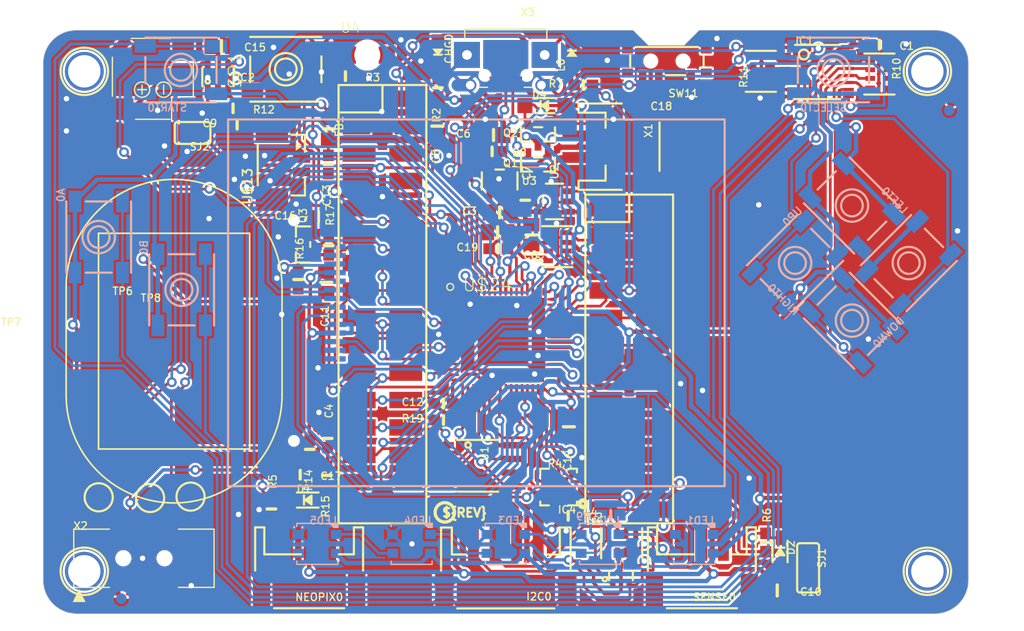
<source format=kicad_pcb>
(kicad_pcb (version 20221018) (generator pcbnew)
  (layers (0 "F.Cu" signal) (31 "B.Cu" signal) (34 "B.Paste" user) (35 "F.Paste" user) (36 "B.SilkS" user "B.Silkscreen") (37 "F.SilkS" user "F.Silkscreen") (38 "B.Mask" user) (39 "F.Mask" user) (44 "Edge.Cuts" user))
  (net 0 "")
  (net 1 "GND")
  (net 2 "MOSI")
  (net 3 "MISO")
  (net 4 "SCK")
  (net 5 "A5")
  (net 6 "A4")
  (net 7 "A3")
  (net 8 "A2")
  (net 9 "A1")
  (net 10 "D11")
  (net 11 "D12")
  (net 12 "+3V3")
  (net 13 "VBUS")
  (net 14 "VBAT")
  (net 15 "N$2")
  (net 16 "D13")
  (net 17 "A0")
  (net 18 "N$1")
  (net 19 "CHG_LED")
  (net 20 "CHG_RATE")
  (net 21 "D9")
  (net 22 "D6")
  (net 23 "D5")
  (net 24 "TX")
  (net 25 "RX")
  (net 26 "D10")
  (net 27 "D+")
  (net 28 "D-")
  (net 29 "~{RESET}")
  (net 30 "SWCLK")
  (net 31 "SWDIO")
  (net 32 "TFT_CS")
  (net 33 "EN")
  (net 34 "LEDK")
  (net 35 "V+")
  (net 36 "SPKR+")
  (net 37 "N$8")
  (net 38 "ON/OFF")
  (net 39 "D3_A9")
  (net 40 "D7_LISIRQ")
  (net 41 "D8_NEOPIX")
  (net 42 "VCC")
  (net 43 "D2_")
  (net 44 "D3_")
  (net 45 "QSPI_DATA[0]")
  (net 46 "QSPI_DATA[1]")
  (net 47 "QSPI_SCK")
  (net 48 "QSPI_CS")
  (net 49 "QSPI_DATA[2]")
  (net 50 "QSPI_DATA[3]")
  (net 51 "N$3")
  (net 52 "N$4")
  (net 53 "N$5")
  (net 54 "N$7")
  (net 55 "VDDCORE2")
  (net 56 "AVCC")
  (net 57 "D2_A8")
  (net 58 "BUTTON0")
  (net 59 "BUTTON1")
  (net 60 "BUTTON2")
  (net 61 "BUTTON3")
  (net 62 "BUTTON4")
  (net 63 "BUTTON5")
  (net 64 "A7_LIGHT")
  (net 65 "BUTTON6")
  (net 66 "BUTTON7")
  (net 67 "TFT_SCK")
  (net 68 "TFT_MOSI")
  (net 69 "TFT_DC")
  (net 70 "TFT_RST")
  (net 71 "TFT_LITE")
  (net 72 "N$6")
  (net 73 "BUTTON_OUT")
  (net 74 "BUTTON_CLK")
  (net 75 "BUTTON_LATCH")
  (net 76 "N$9")
  (net 77 "N$10")
  (net 78 "A6_VMEAS")
  (net 79 "D4")
  (net 80 "SPKR_EN")
  (net 81 "SPKR-")
  (net 82 "SCL_3V")
  (net 83 "SDA_3V")
  (net 84 "SCL")
  (net 85 "SDA")
  (net 86 "N$11")
  (net 87 "N$12")
  (footprint "working:FEATHERWING_SMT_NOHOLES" (layer "F.Cu") (at 137.0711 77.9526 -90)
    (fp_text reference "MS1" hide)
    (fp_text value "FEATHERWING_SMTDUALNOHOLES" hide)
  )
  (footprint "working:ALS-PT26-21C" (layer "F.Cu") (at 135.666396 80.259285)
    (fp_text reference "U4")
    (fp_text value "ALS-PT21" hide)
  )
  (footprint "working:0805-NO" (layer "F.Cu") (at 150.8656 96.9356 -90)
    (fp_text reference "C8")
    (fp_text value "10µF")
  )
  (footprint "working:SOLDERJUMPER_CLOSEDWIRE" (layer "F.Cu") (at 119.4816 87.4776 180)
    (fp_text reference "SJ2")
    (fp_text value "")
  )
  (footprint "working:MOUNTINGHOLE_3.0_PLATEDTHIN" (layer "F.Cu") (at 187.5536 128.1176)
    (fp_text reference "U$17" hide)
    (fp_text value "MOUNTINGHOLE3.0THIN" hide)
  )
  (footprint "working:JSTPH2" (layer "F.Cu") (at 159.7406 88.7476 -90)
    (fp_text reference "X1")
    (fp_text value "JSTPH")
  )
  (footprint "working:0805-NO" (layer "F.Cu") (at 173.6471 129.8956)
    (fp_text reference "C10")
    (fp_text value "10uF")
  )
  (footprint "working:2X05_1.27MM_BOX_POSTS" (layer "F.Cu") (at 114.9731 126.9111)
    (fp_text reference "X2")
    (fp_text value "2x5 0.05\" SWD")
  )
  (footprint "working:0805-NO" (layer "F.Cu") (at 142.1511 86.8426 -90)
    (fp_text reference "C5")
    (fp_text value "10uF")
  )
  (footprint "working:0603-NO" (layer "F.Cu") (at 130.3401 116.8146 -90)
    (fp_text reference "R14")
    (fp_text value "10K")
  )
  (footprint "working:0805-NO" (layer "F.Cu") (at 132.1181 87.0966 -90)
    (fp_text reference "FB1")
    (fp_text value "Ferrite")
  )
  (footprint "working:MOUNTINGHOLE_3.0_PLATEDTHIN" (layer "F.Cu") (at 109.4486 128.1176)
    (fp_text reference "U$15" hide)
    (fp_text value "MOUNTINGHOLE3.0THIN" hide)
  )
  (footprint "working:0805-NO" (layer "F.Cu") (at 147.3581 87.6681 180)
    (fp_text reference "C6")
    (fp_text value "10µF")
  )
  (footprint "working:SOT23-R" (layer "F.Cu") (at 151.4856 90.3986 180)
    (fp_text reference "Q1")
    (fp_text value "DMG3405")
  )
  (footprint "working:SOD-323" (layer "F.Cu") (at 173.9011 126.2761 -90)
    (fp_text reference "D2")
    (fp_text value "3.6V")
  )
  (footprint "working:RESPACK_4X0603" (layer "F.Cu") (at 153.2636 98.0186 90)
    (fp_text reference "R1")
    (fp_text value "100K")
  )
  (footprint "working:MOUNTINGHOLE_3.0_PLATEDTHIN" (layer "F.Cu") (at 109.4486 81.7626)
    (fp_text reference "U$5" hide)
    (fp_text value "MOUNTINGHOLE3.0THIN" hide)
  )
  (footprint "working:0603-NO" (layer "F.Cu") (at 132.0927 97.9297 90)
    (fp_text reference "R17")
    (fp_text value "100K")
  )
  (footprint "working:0603-NO" (layer "F.Cu") (at 155.6766 83.0326 180)
    (fp_text reference "R7")
    (fp_text value "2.2K")
  )
  (footprint "working:CHIPLED_0805_NOOUTLINE" (layer "F.Cu") (at 154.6206 80.0896)
    (fp_text reference "L0")
    (fp_text value "RED")
  )
  (footprint "working:JSTPH3" (layer "F.Cu") (at 130.2766 127.5461 180)
    (fp_text reference "NEOPIX0")
    (fp_text value "JST PH 3")
  )
  (footprint "working:0603-NO" (layer "F.Cu") (at 150.2961 93.7131 90)
    (fp_text reference "C7")
    (fp_text value "1uF")
  )
  (footprint "working:0603-NO" (layer "F.Cu") (at 147.2311 89.1921)
    (fp_text reference "R8")
    (fp_text value "4.7K")
  )
  (footprint "working:RESPACK_4X0603" (layer "F.Cu") (at 183.1086 82.0166 -90)
    (fp_text reference "R10")
    (fp_text value "100K")
  )
  (footprint "working:SOT23-6" (layer "F.Cu") (at 121.8311 82.3341)
    (fp_text reference "IC2")
    (fp_text value "PAM8301")
  )
  (footprint "working:SOIC8_208MIL" (layer "F.Cu") (at 145.8976 118.3386 -90)
    (fp_text reference "U1")
    (fp_text value "GD25Q16")
  )
  (footprint "working:SOLDERJUMPER_2WAY_OPEN_NOPASTE" (layer "F.Cu") (at 176.5046 127.8001 -90)
    (fp_text reference "SJ1")
    (fp_text value "")
  )
  (footprint "working:0603-NO" (layer "F.Cu") (at 131.9276 119.2276 -90)
    (fp_text reference "R15")
    (fp_text value "10K")
  )
  (footprint "working:LGA16_3X3MM" (layer "F.Cu") (at 153.3906 120.3071 180)
    (fp_text reference "IC4")
    (fp_text value "LIS3DH")
  )
  (footprint "working:0603-NO" (layer "F.Cu") (at 129.2606 101.0666 90)
    (fp_text reference "R16")
    (fp_text value "10")
  )
  (footprint "working:TESTPOINT_ROUND_2MM" (layer "F.Cu") (at 110.7821 121.2596)
    (fp_text reference "TP7")
    (fp_text value "")
  )
  (footprint "working:_0805MP" (layer "F.Cu") (at 131.191 95.2754 180)
    (fp_text reference "C16")
    (fp_text value "10µF")
  )
  (footprint "working:TSSOP16" (layer "F.Cu") (at 177.3301 81.8261 -90)
    (fp_text reference "IC1")
    (fp_text value "74165TSSOP")
  )
  (footprint "working:0603-NO" (layer "F.Cu") (at 129.4511 119.1641)
    (fp_text reference "C17")
    (fp_text value "0.1uF")
  )
  (footprint "working:53398-0271" (layer "F.Cu") (at 128.3081 90.4621 90)
    (fp_text reference "U$13")
    (fp_text value "CON_MOLEX_2P")
  )
  (footprint "working:SOT363" (layer "F.Cu") (at 159.1691 128.4986)
    (fp_text reference "Q4")
    (fp_text value "BSS138")
  )
  (footprint "working:RESPACK_4X0603" (layer "F.Cu") (at 172.1231 81.7626 90)
    (fp_text reference "R11")
    (fp_text value "100K")
  )
  (footprint "working:0603-NO" (layer "F.Cu") (at 172.5676 125.4506 90)
    (fp_text reference "R6")
    (fp_text value "1K")
  )
  (footprint "working:0603-NO" (layer "F.Cu") (at 183.1086 79.2861)
    (fp_text reference "C1")
    (fp_text value "1uF")
  )
  (footprint "working:SPEAKER_OVAL8OHM" (layer "F.Cu") (at 117.7671 106.7816 90)
    (fp_text reference "U$8" hide)
    (fp_text value "" hide)
  )
  (footprint "working:FIDUCIAL_1MM" (layer "F.Cu") (at 107.1626 124.8156 -90)
    (fp_text reference "U$34" hide)
    (fp_text value "FIDUCIAL_1MM" hide)
  )
  (footprint "working:FIDUCIAL_1MM" (layer "F.Cu") (at 189.8233 84.5496 -90)
    (fp_text reference "U$35" hide)
    (fp_text value "FIDUCIAL_1MM" hide)
  )
  (footprint "working:SOD-123" (layer "F.Cu") (at 152.1206 84.9376)
    (fp_text reference "D4")
    (fp_text value "MBR0540")
  )
  (footprint "working:CHIPLED_0805_NOOUTLINE" (layer "F.Cu") (at 142.2146 79.9846 180)
    (fp_text reference "CHG0")
    (fp_text value "ORANGE")
  )
  (footprint "working:0603-NO" (layer "F.Cu") (at 123.2281 85.1916)
    (fp_text reference "R12")
    (fp_text value "47K")
  )
  (footprint "working:0603-NO" (layer "F.Cu") (at 131.9911 115.7986 90)
    (fp_text reference "C4")
    (fp_text value "1uF")
  )
  (footprint "working:EVQ-Q2_SMALLER" (layer "F.Cu") (at 128.1176 81.5721)
    (fp_text reference "SW1" hide)
    (fp_text value "SPST_TACT-EVQQ2" hide)
  )
  (footprint "working:0603-NO" (layer "F.Cu") (at 142.7226 114.0841 180)
    (fp_text reference "R19")
    (fp_text value "100K")
  )
  (footprint "working:0603-NO" (layer "F.Cu") (at 123.6091 86.7156 180)
    (fp_text reference "C9")
    (fp_text value "0.1uF")
  )
  (footprint "working:SOT23-R" (layer "F.Cu") (at 151.4856 87.6046 180)
    (fp_text reference "Q2")
    (fp_text value "DMG3405")
  )
  (footprint "working:0805-NO" (layer "F.Cu") (at 122.1486 79.4131)
    (fp_text reference "C15")
    (fp_text value "10uF")
  )
  (footprint "working:0603-NO" (layer "F.Cu") (at 142.7226 112.5601 180)
    (fp_text reference "C12")
    (fp_text value "1uF")
  )
  (footprint "working:0603-NO" (layer "F.Cu") (at 154.2796 122.9741)
    (fp_text reference "C2")
    (fp_text value "1uF")
  )
  (footprint "working:PYBADGE_BOT" (layer "F.Cu") (at 105.6386 131.9276)
    (fp_text reference "U$32" hide)
    (fp_text value "" hide)
  )
  (footprint "working:PCBFEAT-REV-040" (layer "F.Cu") (at 142.8496 122.6566)
    (fp_text reference "U$37" hide)
    (fp_text value "" hide)
  )
  (footprint "working:4UCONN_20329_V2" (layer "F.Cu") (at 148.5011 82.1436 180)
    (fp_text reference "X3")
    (fp_text value "microUSB")
  )
  (footprint "working:TESTPOINT_ROUND_2MM" (layer "F.Cu") (at 115.5446 121.3231)
    (fp_text reference "TP6")
    (fp_text value "")
  )
  (footprint "working:SOT23-5" (layer "F.Cu") (at 153.0096 93.8276 90)
    (fp_text reference "U2")
    (fp_text value "AP2112-3.3")
  )
  (footprint "working:JSTPH3" (layer "F.Cu") (at 166.6621 127.5461 180)
    (fp_text reference "SENSE0")
    (fp_text value "JST PH 3")
  )
  (footprint "working:0805-NO" (layer "F.Cu") (at 147.9296 94.8436 180)
    (fp_text reference "C3")
    (fp_text value "10µF")
  )
  (footprint "working:SPDT_SMT_SSSS811101" (layer "F.Cu") (at 163.4236 80.8101 180)
    (fp_text reference "SW11")
    (fp_text value "")
  )
  (footprint "working:0603-NO" (layer "F.Cu") (at 132.0546 90.3986 -90)
    (fp_text reference "C13")
    (fp_text value "1uF")
  )
  (footprint "working:BUZZER_SMT_7.5MM" (layer "F.Cu") (at 115.7986 82.4611 -90)
    (fp_text reference "SP1")
    (fp_text value "SPEAKER_7.5MM")
  )
  (footprint "working:SOT23-5" (layer "F.Cu") (at 147.9296 91.9226)
    (fp_text reference "U3")
    (fp_text value "MCP73831T-2ACI/OT")
  )
  (footprint "working:0603-NO" (layer "F.Cu") (at 126.7841 122.3391 90)
    (fp_text reference "R5")
    (fp_text value "1K")
  )
  (footprint "working:MOUNTINGHOLE_3.0_PLATEDTHIN" (layer "F.Cu") (at 187.5536 81.7626)
    (fp_text reference "U$6" hide)
    (fp_text value "MOUNTINGHOLE3.0THIN" hide)
  )
  (footprint "working:SOD-323" (layer "F.Cu") (at 130.1496 121.5136)
    (fp_text reference "D1")
    (fp_text value "3.6V")
  )
  (footprint "working:0603-NO" (layer "F.Cu") (at 142.2146 83.2866 -90)
    (fp_text reference "R2")
    (fp_text value "1K")
  )
  (footprint "working:0603-NO" (layer "F.Cu") (at 147.8026 98.2091 180)
    (fp_text reference "C19")
    (fp_text value "1uF")
  )
  (footprint "working:TESTPOINT_ROUND_2MM" (layer "F.Cu") (at 119.2911 121.1961)
    (fp_text reference "TP8")
    (fp_text value "")
  )
  (footprint "working:JSTPH4" (layer "F.Cu") (at 148.5011 128.5621 180)
    (fp_text reference "I2C0")
    (fp_text value "JST PH 4")
  )
  (footprint "working:0603-NO" (layer "F.Cu") (at 133.6421 82.2071)
    (fp_text reference "R3")
    (fp_text value "10K")
  )
  (footprint "working:SOT23-WIDE" (layer "F.Cu") (at 129.7178 97.8154 90)
    (fp_text reference "Q3")
    (fp_text value "BSS138")
  )
  (footprint "working:RESPACK_4X0603" (layer "F.Cu") (at 159.2326 125.5141)
    (fp_text reference "R4")
    (fp_text value "10K")
  )
  (footprint "working:0805-NO" (layer "F.Cu") (at 154.3431 114.7191 -90)
    (fp_text reference "C14")
    (fp_text value "10uF")
  )
  (footprint "working:0805-NO" (layer "F.Cu") (at 147.7391 96.6851 180)
    (fp_text reference "C18")
    (fp_text value "10uF")
  )
  (footprint "working:PQFN64-1" (layer "F.Cu") (at 148.2471 106.6546)
    (fp_text reference "U$24")
    (fp_text value "ATSAMD51J19")
  )
  (footprint "working:0805-NO" (layer "F.Cu") (at 131.8641 101.3333 -90)
    (fp_text reference "C11")
    (fp_text value "10uF")
  )
  (footprint "working:LED3535" (layer "B.Cu") (at 148.5011 125.5776 180)
    (fp_text reference "LED3")
    (fp_text value "WS2812B3535")
  )
  (footprint "working:FIDUCIAL_1MM" (layer "B.Cu") (at 189.5856 85.3821 180)
    (fp_text reference "U$42" hide)
    (fp_text value "FIDUCIAL_1MM" hide)
  )
  (footprint "working:6MM_SMT" (layer "B.Cu") (at 118.4656 102.0191 -90)
    (fp_text reference "B0")
    (fp_text value "")
  )
  (footprint "working:6MM_SMT" (layer "B.Cu") (at 175.2981 99.5426 45)
    (fp_text reference "RIGHT0")
    (fp_text value "")
  )
  (footprint "working:LED3535" (layer "B.Cu") (at 139.76985 125.5776 180)
    (fp_text reference "LED4")
    (fp_text value "WS2812B3535")
  )
  (footprint "working:FIDUCIAL_1MM" (layer "B.Cu") (at 112.8776 130.6576 180)
    (fp_text reference "U$43" hide)
    (fp_text value "FIDUCIAL_1MM" hide)
  )
  (footprint "working:PYBADGE_TOP" (layer "B.Cu") (at 191.3636 131.9276 180)
    (fp_text reference "U$18" hide)
    (fp_text value "" hide)
  )
  (footprint "working:JD-T1800" (layer "B.Cu") (at 145.7706 103.2256 90)
    (fp_text reference "LCD1" hide)
    (fp_text value "DISP_LCD_JDT1800" hide)
  )
  (footprint "working:0603-NO" (layer "B.Cu") (at 158.2166 122.9106 180)
    (fp_text reference "R9")
    (fp_text value "DNP")
  )
  (footprint "working:6MM_SMT" (layer "B.Cu") (at 110.7821 97.1296 -90)
    (fp_text reference "A0")
    (fp_text value "")
  )
  (footprint "working:6MM_SMT" (layer "B.Cu") (at 185.8391 99.5426 -135)
    (fp_text reference "LEFT0")
    (fp_text value "")
  )
  (footprint "working:LED3535" (layer "B.Cu") (at 165.9636 125.5776 180)
    (fp_text reference "LED1")
    (fp_text value "WS2812B3535")
  )
  (footprint "working:6MM_SMT" (layer "B.Cu") (at 118.4021 81.6356)
    (fp_text reference "START0")
    (fp_text value "")
  )
  (footprint "working:LED3535" (layer "B.Cu") (at 131.0386 125.5776 180)
    (fp_text reference "LED5")
    (fp_text value "WS2812B3535")
  )
  (footprint "working:LED3535" (layer "B.Cu") (at 157.23235 125.5776 180)
    (fp_text reference "LED2")
    (fp_text value "WS2812B3535")
  )
  (footprint "working:6MM_SMT" (layer "B.Cu") (at 180.5686 104.8766 135)
    (fp_text reference "DOWN0")
    (fp_text value "")
  )
  (footprint "working:6MM_SMT" (layer "B.Cu") (at 178.8541 81.6356)
    (fp_text reference "SELECT0")
    (fp_text value "")
  )
  (footprint "working:6MM_SMT" (layer "B.Cu") (at 180.5686 94.2086 -45)
    (fp_text reference "UP0")
    (fp_text value "")
  )
  (gr_arc (start 191.3636 128.8796) (mid 190.497164 131.098361) (end 188.3156 132.0546) (stroke (width 0.05)) (layer "Edge.Cuts"))
  (gr_arc (start 105.6386 81.0006) (mid 106.531339 78.845339) (end 108.6866 77.9526) (stroke (width 0.05)) (layer "Edge.Cuts"))
  (gr_line (start 188.3156 77.9526) (end 166.4081 77.9526) (stroke (width 0.05)) (layer "Edge.Cuts"))
  (gr_line (start 166.4081 77.9526) (end 165.0111 79.3496) (stroke (width 0.05)) (layer "Edge.Cuts"))
  (gr_arc (start 188.3156 77.9526) (mid 190.470861 78.845339) (end 191.3636 81.0006) (stroke (width 0.05)) (layer "Edge.Cuts"))
  (gr_line (start 191.3636 128.8796) (end 191.3636 81.0006) (stroke (width 0.05)) (layer "Edge.Cuts"))
  (gr_line (start 105.6386 81.0006) (end 105.6386 128.8796) (stroke (width 0.05)) (layer "Edge.Cuts"))
  (gr_line (start 165.0111 79.3496) (end 161.7091 79.3496) (stroke (width 0.05)) (layer "Edge.Cuts"))
  (gr_arc (start 108.6866 132.0546) (mid 106.505036 131.098361) (end 105.6386 128.8796) (stroke (width 0.05)) (layer "Edge.Cuts"))
  (gr_line (start 160.3121 77.9526) (end 108.6866 77.9526) (stroke (width 0.05)) (layer "Edge.Cuts"))
  (gr_line (start 108.6866 132.0546) (end 188.3156 132.0546) (stroke (width 0.05)) (layer "Edge.Cuts"))
  (gr_line (start 161.7091 79.3496) (end 160.3121 77.9526) (stroke (width 0.05)) (layer "Edge.Cuts"))
  (segment (start 152.4311 125.0275) (end 153.4327 125.0275) (width 0.254) (layer "F.Cu") (net 1))
  (segment (start 147.9296 93.956625) (end 147.9294 93.956825) (width 0.254) (layer "F.Cu") (net 1))
  (segment (start 183.9586 83.3166) (end 183.9341 83.3411) (width 0.254) (layer "F.Cu") (net 1))
  (segment (start 130.175 95.2754) (end 130.7178 95.8182) (width 0.3048) (layer "F.Cu") (net 1))
  (segment (start 148.0811 89.1921) (end 147.8661 89.1921) (width 0.254) (layer "F.Cu") (net 1))
  (segment (start 152.2657 124.8621) (end 151.5011 124.8621) (width 0.254) (layer "F.Cu") (net 1))
  (segment (start 131.3561 113.3856) (end 131.187 113.5547) (width 0.254) (layer "F.Cu") (net 1))
  (segment (start 147.9294 93.956825) (end 147.9294 94.0183) (width 0.254) (layer "F.Cu") (net 1))
  (segment (start 155.1296 123.3306) (end 154.0891 124.3711) (width 0.254) (layer "F.Cu") (net 1))
  (segment (start 179.5786 83.4511) (end 179.3748 83.6549) (width 0.254) (layer "F.Cu") (net 1))
  (segment (start 147.1041 94.8436) (end 146.9796 94.8436) (width 0.254) (layer "F.Cu") (net 1))
  (segment (start 131.187 113.3856) (end 131.187 113.5547) (width 0.254) (layer "F.Cu") (net 1))
  (segment (start 153.3906 118.9571) (end 153.4093 118.9384) (width 0.254) (layer "F.Cu") (net 1))
  (segment (start 180.1241 85.8266) (end 179.3748 85.0773) (width 0.254) (layer "F.Cu") (net 1))
  (segment (start 152.4461 119.8071) (end 152.0406 119.8071) (width 0.254) (layer "F.Cu") (net 1))
  (segment (start 152.6286 119.9896) (end 152.4461 119.8071) (width 0.254) (layer "F.Cu") (net 1))
  (segment (start 183.9341 84.4931) (end 183.9341 83.3411) (width 0.254) (layer "F.Cu") (net 1))
  (segment (start 155.5496 116.8756) (end 155.5496 117.5766) (width 0.254) (layer "F.Cu") (net 1))
  (segment (start 152.5731 120.8071) (end 152.0406 120.8071) (width 0.254) (layer "F.Cu") (net 1))
  (segment (start 141.8726 112.5601) (end 141.8726 112.579625) (width 0.254) (layer "F.Cu") (net 1))
  (segment (start 152.2657 124.8621) (end 152.4311 125.0275) (width 0.254) (layer "F.Cu") (net 1))
  (segment (start 151.653825 119.7623) (end 151.3078 119.416275) (width 0.254) (layer "F.Cu") (net 1))
  (segment (start 154.3097 93.8276) (end 154.2462 93.8911) (width 0.254) (layer "F.Cu") (net 1))
  (segment (start 152.4136 97.6186) (end 151.1326 97.6186) (width 0.254) (layer "F.Cu") (net 1))
  (segment (start 152.6286 120.7516) (end 152.6286 119.9896) (width 0.254) (layer "F.Cu") (net 1))
  (segment (start 151.9958 119.7623) (end 151.653825 119.7623) (width 0.254) (layer "F.Cu") (net 1))
  (segment (start 182.6006 85.8266) (end 180.1241 85.8266) (width 0.254) (layer "F.Cu") (net 1))
  (segment (start 130.7178 95.8182) (end 130.7178 96.8654) (width 0.3048) (layer "F.Cu") (net 1))
  (segment (start 151.841 118.3769) (end 151.3078 118.9101) (width 0.254) (layer "F.Cu") (net 1))
  (segment (start 141.066625 113.3856) (end 131.3561 113.3856) (width 0.254) (layer "F.Cu") (net 1))
  (segment (start 123.2576 79.5721) (end 125.0176 79.5721) (width 0.4064) (layer "F.Cu") (net 1))
  (segment (start 154.152375 119.5373) (end 153.5733 119.5373) (width 0.254) (layer "F.Cu") (net 1))
  (segment (start 154.382575 119.3071) (end 154.152375 119.5373) (width 0.254) (layer "F.Cu") (net 1))
  (segment (start 153.4327 125.0275) (end 154.0891 124.3711) (width 0.254) (layer "F.Cu") (net 1))
  (segment (start 153.0731 92.6846) (end 152.6609 92.2724) (width 0.254) (layer "F.Cu") (net 1))
  (segment (start 153.3906 118.9571) (end 153.3906 119.3546) (width 0.254) (layer "F.Cu") (net 1))
  (segment (start 152.6609 92.2724) (end 150.8868 92.2724) (width 0.254) (layer "F.Cu") (net 1))
  (segment (start 152.6286 120.7516) (end 152.5731 120.8071) (width 0.254) (layer "F.Cu") (net 1))
  (segment (start 154.7406 119.3071) (end 154.382575 119.3071) (width 0.254) (layer "F.Cu") (net 1))
  (segment (start 147.9296 93.2227) (end 147.9296 93.956625) (width 0.254) (layer "F.Cu") (net 1))
  (segment (start 179.3748 83.6549) (end 179.3748 85.0773) (width 0.254) (layer "F.Cu") (net 1))
  (segment (start 180.2479 83.4511) (end 179.5786 83.4511) (width 0.254) (layer "F.Cu") (net 1))
  (segment (start 182.6006 85.8266) (end 183.9341 84.4931) (width 0.254) (layer "F.Cu") (net 1))
  (segment (start 153.5733 119.5373) (end 153.3906 119.3546) (width 0.254) (layer "F.Cu") (net 1))
  (segment (start 155.1296 122.9741) (end 155.1296 123.3306) (width 0.254) (layer "F.Cu") (net 1))
  (segment (start 153.4093 118.633825) (end 153.4093 118.9384) (width 0.254) (layer "F.Cu") (net 1))
  (segment (start 154.3431 115.6691) (end 155.5496 116.8756) (width 0.254) (layer "F.Cu") (net 1))
  (segment (start 151.1326 97.6186) (end 150.8656 97.8856) (width 0.254) (layer "F.Cu") (net 1))
  (segment (start 150.8868 92.2724) (end 150.2961 92.8631) (width 0.254) (layer "F.Cu") (net 1))
  (segment (start 147.8661 89.1921) (end 147.8661 91.7321) (width 0.254) (layer "F.Cu") (net 1))
  (segment (start 152.0406 119.8071) (end 151.9958 119.7623) (width 0.254) (layer "F.Cu") (net 1))
  (segment (start 153.0731 92.6846) (end 153.0731 93.8276) (width 0.254) (layer "F.Cu") (net 1))
  (segment (start 153.4093 118.633825) (end 153.152375 118.3769) (width 0.254) (layer "F.Cu") (net 1))
  (segment (start 123.0986 79.4131) (end 123.2576 79.5721) (width 0.4064) (layer "F.Cu") (net 1))
  (segment (start 147.9294 94.0183) (end 147.1041 94.8436) (width 0.254) (layer "F.Cu") (net 1))
  (segment (start 153.152375 118.3769) (end 151.841 118.3769) (width 0.254) (layer "F.Cu") (net 1))
  (segment (start 154.2462 93.8911) (end 153.1366 93.8911) (width 0.254) (layer "F.Cu") (net 1))
  (segment (start 151.3078 118.9101) (end 151.3078 119.416275) (width 0.254) (layer "F.Cu") (net 1))
  (segment (start 141.8726 112.579625) (end 141.066625 113.3856) (width 0.254) (layer "F.Cu") (net 1))
  (segment (start 153.1366 93.8911) (end 153.0731 93.8276) (width 0.254) (layer "F.Cu") (net 1))
  (via (at 135.8011 82.3976) (size 0.9064) (drill 0.5) (layers "F.Cu" "B.Cu") (net 1))
  (via (at 126.1491 89.5731) (size 0.9064) (drill 0.5) (layers "F.Cu" "B.Cu") (net 1))
  (via (at 137.0711 93.3831) (size 0.9064) (drill 0.5) (layers "F.Cu" "B.Cu") (net 1))
  (via (at 152.6921 91.9861) (size 0.9064) (drill 0.5) (layers "F.Cu" "B.Cu") (net 1))
  (via (at 151.1681 109.8296) (size 0.9064) (drill 0.5) (layers "F.Cu" "B.Cu") (net 1))
  (via (at 140.6271 80.8101) (size 0.9064) (drill 0.5) (layers "F.Cu" "B.Cu") (net 1))
  (via (at 123.7361 122.8471) (size 0.9064) (drill 0.5) (layers "F.Cu" "B.Cu") (net 1))
  (via (at 171.9326 94.1451) (size 0.9064) (drill 0.5) (layers "F.Cu" "B.Cu") (net 1))
  (via (at 129.0701 94.0689) (size 0.9064) (drill 0.5) (layers "F.Cu" "B.Cu") (net 1))
  (via (at 153.2001 95.8596) (size 0.9064) (drill 0.5) (layers "F.Cu" "B.Cu") (net 1))
  (via (at 139.8016 125.5776) (size 0.9064) (drill 0.5) (layers "F.Cu" "B.Cu") (net 1))
  (via (at 185.5851 79.2226) (size 0.9064) (drill 0.5) (layers "F.Cu" "B.Cu") (net 1))
  (via (at 182.0926 106.5911) (size 0.9064) (drill 0.5) (layers "F.Cu" "B.Cu") (net 1))
  (via (at 123.3551 91.7829) (size 0.9064) (drill 0.5) (layers "F.Cu" "B.Cu") (net 1))
  (via (at 120.3706 85.6361) (size 0.9064) (drill 0.5) (layers "F.Cu" "B.Cu") (net 1))
  (via (at 121.0056 95.4151) (size 0.9064) (drill 0.5) (layers "F.Cu" "B.Cu") (net 1))
  (via (at 116.8781 88.6841) (size 0.9064) (drill 0.5) (layers "F.Cu" "B.Cu") (net 1))
  (via (at 107.7976 87.2871) (size 0.9064) (drill 0.5) (layers "F.Cu" "B.Cu") (net 1))
  (via (at 157.8991 80.7466) (size 0.9064) (drill 0.5) (layers "F.Cu" "B.Cu") (net 1))
  (via (at 127.4191 97.1169) (size 0.9064) (drill 0.5) (layers "F.Cu" "B.Cu") (net 1))
  (via (at 155.5496 117.5766) (size 0.9064) (drill 0.5) (layers "F.Cu" "B.Cu") (net 1))
  (via (at 107.7976 84.3026) (size 0.9064) (drill 0.5) (layers "F.Cu" "B.Cu") (net 1))
  (via (at 147.8661 91.7321) (size 0.9064) (drill 0.5) (layers "F.Cu" "B.Cu") (net 1))
  (via (at 151.5491 105.8926) (size 0.9064) (drill 0.5) (layers "F.Cu" "B.Cu") (net 1))
  (via (at 126.9746 79.5401) (size 0.9064) (drill 0.5) (layers "F.Cu" "B.Cu") (net 1))
  (via (at 124.3711 89.6366) (size 0.9064) (drill 0.5) (layers "F.Cu" "B.Cu") (net 1))
  (via (at 131.4196 81.8261) (size 0.9064) (drill 0.5) (layers "F.Cu" "B.Cu") (net 1))
  (via (at 147.2311 109.9566) (size 0.9064) (drill 0.5) (layers "F.Cu" "B.Cu") (net 1))
  (via (at 137.0076 85.4837) (size 0.9064) (drill 0.5) (layers "F.Cu" "B.Cu") (net 1))
  (via (at 127.2921 100.9396) (size 0.9064) (drill 0.5) (layers "F.Cu" "B.Cu") (net 1))
  (via (at 154.0891 124.3711) (size 0.9064) (drill 0.5) (layers "F.Cu" "B.Cu") (net 1))
  (via (at 165.7096 84.1756) (size 0.9064) (drill 0.5) (layers "F.Cu" "B.Cu") (net 1))
  (via (at 114.8461 126.9111) (size 0.9064) (drill 0.5) (layers "F.Cu" "B.Cu") (net 1))
  (via (at 190.3476 96.5581) (size 0.9064) (drill 0.5) (layers "F.Cu" "B.Cu") (net 1))
  (via (at 116.2431 85.3821) (size 0.9064) (drill 0.5) (layers "F.Cu" "B.Cu") (net 1))
  (via (at 146.5961 86.2076) (size 0.9064) (drill 0.5) (layers "F.Cu" "B.Cu") (net 1))
  (via (at 172.0596 84.2391) (size 0.9064) (drill 0.5) (layers "F.Cu" "B.Cu") (net 1))
  (via (at 119.3546 129.4511) (size 0.9064) (drill 0.5) (layers "F.Cu" "B.Cu") (net 1))
  (via (at 131.1021 109.2581) (size 0.9064) (drill 0.5) (layers "F.Cu" "B.Cu") (net 1))
  (via (at 118.9736 89.1921) (size 0.9064) (drill 0.5) (layers "F.Cu" "B.Cu") (net 1))
  (via (at 125.6411 122.4026) (size 0.9064) (drill 0.5) (layers "F.Cu" "B.Cu") (net 1))
  (via (at 168.0591 78.7146) (size 0.9064) (drill 0.5) (layers "F.Cu" "B.Cu") (net 1))
  (via (at 128.4351 82.0166) (size 0.9064) (drill 0.5) (layers "F.Cu" "B.Cu") (net 1))
  (via (at 138.7856 78.8416) (size 0.9064) (drill 0.5) (layers "F.Cu" "B.Cu") (net 1))
  (via (at 127.7366 104.3051) (size 0.9064) (drill 0.5) (layers "F.Cu" "B.Cu") (net 1))
  (via (at 142.2781 106.1466) (size 0.9064) (drill 0.5) (layers "F.Cu" "B.Cu") (net 1))
  (via (at 149.5171 103.4796) (size 0.9064) (drill 0.5) (layers "F.Cu" "B.Cu") (net 1))
  (via (at 120.8786 82.3341) (size 0.9064) (drill 0.5) (layers "F.Cu" "B.Cu") (net 1))
  (via (at 171.0436 119.4816) (size 0.9064) (drill 0.5) (layers "F.Cu" "B.Cu") (net 1))
  (via (at 166.7256 111.3536) (size 0.9064) (drill 0.5) (layers "F.Cu" "B.Cu") (net 1))
  (via (at 164.6936 110.7186) (size 0.9064) (drill 0.5) (layers "F.Cu" "B.Cu") (net 1))
  (via (at 158.4706 86.2076) (size 0.9064) (drill 0.5) (layers "F.Cu" "B.Cu") (net 1))
  (via (at 143.2306 89.5731) (size 0.9064) (drill 0.5) (layers "F.Cu" "B.Cu") (net 1))
  (via (at 151.4856 108.1151) (size 0.9064) (drill 0.5) (layers "F.Cu" "B.Cu") (net 1))
  (via (at 145.1991 103.3526) (size 0.9064) (drill 0.5) (layers "F.Cu" "B.Cu") (net 1))
  (via (at 131.187 113.3856) (size 0.9064) (drill 0.5) (layers "F.Cu" "B.Cu") (net 1))
  (via (at 126.6571 91.9099) (size 0.9064) (drill 0.5) (layers "F.Cu" "B.Cu") (net 1))
  (segment (start 130.9751 101.7016) (end 128.4351 101.7016) (width 0.254) (layer "B.Cu") (net 1))
  (segment (start 127.4826 100.7491) (end 127.2921 100.9396) (width 0.254) (layer "B.Cu") (net 1))
  (segment (start 128.4351 101.7016) (end 127.4826 100.7491) (width 0.254) (layer "B.Cu") (net 1))
  (segment (start 131.4511 101.2256) (end 130.9751 101.7016) (width 0.254) (layer "B.Cu") (net 1))
  (segment (start 132.6706 101.2256) (end 131.4511 101.2256) (width 0.254) (layer "B.Cu") (net 1))
  (segment (start 137.0711 112.2426) (end 134.9121 112.2426) (width 0.254) (layer "F.Cu") (net 2))
  (segment (start 151.4971 102.2046) (end 151.4971 101.760222) (width 0.254) (layer "F.Cu") (net 2))
  (segment (start 139.2301 112.2426) (end 137.0711 112.2426) (width 0.254) (layer "F.Cu") (net 2))
  (segment (start 152.635609 100.621713) (end 153.4362 100.621713) (width 0.254) (layer "F.Cu") (net 2))
  (segment (start 151.4971 101.760222) (end 152.635609 100.621713) (width 0.254) (layer "F.Cu") (net 2))
  (via (at 153.4362 100.621713) (size 0.9064) (drill 0.5) (layers "F.Cu" "B.Cu") (net 2))
  (via (at 137.0711 112.2426) (size 0.9064) (drill 0.5) (layers "F.Cu" "B.Cu") (net 2))
  (segment (start 152.8647 100.621713) (end 152.1714 101.315013) (width 0.254) (layer "B.Cu") (net 2))
  (segment (start 148.047256 104.9782) (end 140.782856 112.2426) (width 0.254) (layer "B.Cu") (net 2))
  (segment (start 152.1714 103.3653) (end 150.5585 104.9782) (width 0.254) (layer "B.Cu") (net 2))
  (segment (start 140.782856 112.2426) (end 137.0711 112.2426) (width 0.254) (layer "B.Cu") (net 2))
  (segment (start 150.5585 104.9782) (end 148.047256 104.9782) (width 0.254) (layer "B.Cu") (net 2))
  (segment (start 153.4362 100.621713) (end 152.8647 100.621713) (width 0.254) (layer "B.Cu") (net 2))
  (segment (start 152.1714 101.315013) (end 152.1714 103.3653) (width 0.254) (layer "B.Cu") (net 2))
  (segment (start 139.2301 114.7826) (end 137.0711 114.7826) (width 0.254) (layer "F.Cu") (net 3))
  (segment (start 137.0711 114.7826) (end 134.9121 114.7826) (width 0.254) (layer "F.Cu") (net 3))
  (segment (start 152.505781 102.2046) (end 151.9971 102.2046) (width 0.254) (layer "F.Cu") (net 3))
  (segment (start 152.9892 101.721182) (end 152.505781 102.2046) (width 0.254) (layer "F.Cu") (net 3))
  (via (at 152.9892 101.721182) (size 0.9064) (drill 0.5) (layers "F.Cu" "B.Cu") (net 3))
  (via (at 137.0711 114.7826) (size 0.9064) (drill 0.5) (layers "F.Cu" "B.Cu") (net 3))
  (segment (start 148.236637 105.4354) (end 138.869268 114.802769) (width 0.254) (layer "B.Cu") (net 3))
  (segment (start 153.0731 101.805082) (end 153.0731 103.2256) (width 0.254) (layer "B.Cu") (net 3))
  (segment (start 153.0731 101.805082) (end 152.9892 101.721182) (width 0.254) (layer "B.Cu") (net 3))
  (segment (start 138.869268 114.802769) (end 137.091268 114.802769) (width 0.254) (layer "B.Cu") (net 3))
  (segment (start 137.091268 114.802769) (end 137.0711 114.7826) (width 0.254) (layer "B.Cu") (net 3))
  (segment (start 150.8633 105.4354) (end 148.236637 105.4354) (width 0.254) (layer "B.Cu") (net 3))
  (segment (start 153.0731 103.2256) (end 150.8633 105.4354) (width 0.254) (layer "B.Cu") (net 3))
  (segment (start 154.6892 109.8906) (end 154.656637 109.8906) (width 0.254) (layer "F.Cu") (net 4))
  (segment (start 153.670637 108.9046) (end 152.6971 108.9046) (width 0.254) (layer "F.Cu") (net 4))
  (segment (start 137.0711 110.2106) (end 135.4201 110.2106) (width 0.254) (layer "F.Cu") (net 4))
  (segment (start 138.7221 110.2106) (end 137.0711 110.2106) (width 0.254) (layer "F.Cu") (net 4))
  (segment (start 154.656637 109.8906) (end 153.670637 108.9046) (width 0.254) (layer "F.Cu") (net 4))
  (segment (start 135.4201 110.2106) (end 134.9121 109.7026) (width 0.254) (layer "F.Cu") (net 4))
  (segment (start 139.2301 109.7026) (end 138.7221 110.2106) (width 0.254) (layer "F.Cu") (net 4))
  (via (at 154.6892 109.8906) (size 0.9064) (drill 0.5) (layers "F.Cu" "B.Cu") (net 4))
  (via (at 137.0711 110.2106) (size 0.9064) (drill 0.5) (layers "F.Cu" "B.Cu") (net 4))
  (segment (start 137.9561 117.873763) (end 137.9561 118.843075) (width 0.254) (layer "B.Cu") (net 4))
  (segment (start 153.758781 108.960182) (end 146.869681 108.960182) (width 0.254) (layer "B.Cu") (net 4))
  (segment (start 137.9561 118.843075) (end 137.448337 119.350838) (width 0.254) (layer "B.Cu") (net 4))
  (segment (start 136.630362 119.350838) (end 135.9916 118.712075) (width 0.254) (layer "B.Cu") (net 4))
  (segment (start 146.869681 108.960182) (end 137.9561 117.873763) (width 0.254) (layer "B.Cu") (net 4))
  (segment (start 135.9916 111.2901) (end 135.9916 118.712075) (width 0.254) (layer "B.Cu") (net 4))
  (segment (start 137.448337 119.350838) (end 136.630362 119.350838) (width 0.254) (layer "B.Cu") (net 4))
  (segment (start 154.6892 109.8906) (end 153.758781 108.960182) (width 0.254) (layer "B.Cu") (net 4))
  (segment (start 137.0711 110.2106) (end 135.9916 111.2901) (width 0.254) (layer "B.Cu") (net 4))
  (segment (start 133.0706 107.1626) (end 132.6896 107.5436) (width 0.254) (layer "F.Cu") (net 5))
  (segment (start 132.6896 110.337597) (end 133.388096 111.036097) (width 0.254) (layer "F.Cu") (net 5))
  (segment (start 143.7971 109.9046) (end 143.3526 109.9046) (width 0.254) (layer "F.Cu") (net 5))
  (segment (start 132.6896 107.5436) (end 132.6896 110.337597) (width 0.254) (layer "F.Cu") (net 5))
  (segment (start 133.388096 111.036097) (end 133.3881 111.0361) (width 0.254) (layer "F.Cu") (net 5))
  (segment (start 134.9121 107.1626) (end 133.0706 107.1626) (width 0.254) (layer "F.Cu") (net 5))
  (segment (start 139.2301 107.1626) (end 138.5951 106.5276) (width 0.254) (layer "F.Cu") (net 5))
  (segment (start 135.5471 106.5276) (end 134.9121 107.1626) (width 0.254) (layer "F.Cu") (net 5))
  (segment (start 142.2211 111.0361) (end 143.3526 109.9046) (width 0.254) (layer "F.Cu") (net 5))
  (segment (start 138.5951 106.5276) (end 135.5471 106.5276) (width 0.254) (layer "F.Cu") (net 5))
  (segment (start 133.3881 111.0361) (end 142.2211 111.0361) (width 0.254) (layer "F.Cu") (net 5))
  (segment (start 140.7541 108.4326) (end 137.3886 108.4326) (width 0.254) (layer "F.Cu") (net 6))
  (segment (start 143.0351 108.9046) (end 142.6541 109.2856) (width 0.2032) (layer "F.Cu") (net 6))
  (segment (start 141.6071 109.2856) (end 140.7541 108.4326) (width 0.2032) (layer "F.Cu") (net 6))
  (segment (start 137.0711 105.0671) (end 137.0711 105.1941) (width 0.254) (layer "F.Cu") (net 6))
  (segment (start 137.1346 105.2576) (end 137.0711 105.1941) (width 0.254) (layer "F.Cu") (net 6))
  (segment (start 139.2301 104.6226) (end 138.5951 105.2576) (width 0.254) (layer "F.Cu") (net 6))
  (segment (start 137.0711 105.0671) (end 135.3566 105.0671) (width 0.254) (layer "F.Cu") (net 6))
  (segment (start 135.3566 105.0671) (end 134.9121 104.6226) (width 0.254) (layer "F.Cu") (net 6))
  (segment (start 138.5951 105.2576) (end 137.1346 105.2576) (width 0.254) (layer "F.Cu") (net 6))
  (segment (start 143.7971 108.9046) (end 143.0351 108.9046) (width 0.2032) (layer "F.Cu") (net 6))
  (segment (start 142.6541 109.2856) (end 141.6071 109.2856) (width 0.2032) (layer "F.Cu") (net 6))
  (segment (start 137.3886 108.4326) (end 137.0711 108.1151) (width 0.254) (layer "F.Cu") (net 6))
  (via (at 137.0711 105.1941) (size 0.9064) (drill 0.5) (layers "F.Cu" "B.Cu") (net 6))
  (via (at 137.0711 108.1151) (size 0.9064) (drill 0.5) (layers "F.Cu" "B.Cu") (net 6))
  (segment (start 137.0711 105.1941) (end 137.0711 108.1151) (width 0.254) (layer "B.Cu") (net 6))
  (segment (start 133.0706 106.0196) (end 132.6896 105.6386) (width 0.254) (layer "F.Cu") (net 7))
  (segment (start 141.0716 106.1466) (end 141.0716 108.126682) (width 0.2032) (layer "F.Cu") (net 7))
  (segment (start 142.9081 108.4046) (end 143.7971 108.4046) (width 0.2032) (layer "F.Cu") (net 7))
  (segment (start 134.6581 102.0826) (end 132.6896 104.0511) (width 0.254) (layer "F.Cu") (net 7))
  (segment (start 142.463603 108.849097) (end 142.9081 108.4046) (width 0.2032) (layer "F.Cu") (net 7))
  (segment (start 141.0716 106.1466) (end 140.9446 106.0196) (width 0.2032) (layer "F.Cu") (net 7))
  (segment (start 141.794015 108.849097) (end 142.463603 108.849097) (width 0.2032) (layer "F.Cu") (net 7))
  (segment (start 132.6896 104.0511) (end 132.6896 105.6386) (width 0.254) (layer "F.Cu") (net 7))
  (segment (start 134.9121 102.0826) (end 134.6581 102.0826) (width 0.254) (layer "F.Cu") (net 7))
  (segment (start 139.2301 102.0826) (end 134.9121 102.0826) (width 0.254) (layer "F.Cu") (net 7))
  (segment (start 140.9446 106.0196) (end 133.0706 106.0196) (width 0.254) (layer "F.Cu") (net 7))
  (segment (start 141.0716 108.126682) (end 141.794015 108.849097) (width 0.2032) (layer "F.Cu") (net 7))
  (segment (start 137.0711 99.5426) (end 137.0711 100.8126) (width 0.254) (layer "F.Cu") (net 8))
  (segment (start 142.7811 107.9046) (end 142.2731 108.4126) (width 0.2032) (layer "F.Cu") (net 8))
  (segment (start 141.097 103.759) (end 140.6906 103.3526) (width 0.2032) (layer "F.Cu") (net 8))
  (segment (start 143.7971 107.9046) (end 142.7811 107.9046) (width 0.2032) (layer "F.Cu") (net 8))
  (segment (start 141.4907 105.844038) (end 141.4907 107.8992) (width 0.2032) (layer "F.Cu") (net 8))
  (segment (start 141.097 105.450338) (end 141.4907 105.844038) (width 0.2032) (layer "F.Cu") (net 8))
  (segment (start 142.2731 108.4126) (end 142.0041 108.4126) (width 0.2032) (layer "F.Cu") (net 8))
  (segment (start 139.2301 99.5426) (end 137.0711 99.5426) (width 0.254) (layer "F.Cu") (net 8))
  (segment (start 141.4907 107.8992) (end 142.0041 108.4126) (width 0.2032) (layer "F.Cu") (net 8))
  (segment (start 140.6906 103.3526) (end 137.3886 103.3526) (width 0.254) (layer "F.Cu") (net 8))
  (segment (start 141.097 103.759) (end 141.097 105.450338) (width 0.2032) (layer "F.Cu") (net 8))
  (segment (start 137.3886 103.3526) (end 137.0711 103.0351) (width 0.254) (layer "F.Cu") (net 8))
  (segment (start 137.0711 99.5426) (end 134.9121 99.5426) (width 0.254) (layer "F.Cu") (net 8))
  (via (at 137.0711 100.8126) (size 0.9064) (drill 0.5) (layers "F.Cu" "B.Cu") (net 8))
  (via (at 137.0711 103.0351) (size 0.9064) (drill 0.5) (layers "F.Cu" "B.Cu") (net 8))
  (segment (start 137.0711 100.8126) (end 137.0711 103.0351) (width 0.254) (layer "B.Cu") (net 8))
  (segment (start 133.0071 103.0351) (end 133.0071 100.3046) (width 0.254) (layer "F.Cu") (net 9))
  (segment (start 143.7971 109.4046) (end 143.1476 109.4046) (width 0.254) (layer "F.Cu") (net 9))
  (segment (start 132.4991 111.3536) (end 132.1181 110.9726) (width 0.254) (layer "F.Cu") (net 9))
  (segment (start 133.0071 98.6536) (end 133.3246 98.3361) (width 0.254) (layer "F.Cu") (net 9))
  (segment (start 134.9121 97.0026) (end 133.5786 98.3361) (width 0.254) (layer "F.Cu") (net 9))
  (segment (start 133.0071 100.3046) (end 133.0071 98.6536) (width 0.254) (layer "F.Cu") (net 9))
  (segment (start 142.792068 109.760132) (end 141.839568 109.760132) (width 0.254) (layer "F.Cu") (net 9))
  (segment (start 139.2301 97.0026) (end 134.9121 97.0026) (width 0.254) (layer "F.Cu") (net 9))
  (segment (start 132.1181 103.9241) (end 132.1181 110.9726) (width 0.254) (layer "F.Cu") (net 9))
  (segment (start 133.5786 98.3361) (end 133.3246 98.3361) (width 0.254) (layer "F.Cu") (net 9))
  (segment (start 133.0071 103.0351) (end 132.1181 103.9241) (width 0.254) (layer "F.Cu") (net 9))
  (segment (start 141.839568 109.760132) (end 141.522068 110.077632) (width 0.254) (layer "F.Cu") (net 9))
  (segment (start 143.1476 109.4046) (end 142.792068 109.760132) (width 0.254) (layer "F.Cu") (net 9))
  (via (at 132.4991 111.3536) (size 0.9064) (drill 0.5) (layers "F.Cu" "B.Cu") (net 9))
  (via (at 141.522068 110.077632) (size 0.9064) (drill 0.5) (layers "F.Cu" "B.Cu") (net 9))
  (segment (start 140.823568 109.379132) (end 141.522068 110.077632) (width 0.254) (layer "B.Cu") (net 9))
  (segment (start 134.473568 109.379132) (end 140.823568 109.379132) (width 0.254) (layer "B.Cu") (net 9))
  (segment (start 132.4991 111.3536) (end 134.473568 109.379132) (width 0.254) (layer "B.Cu") (net 9))
  (segment (start 155.654125 105.2576) (end 154.862681 105.2576) (width 0.254) (layer "F.Cu") (net 10))
  (segment (start 157.559125 107.1626) (end 155.654125 105.2576) (width 0.254) (layer "F.Cu") (net 10))
  (segment (start 162.0901 107.1626) (end 157.7721 107.1626) (width 0.254) (layer "F.Cu") (net 10))
  (segment (start 154.862681 105.2576) (end 154.215681 105.9046) (width 0.254) (layer "F.Cu") (net 10))
  (segment (start 157.7721 107.1626) (end 157.559125 107.1626) (width 0.254) (layer "F.Cu") (net 10))
  (segment (start 154.215681 105.9046) (end 152.6971 105.9046) (width 0.254) (layer "F.Cu") (net 10))
  (segment (start 162.0901 104.6226) (end 157.7721 104.6226) (width 0.254) (layer "F.Cu") (net 11))
  (segment (start 157.7721 104.6226) (end 154.8511 104.6226) (width 0.254) (layer "F.Cu") (net 11))
  (segment (start 154.0691 105.4046) (end 154.8511 104.6226) (width 0.254) (layer "F.Cu") (net 11))
  (segment (start 152.6971 105.4046) (end 154.0691 105.4046) (width 0.254) (layer "F.Cu") (net 11))
  (segment (start 144.7546 86.4641) (end 144.3101 86.0196) (width 0.4064) (layer "F.Cu") (net 12))
  (segment (start 180.5129 79.2861) (end 180.2479 79.5511) (width 0.4064) (layer "F.Cu") (net 12))
  (segment (start 148.8781 100.6806) (end 148.4971 101.0616) (width 0.3048) (layer "F.Cu") (net 12))
  (segment (start 172.831375 105.9053) (end 175.791565 102.94511) (width 0.4064) (layer "F.Cu") (net 12))
  (segment (start 143.7971 110.4046) (end 143.7971 110.5316) (width 0.3048) (layer "F.Cu") (net 12))
  (segment (start 137.466396 82.602397) (end 137.466396 80.259285) (width 0.4064) (layer "F.Cu") (net 12))
  (segment (start 159.1691 129.3986) (end 159.1691 129.8956) (width 0.3048) (layer "F.Cu") (net 12))
  (segment (start 150.8656 95.9856) (end 150.2961 95.4161) (width 0.4064) (layer "F.Cu") (net 12))
  (segment (start 156.6291 129.1971) (end 156.6291 128.4351) (width 0.3048) (layer "F.Cu") (net 12))
  (segment (start 179.3621 129.1971) (end 180.0606 128.4986) (width 0.4064) (layer "F.Cu") (net 12))
  (segment (start 146.9771 115.6081) (end 146.8501 115.7351) (width 0.3048) (layer "F.Cu") (net 12))
  (segment (start 108.7501 105.6172) (end 108.3905 105.2576) (width 0.3048) (layer "F.Cu") (net 12))
  (segment (start 152.8906 121.6571) (end 152.8191 121.6571) (width 0.3048) (layer "F.Cu") (net 12))
  (segment (start 152.8906 118.9571) (end 152.8906 119.605019) (width 0.254) (layer "F.Cu") (net 12))
  (segment (start 150.2961 94.5631) (end 150.2961 95.4161) (width 0.4064) (layer "F.Cu") (net 12))
  (segment (start 179.5416 79.5511) (end 177.2666 81.8261) (width 0.4064) (layer "F.Cu") (net 12))
  (segment (start 130.4163 100.9015) (end 130.9345 100.3833) (width 0.3048) (layer "F.Cu") (net 12))
  (segment (start 157.6451 130.2131) (end 156.6291 129.1971) (width 0.3048) (layer "F.Cu") (net 12))
  (segment (start 153.0858 119.800219) (end 153.0858 121.3904) (width 0.254) (layer "F.Cu") (net 12))
  (segment (start 131.7616 116.6486) (end 130.70885 115.59585) (width 0.3048) (layer "F.Cu") (net 12))
  (segment (start 112.4331 129.0611) (end 112.4331 127.6096) (width 0.3048) (layer "F.Cu") (net 12))
  (segment (start 153.8906 121.6571) (end 153.3906 121.6571) (width 0.3048) (layer "F.Cu") (net 12))
  (segment (start 153.416 110.873541) (end 154.535228 111.992769) (width 0.3048) (layer "F.Cu") (net 12))
  (segment (start 180.0606 128.4986) (end 180.0606 113.134525) (width 0.4064) (layer "F.Cu") (net 12))
  (segment (start 150.5106 94.7776) (end 150.2961 94.5631) (width 0.4064) (layer "F.Cu") (net 12))
  (segment (start 146.4971 110.6196) (end 146.4971 111.1046) (width 0.3048) (layer "F.Cu") (net 12))
  (segment (start 141.1986 83.291707) (end 140.901393 82.9945) (width 0.4064) (layer "F.Cu") (net 12))
  (segment (start 132.1181 86.1466) (end 132.1181 85.527) (width 0.3048) (layer "F.Cu") (net 12))
  (segment (start 153.798 101.8657) (end 154.3431 101.3206) (width 0.3048) (layer "F.Cu") (net 12))
  (segment (start 147.8026 116.4336) (end 147.0406 115.6716) (width 0.4064) (layer "F.Cu") (net 12))
  (segment (start 118.8466 103.0986) (end 114.9096 99.1616) (width 0.3048) (layer "F.Cu") (net 12))
  (segment (start 130.70885 115.59585) (end 130.2933 115.1803) (width 0.3048) (layer "F.Cu") (net 12))
  (segment (start 153.2751 109.9046) (end 152.6971 109.9046) (width 0.3048) (layer "F.Cu") (net 12))
  (segment (start 130.2933 106.299) (end 130.5727 106.0196) (width 0.3048) (layer "F.Cu") (net 12))
  (segment (start 147.0406 115.6716) (end 146.9771 115.6081) (width 0.3048) (layer "F.Cu") (net 12))
  (segment (start 148.4971 101.0616) (end 148.4971 102.2046) (width 0.3048) (layer "F.Cu") (net 12))
  (segment (start 140.9446 86.8426) (end 139.4841 86.8426) (width 0.4064) (layer "F.Cu") (net 12))
  (segment (start 130.2933 115.1803) (end 130.2933 106.299) (width 0.3048) (layer "F.Cu") (net 12))
  (segment (start 143.5726 112.5601) (end 143.5726 114.0841) (width 0.3048) (layer "F.Cu") (net 12))
  (segment (start 130.70885 115.59585) (end 130.3401 115.9646) (width 0.3048) (layer "F.Cu") (net 12))
  (segment (start 132.1181 86.1466) (end 133.0096 86.1466) (width 0.3048) (layer "F.Cu") (net 12))
  (segment (start 175.791565 101.877566) (end 175.791565 102.94511) (width 0.4064) (layer "F.Cu") (net 12))
  (segment (start 142.1511 85.8926) (end 141.1986 85.8926) (width 0.4064) (layer "F.Cu") (net 12))
  (segment (start 180.2479 79.5511) (end 179.5416 79.5511) (width 0.4064) (layer "F.Cu") (net 12))
  (segment (start 155.3591 127.1651) (end 154.4701 127.1651) (width 0.3048) (layer "F.Cu") (net 12))
  (segment (start 159.9819 105.9053) (end 172.831375 105.9053) (width 0.4064) (layer "F.Cu") (net 12))
  (segment (start 154.3906 121.6571) (end 153.8906 121.6571) (width 0.3048) (layer "F.Cu") (net 12))
  (segment (start 146.9771 115.6081) (end 146.4971 115.1281) (width 0.3048) (layer "F.Cu") (net 12))
  (segment (start 151.7095 94.7776) (end 150.5106 94.7776) (width 0.4064) (layer "F.Cu") (net 12))
  (segment (start 158.8326 127.009207) (end 158.8326 126.3641) (width 0.3048) (layer "F.Cu") (net 12))
  (segment (start 137.8585 82.9945) (end 137.466396 82.602397) (width 0.4064) (layer "F.Cu") (net 12))
  (segment (start 153.0858 119.800219) (end 152.8906 119.605019) (width 0.254) (layer "F.Cu") (net 12))
  (segment (start 159.9819 105.9053) (end 159.9311 105.9561) (width 0.4064) (layer "F.Cu") (net 12))
  (segment (start 133.0096 86.1466) (end 133.7056 86.8426) (width 0.3048) (layer "F.Cu") (net 12))
  (segment (start 108.7501 123.9266) (end 108.7501 105.6172) (width 0.3048) (layer "F.Cu") (net 12))
  (segment (start 177.0761 81.8261) (end 177.2666 81.8261) (width 0.4064) (layer "F.Cu") (net 12))
  (segment (start 159.1691 129.3986) (end 159.1691 127.5986) (width 0.3048) (layer "F.Cu") (net 12))
  (segment (start 140.901393 82.9945) (end 137.8585 82.9945) (width 0.4064) (layer "F.Cu") (net 12))
  (segment (start 153.4296 122.9741) (end 153.3906 123.0131) (width 0.3048) (layer "F.Cu") (net 12))
  (segment (start 131.9911 116.6486) (end 131.7616 116.6486) (width 0.3048) (layer "F.Cu") (net 12))
  (segment (start 145.723993 109.846494) (end 144.8181 109.846494) (width 0.3048) (layer "F.Cu") (net 12))
  (segment (start 143.7971 110.5316) (end 143.5726 110.7561) (width 0.3048) (layer "F.Cu") (net 12))
  (segment (start 153.3906 123.0131) (end 153.3906 123.6091) (width 0.3048) (layer "F.Cu") (net 12))
  (segment (start 141.1986 83.291707) (end 141.1986 85.8926) (width 0.4064) (layer "F.Cu") (net 12))
  (segment (start 154.535228 111.992769) (end 154.535228 111.99436) (width 0.3048) (layer "F.Cu") (net 12))
  (segment (start 159.6326 126.3641) (end 158.8326 126.3641) (width 0.3048) (layer "F.Cu") (net 12))
  (segment (start 154.363 127.058) (end 154.32595 127.058) (width 0.3048) (layer "F.Cu") (net 12))
  (segment (start 154.3431 113.7691) (end 154.5336 113.5786) (width 0.4064) (layer "F.Cu") (net 12))
  (segment (start 152.0571 93.8276) (end 152.0571 94.7776) (width 0.4064) (layer "F.Cu") (net 12))
  (segment (start 146.4971 110.6196) (end 145.723993 109.846494) (width 0.3048) (layer "F.Cu") (net 12))
  (segment (start 153.3906 123.6091) (end 152.7556 124.2441) (width 0.4064) (layer "F.Cu") (net 12))
  (segment (start 153.0858 121.3904) (end 152.8191 121.6571) (width 0.3048) (layer "F.Cu") (net 12))
  (segment (start 179.3621 129.1971) (end 176.5046 129.1971) (width 0.4064) (layer "F.Cu") (net 12))
  (segment (start 130.2766 105.5537) (end 130.6576 105.9347) (width 0.3048) (layer "F.Cu") (net 12))
  (segment (start 139.4841 86.8426) (end 134.6581 86.8426) (width 0.4064) (layer "F.Cu") (net 12))
  (segment (start 131.9911 116.6486) (end 131.9911 118.3141) (width 0.3048) (layer "F.Cu") (net 12))
  (segment (start 143.5726 110.7561) (end 143.5726 112.5601) (width 0.3048) (layer "F.Cu") (net 12))
  (segment (start 146.4971 111.1046) (end 146.4971 115.1281) (width 0.3048) (layer "F.Cu") (net 12))
  (segment (start 144.7546 86.4641) (end 144.7546 91.2876) (width 0.4064) (layer "F.Cu") (net 12))
  (segment (start 131.9911 118.3141) (end 131.9276 118.3776) (width 0.3048) (layer "F.Cu") (net 12))
  (segment (start 118.8466 103.0986) (end 130.2766 103.0986) (width 0.3048) (layer "F.Cu") (net 12))
  (segment (start 180.0606 113.134525) (end 172.831375 105.9053) (width 0.4064) (layer "F.Cu") (net 12))
  (segment (start 154.5336 112.469725) (end 154.535228 112.468097) (width 0.4064) (layer "F.Cu") (net 12))
  (segment (start 159.1691 129.8956) (end 158.8516 130.2131) (width 0.3048) (layer "F.Cu") (net 12))
  (segment (start 112.4331 127.6096) (end 108.7501 123.9266) (width 0.3048) (layer "F.Cu") (net 12))
  (segment (start 153.416 110.0455) (end 153.416 110.873541) (width 0.3048) (layer "F.Cu") (net 12))
  (segment (start 144.8181 109.846494) (end 144.277393 110.3872) (width 0.3048) (layer "F.Cu") (net 12))
  (segment (start 144.277393 110.3872) (end 143.8145 110.3872) (width 0.3048) (layer "F.Cu") (net 12))
  (segment (start 154.7406 121.3071) (end 154.3906 121.6571) (width 0.3048) (layer "F.Cu") (net 12))
  (segment (start 159.1691 127.345707) (end 158.8326 127.009207) (width 0.3048) (layer "F.Cu") (net 12))
  (segment (start 143.8145 110.3872) (end 143.7971 110.4046) (width 0.3048) (layer "F.Cu") (net 12))
  (segment (start 149.2126 116.4336) (end 147.8026 116.4336) (width 0.4064) (layer "F.Cu") (net 12))
  (segment (start 133.7056 86.8426) (end 134.6581 86.8426) (width 0.3048) (layer "F.Cu") (net 12))
  (segment (start 182.2586 79.2861) (end 180.5129 79.2861) (width 0.4064) (layer "F.Cu") (net 12))
  (segment (start 141.1986 85.8926) (end 141.1986 86.5886) (width 0.4064) (layer "F.Cu") (net 12))
  (segment (start 130.3909 102.9843) (end 130.2766 103.0986) (width 0.3048) (layer "F.Cu") (net 12))
  (segment (start 131.8641 100.3833) (end 130.9345 100.3833) (width 0.3048) (layer "F.Cu") (net 12))
  (segment (start 130.2766 103.0986) (end 130.2766 105.5537) (width 0.3048) (layer "F.Cu") (net 12))
  (segment (start 132.1181 85.527) (end 131.4196 84.8285) (width 0.3048) (layer "F.Cu") (net 12))
  (segment (start 148.8781 99.606) (end 148.6535 99.3814) (width 0.3048) (layer "F.Cu") (net 12))
  (segment (start 154.4701 127.1651) (end 154.363 127.058) (width 0.3048) (layer "F.Cu") (net 12))
  (segment (start 130.6576 105.9347) (end 130.5727 106.0196) (width 0.4064) (layer "F.Cu") (net 12))
  (segment (start 145.7071 92.2401) (end 144.7546 91.2876) (width 0.4064) (layer "F.Cu") (net 12))
  (segment (start 153.3906 121.6571) (end 152.8906 121.6571) (width 0.3048) (layer "F.Cu") (net 12))
  (segment (start 130.4163 100.9015) (end 130.3909 100.9269) (width 0.3048) (layer "F.Cu") (net 12))
  (segment (start 144.3101 86.0196) (end 142.2781 86.0196) (width 0.4064) (layer "F.Cu") (net 12))
  (segment (start 142.2781 86.0196) (end 142.1511 85.8926) (width 0.4064) (layer "F.Cu") (net 12))
  (segment (start 154.5336 113.5786) (end 154.5336 112.469725) (width 0.4064) (layer "F.Cu") (net 12))
  (segment (start 159.1691 127.5986) (end 159.1691 127.345707) (width 0.3048) (layer "F.Cu") (net 12))
  (segment (start 153.3906 121.6571) (end 153.3906 123.0131) (width 0.3048) (layer "F.Cu") (net 12))
  (segment (start 153.798 102.0562) (end 152.9496 102.9046) (width 0.3048) (layer "F.Cu") (net 12))
  (segment (start 154.535228 111.99436) (end 154.535228 112.468097) (width 0.4064) (layer "F.Cu") (net 12))
  (segment (start 152.0571 94.7776) (end 151.7095 94.7776) (width 0.4064) (layer "F.Cu") (net 12))
  (segment (start 141.1986 86.5886) (end 140.9446 86.8426) (width 0.4064) (layer "F.Cu") (net 12))
  (segment (start 152.8191 121.6571) (end 152.3906 121.6571) (width 0.3048) (layer "F.Cu") (net 12))
  (segment (start 153.798 101.8657) (end 153.798 102.0562) (width 0.3048) (layer "F.Cu") (net 12))
  (segment (start 156.6291 128.4351) (end 155.3591 127.1651) (width 0.3048) (layer "F.Cu") (net 12))
  (segment (start 130.3909 100.9269) (end 130.3909 102.9843) (width 0.3048) (layer "F.Cu") (net 12))
  (segment (start 153.416 110.0455) (end 153.2751 109.9046) (width 0.3048) (layer "F.Cu") (net 12))
  (segment (start 152.9496 102.9046) (end 152.6971 102.9046) (width 0.3048) (layer "F.Cu") (net 12))
  (segment (start 152.3906 121.6571) (end 152.0406 121.3071) (width 0.3048) (layer "F.Cu") (net 12))
  (segment (start 148.8781 99.606) (end 148.8781 100.6806) (width 0.3048) (layer "F.Cu") (net 12))
  (segment (start 158.8516 130.2131) (end 157.6451 130.2131) (width 0.3048) (layer "F.Cu") (net 12))
  (via (at 131.4196 84.8285) (size 0.9064) (drill 0.5) (layers "F.Cu" "B.Cu") (net 12))
  (via (at 145.7071 92.2401) (size 0.9064) (drill 0.5) (layers "F.Cu" "B.Cu") (net 12))
  (via (at 130.5727 106.0196) (size 0.9064) (drill 0.5) (layers "F.Cu" "B.Cu") (net 12))
  (via (at 177.0761 81.8261) (size 0.9064) (drill 0.5) (layers "F.Cu" "B.Cu") (net 12))
  (via (at 152.0571 93.8276) (size 0.9064) (drill 0.5) (layers "F.Cu" "B.Cu") (net 12))
  (via (at 148.6535 99.3814) (size 0.9064) (drill 0.5) (layers "F.Cu" "B.Cu") (net 12))
  (via (at 152.7556 124.2441) (size 0.9064) (drill 0.5) (layers "F.Cu" "B.Cu") (net 12))
  (via (at 154.5336 112.469725) (size 0.9064) (drill 0.5) (layers "F.Cu" "B.Cu") (net 12))
  (via (at 159.9311 105.9561) (size 0.9064) (drill 0.5) (layers "F.Cu" "B.Cu") (net 12))
  (via (at 108.3905 105.2576) (size 0.9064) (drill 0.5) (layers "F.Cu" "B.Cu") (net 12))
  (via (at 114.9096 99.1616) (size 0.9064) (drill 0.5) (layers "F.Cu" "B.Cu") (net 12))
  (via (at 154.3431 101.3206) (size 0.9064) (drill 0.5) (layers "F.Cu" "B.Cu") (net 12))
  (via (at 130.4163 100.9015) (size 0.9064) (drill 0.5) (layers "F.Cu" "B.Cu") (net 12))
  (via (at 154.32595 127.058) (size 0.9064) (drill 0.5) (layers "F.Cu" "B.Cu") (net 12))
  (via (at 146.8501 115.7351) (size 0.9064) (drill 0.5) (layers "F.Cu" "B.Cu") (net 12))
  (via (at 175.791565 101.877566) (size 0.9064) (drill 0.5) (layers "F.Cu" "B.Cu") (net 12))
  (segment (start 152.0571 93.8276) (end 151.2951 94.5896) (width 0.4064) (layer "B.Cu") (net 12))
  (segment (start 115.1021 83.8356) (end 117.8941 83.8356) (width 0.3048) (layer "B.Cu") (net 12))
  (segment (start 132.6706 106.0256) (end 132.6766 106.0196) (width 0.4064) (layer "B.Cu") (net 12))
  (segment (start 157.9626 104.0511) (end 154.9146 104.0511) (width 0.4064) (layer "B.Cu") (net 12))
  (segment (start 177.0761 83.254597) (end 176.495096 83.8356) (width 0.4064) (layer "B.Cu") (net 12))
  (segment (start 154.32595 127.058) (end 152.284393 127.058) (width 0.3048) (layer "B.Cu") (net 12))
  (segment (start 150.62395 97.41095) (end 148.6535 99.3814) (width 0.4064) (layer "B.Cu") (net 12))
  (segment (start 179.187187 100.383919) (end 179.790784 100.987516) (width 0.4064) (layer "B.Cu") (net 12))
  (segment (start 149.548 125.672) (end 149.2631 125.3871) (width 0.3048) (layer "B.Cu") (net 12))
  (segment (start 179.187187 95.938457) (end 179.187187 98.764785) (width 0.4064) (layer "B.Cu") (net 12))
  (segment (start 152.8826 114.917732) (end 152.8826 112.4278) (width 0.4064) (layer "B.Cu") (net 12))
  (segment (start 132.6766 106.0196) (end 134.2136 106.0196) (width 0.4064) (layer "B.Cu") (net 12))
  (segment (start 176.495096 83.8356) (end 175.5541 83.8356) (width 0.4064) (layer "B.Cu") (net 12))
  (segment (start 152.284393 127.058) (end 150.898393 125.672) (width 0.3048) (layer "B.Cu") (net 12))
  (segment (start 115.8231 99.1616) (end 114.9096 99.1616) (width 0.4064) (layer "B.Cu") (net 12))
  (segment (start 159.8676 105.9561) (end 159.8676 108.6866) (width 0.4064) (layer "B.Cu") (net 12))
  (segment (start 151.8084 111.0308) (end 152.3111 110.5281) (width 0.4064) (layer "B.Cu") (net 12))
  (segment (start 177.9016 84.080097) (end 177.657103 83.8356) (width 0.4064) (layer "B.Cu") (net 12))
  (segment (start 179.790784 100.987516) (end 184.457687 105.654419) (width 0.4064) (layer "B.Cu") (net 12))
  (segment (start 150.85545 116.944882) (end 150.85545 119.44835) (width 0.4064) (layer "B.Cu") (net 12))
  (segment (start 152.7556 124.2441) (end 152.1206 124.2441) (width 0.4064) (layer "B.Cu") (net 12))
  (segment (start 159.8676 108.6866) (end 157.3911 111.1631) (width 0.3048) (layer "B.Cu") (net 12))
  (segment (start 159.9311 105.9561) (end 159.8676 105.9561) (width 0.4064) (layer "B.Cu") (net 12))
  (segment (start 127.2696 83.8356) (end 121.7021 83.8356) (width 0.3048) (layer "B.Cu") (net 12))
  (segment (start 121.7021 83.8356) (end 117.8941 83.8356) (width 0.3048) (layer "B.Cu") (net 12))
  (segment (start 176.679515 91.112685) (end 176.679515 93.430785) (width 0.4064) (layer "B.Cu") (net 12))
  (segment (start 154.491675 112.4278) (end 154.5336 112.469725) (width 0.4064) (layer "B.Cu") (net 12))
  (segment (start 150.8418 97.2566) (end 150.68745 97.41095) (width 0.4064) (layer "B.Cu") (net 12))
  (segment (start 177.285212 100.383919) (end 179.187187 100.383919) (width 0.4064) (layer "B.Cu") (net 12))
  (segment (start 186.616918 95.653516) (end 181.950015 100.320419) (width 0.4064) (layer "B.Cu") (net 12))
  (segment (start 177.0761 83.254597) (end 177.657103 83.8356) (width 0.4064) (layer "B.Cu") (net 12))
  (segment (start 179.187187 98.764785) (end 179.187187 100.383919) (width 0.4064) (layer "B.Cu") (net 12))
  (segment (start 177.0761 81.8261) (end 177.0761 83.254597) (width 0.4064) (layer "B.Cu") (net 12))
  (segment (start 152.8826 112.4278) (end 152.1788 112.4278) (width 0.4064) (layer "B.Cu") (net 12))
  (segment (start 150.85545 116.944882) (end 152.8826 114.917732) (width 0.4064) (layer "B.Cu") (net 12))
  (segment (start 115.9576 91.7956) (end 115.9576 91.4146) (width 0.4064) (layer "B.Cu") (net 12))
  (segment (start 130.5787 106.0256) (end 130.5727 106.0196) (width 0.4064) (layer "B.Cu") (net 12))
  (segment (start 179.854284 98.097688) (end 179.187187 98.764785) (width 0.4064) (layer "B.Cu") (net 12))
  (segment (start 159.8676 105.9561) (end 157.9626 104.0511) (width 0.4064) (layer "B.Cu") (net 12))
  (segment (start 154.3431 100.3046) (end 154.3431 101.3206) (width 0.3048) (layer "B.Cu") (net 12))
  (segment (start 174.520284 103.148847) (end 174.520284 103.431688) (width 0.4064) (layer "B.Cu") (net 12))
  (segment (start 152.8826 112.4278) (end 154.491675 112.4278) (width 0.4064) (layer "B.Cu") (net 12))
  (segment (start 108.5821 93.8296) (end 110.6161 91.7956) (width 0.4064) (layer "B.Cu") (net 12))
  (segment (start 153.112725 110.5281) (end 153.747725 111.1631) (width 0.3048) (layer "B.Cu") (net 12))
  (segment (start 152.1206 124.2441) (end 150.56485 122.68835) (width 0.4064) (layer "B.Cu") (net 12))
  (segment (start 181.346418 98.097688) (end 179.854284 98.097688) (width 0.4064) (layer "B.Cu") (net 12))
  (segment (start 176.679515 93.430785) (end 179.187187 95.938457) (width 0.4064) (layer "B.Cu") (net 12))
  (segment (start 128.2625 84.8285) (end 127.2696 83.8356) (width 0.3048) (layer "B.Cu") (net 12))
  (segment (start 110.6161 91.7956) (end 115.9576 91.7956) (width 0.4064) (layer "B.Cu") (net 12))
  (segment (start 146.1516 113.5761) (end 146.1516 115.0366) (width 0.4064) (layer "B.Cu") (net 12))
  (segment (start 149.51325 120.79055) (end 149.51325 121.63675) (width 0.4064) (layer "B.Cu") (net 12))
  (segment (start 152.1788 112.4278) (end 151.8084 112.0574) (width 0.4064) (layer "B.Cu") (net 12))
  (segment (start 149.2631 125.3871) (end 149.2631 123.9901) (width 0.3048) (layer "B.Cu") (net 12))
  (segment (start 178.608778 87.486279) (end 178.608778 89.183422) (width 0.4064) (layer "B.Cu") (net 12))
  (segment (start 177.285212 100.383919) (end 175.791565 101.877566) (width 0.4064) (layer "B.Cu") (net 12))
  (segment (start 178.608778 89.183422) (end 176.679515 91.112685) (width 0.4064) (layer "B.Cu") (net 12))
  (segment (start 154.3431 100.3046) (end 151.2951 97.2566) (width 0.3048) (layer "B.Cu") (net 12))
  (segment (start 150.898393 125.672) (end 149.548 125.672) (width 0.3048) (layer "B.Cu") (net 12))
  (segment (start 134.2136 105.2256) (end 132.6706 105.2256) (width 0.4064) (layer "B.Cu") (net 12))
  (segment (start 151.2951 94.5896) (end 151.2951 95.6691) (width 0.4064) (layer "B.Cu") (net 12))
  (segment (start 134.2136 106.0196) (end 134.2136 105.2256) (width 0.4064) (layer "B.Cu") (net 12))
  (segment (start 108.5821 93.8296) (end 108.5821 100.4296) (width 0.4064) (layer "B.Cu") (net 12))
  (segment (start 151.8084 111.0308) (end 148.6969 111.0308) (width 0.4064) (layer "B.Cu") (net 12))
  (segment (start 146.8501 115.7351) (end 146.1516 115.0366) (width 0.4064) (layer "B.Cu") (net 12))
  (segment (start 151.2951 95.6691) (end 148.9456 95.6691) (width 0.4064) (layer "B.Cu") (net 12))
  (segment (start 148.6969 111.0308) (end 146.1516 113.5761) (width 0.4064) (layer "B.Cu") (net 12))
  (segment (start 153.747725 111.1631) (end 157.3911 111.1631) (width 0.3048) (layer "B.Cu") (net 12))
  (segment (start 178.608778 87.486279) (end 177.9016 86.7791) (width 0.4064) (layer "B.Cu") (net 12))
  (segment (start 151.2951 97.2566) (end 150.8418 97.2566) (width 0.4064) (layer "B.Cu") (net 12))
  (segment (start 131.4196 84.8285) (end 128.2625 84.8285) (width 0.3048) (layer "B.Cu") (net 12))
  (segment (start 130.8922 100.4256) (end 130.4163 100.9015) (width 0.3048) (layer "B.Cu") (net 12))
  (segment (start 108.5821 100.4296) (end 108.5821 105.066) (width 0.4064) (layer "B.Cu") (net 12))
  (segment (start 116.2656 98.7191) (end 115.8231 99.1616) (width 0.4064) (layer "B.Cu") (net 12))
  (segment (start 151.8084 111.0308) (end 151.8084 112.0574) (width 0.4064) (layer "B.Cu") (net 12))
  (segment (start 145.7071 92.2401) (end 145.5166 92.2401) (width 0.4064) (layer "B.Cu") (net 12))
  (segment (start 154.3431 103.4796) (end 154.3431 101.3206) (width 0.4064) (layer "B.Cu") (net 12))
  (segment (start 132.6706 106.0256) (end 130.5787 106.0256) (width 0.4064) (layer "B.Cu") (net 12))
  (segment (start 150.68745 97.41095) (end 150.62395 97.41095) (width 0.4064) (layer "B.Cu") (net 12))
  (segment (start 116.2656 105.3191) (end 116.2656 98.7191) (width 0.4064) (layer "B.Cu") (net 12))
  (segment (start 152.3111 110.5281) (end 153.112725 110.5281) (width 0.4064) (layer "B.Cu") (net 12))
  (segment (start 149.2631 123.9901) (end 150.56485 122.68835) (width 0.3048) (layer "B.Cu") (net 12))
  (segment (start 150.56485 122.68835) (end 149.51325 121.63675) (width 0.4064) (layer "B.Cu") (net 12))
  (segment (start 108.5821 105.066) (end 108.3905 105.2576) (width 0.4064) (layer "B.Cu") (net 12))
  (segment (start 181.950015 98.701285) (end 181.950015 100.320419) (width 0.4064) (layer "B.Cu") (net 12))
  (segment (start 181.346418 98.097688) (end 181.950015 98.701285) (width 0.4064) (layer "B.Cu") (net 12))
  (segment (start 177.657103 83.8356) (end 182.1541 83.8356) (width 0.4064) (layer "B.Cu") (net 12))
  (segment (start 175.791565 101.877566) (end 174.520284 103.148847) (width 0.4064) (layer "B.Cu") (net 12))
  (segment (start 115.9576 91.7956) (end 115.9576 98.4111) (width 0.4064) (layer "B.Cu") (net 12))
  (segment (start 177.9016 86.7791) (end 177.9016 84.080097) (width 0.4064) (layer "B.Cu") (net 12))
  (segment (start 148.9456 95.6691) (end 145.5166 92.2401) (width 0.4064) (layer "B.Cu") (net 12))
  (segment (start 132.6706 100.4256) (end 130.8922 100.4256) (width 0.3048) (layer "B.Cu") (net 12))
  (segment (start 116.2656 98.7191) (end 115.9576 98.4111) (width 0.4064) (layer "B.Cu") (net 12))
  (segment (start 154.9146 104.0511) (end 154.3431 103.4796) (width 0.4064) (layer "B.Cu") (net 12))
  (segment (start 115.9576 91.4146) (end 117.8941 89.4781) (width 0.4064) (layer "B.Cu") (net 12))
  (segment (start 150.85545 119.44835) (end 149.51325 120.79055) (width 0.4064) (layer "B.Cu") (net 12))
  (segment (start 151.2951 95.6691) (end 151.2951 97.2566) (width 0.4064) (layer "B.Cu") (net 12))
  (segment (start 117.8941 89.4781) (end 117.8941 83.8356) (width 0.4064) (layer "B.Cu") (net 12))
  (segment (start 157.7721 99.5426) (end 157.0736 99.5426) (width 0.4064) (layer "F.Cu") (net 13))
  (segment (start 157.0736 99.5426) (end 155.8036 98.2726) (width 0.4064) (layer "F.Cu") (net 13))
  (segment (start 149.8011 82.9186) (end 149.6947 82.8122) (width 0.254) (layer "F.Cu") (net 13))
  (segment (start 154.1771 97.6821) (end 154.1136 97.6186) (width 0.4064) (layer "F.Cu") (net 13))
  (segment (start 150.2791 81.2546) (end 150.2791 78.9686) (width 0.4064) (layer "F.Cu") (net 13))
  (segment (start 142.6886 78.4606) (end 142.2146 78.9346) (width 0.4064) (layer "F.Cu") (net 13))
  (segment (start 152.8191 88.0491) (end 152.4356 88.4326) (width 0.4064) (layer "F.Cu") (net 13))
  (segment (start 152.030606 84.7009) (end 152.074618 84.7009) (width 0.3048) (layer "F.Cu") (net 13))
  (segment (start 152.311318 84.9376) (end 153.9706 84.9376) (width 0.3048) (layer "F.Cu") (net 13))
  (segment (start 151.4356 90.3986) (end 149.1035 90.3986) (width 0.4064) (layer "F.Cu") (net 13))
  (segment (start 150.137787 81.3872) (end 149.6947 81.830288) (width 0.254) (layer "F.Cu") (net 13))
  (segment (start 162.0901 99.5426) (end 157.7721 99.5426) (width 0.4064) (layer "F.Cu") (net 13))
  (segment (start 152.074618 84.7009) (end 152.311318 84.9376) (width 0.3048) (layer "F.Cu") (net 13))
  (segment (start 149.6947 82.8122) (end 149.6947 81.830288) (width 0.254) (layer "F.Cu") (net 13))
  (segment (start 149.1035 90.3986) (end 148.8796 90.6225) (width 0.4064) (layer "F.Cu") (net 13))
  (segment (start 155.8036 98.2726) (end 155.8036 98.3361) (width 0.4064) (layer "F.Cu") (net 13))
  (segment (start 151.211706 83.882) (end 152.030606 84.7009) (width 0.3048) (layer "F.Cu") (net 13))
  (segment (start 150.7645 83.882) (end 149.8011 82.9186) (width 0.3048) (layer "F.Cu") (net 13))
  (segment (start 151.211706 83.882) (end 150.7645 83.882) (width 0.3048) (layer "F.Cu") (net 13))
  (segment (start 155.8036 98.3361) (end 155.2956 98.3361) (width 0.4064) (layer "F.Cu") (net 13))
  (segment (start 150.2791 78.9686) (end 149.7711 78.4606) (width 0.4064) (layer "F.Cu") (net 13))
  (segment (start 155.5496 84.9376) (end 153.9706 84.9376) (width 0.4064) (layer "F.Cu") (net 13))
  (segment (start 154.6416 97.6821) (end 154.1771 97.6821) (width 0.4064) (layer "F.Cu") (net 13))
  (segment (start 150.2791 81.2546) (end 150.1465 81.3872) (width 0.4064) (layer "F.Cu") (net 13))
  (segment (start 152.4356 89.3986) (end 151.4356 90.3986) (width 0.4064) (layer "F.Cu") (net 13))
  (segment (start 150.1465 81.3872) (end 150.137787 81.3872) (width 0.254) (layer "F.Cu") (net 13))
  (segment (start 149.7711 78.4606) (end 142.6886 78.4606) (width 0.4064) (layer "F.Cu") (net 13))
  (segment (start 152.4356 88.4326) (end 152.4356 89.3986) (width 0.4064) (layer "F.Cu") (net 13))
  (segment (start 155.2956 98.3361) (end 154.6416 97.6821) (width 0.4064) (layer "F.Cu") (net 13))
  (via (at 155.5496 84.9376) (size 0.9064) (drill 0.5) (layers "F.Cu" "B.Cu") (net 13))
  (via (at 155.8036 98.2726) (size 0.9064) (drill 0.5) (layers "F.Cu" "B.Cu") (net 13))
  (via (at 152.8191 88.0491) (size 0.9064) (drill 0.5) (layers "F.Cu" "B.Cu") (net 13))
  (segment (start 156.2481 97.6376) (end 155.8036 98.0821) (width 0.4064) (layer "B.Cu") (net 13))
  (segment (start 155.5496 84.9376) (end 155.4861 84.9376) (width 0.4064) (layer "B.Cu") (net 13))
  (segment (start 155.4226 88.0491) (end 152.8191 88.0491) (width 0.4064) (layer "B.Cu") (net 13))
  (segment (start 156.2481 94.3356) (end 156.2481 97.6376) (width 0.4064) (layer "B.Cu") (net 13))
  (segment (start 155.8036 98.0821) (end 155.8036 98.2726) (width 0.4064) (layer "B.Cu") (net 13))
  (segment (start 155.4861 88.1126) (end 155.4226 88.0491) (width 0.4064) (layer "B.Cu") (net 13))
  (segment (start 155.4861 88.1126) (end 155.4861 93.5736) (width 0.4064) (layer "B.Cu") (net 13))
  (segment (start 156.2481 94.3356) (end 155.4861 93.5736) (width 0.4064) (layer "B.Cu") (net 13))
  (segment (start 155.4861 84.9376) (end 155.4861 88.1126) (width 0.4064) (layer "B.Cu") (net 13))
  (segment (start 157.2641 89.7636) (end 157.2641 94.2086) (width 0.4064) (layer "F.Cu") (net 14))
  (segment (start 152.0961 99.0011) (end 150.0861 99.0011) (width 0.3048) (layer "F.Cu") (net 14))
  (segment (start 162.3441 94.4626) (end 157.5181 94.4626) (width 0.4064) (layer "F.Cu") (net 14))
  (segment (start 151.8826 91.3986) (end 151.4856 91.3986) (width 0.4064) (layer "F.Cu") (net 14))
  (segment (start 157.2641 89.7636) (end 157.2481 89.7476) (width 0.4064) (layer "F.Cu") (net 14))
  (segment (start 150.0411 91.3986) (end 148.8796 92.5601) (width 0.4064) (layer "F.Cu") (net 14))
  (segment (start 152.4136 99.3186) (end 152.0961 99.0011) (width 0.3048) (layer "F.Cu") (net 14))
  (segment (start 149.7051 95.6691) (end 148.8796 94.8436) (width 0.4064) (layer "F.Cu") (net 14))
  (segment (start 150.0861 99.0011) (end 149.7051 98.6201) (width 0.3048) (layer "F.Cu") (net 14))
  (segment (start 153.5336 89.7476) (end 151.8826 91.3986) (width 0.4064) (layer "F.Cu") (net 14))
  (segment (start 151.4856 91.3986) (end 150.0411 91.3986) (width 0.4064) (layer "F.Cu") (net 14))
  (segment (start 157.5181 94.4626) (end 157.2641 94.2086) (width 0.4064) (layer "F.Cu") (net 14))
  (segment (start 148.8796 93.2227) (end 148.8796 94.8436) (width 0.4064) (layer "F.Cu") (net 14))
  (segment (start 148.8796 92.5601) (end 148.8796 93.2227) (width 0.4064) (layer "F.Cu") (net 14))
  (segment (start 156.0406 89.7476) (end 153.5336 89.7476) (width 0.4064) (layer "F.Cu") (net 14))
  (segment (start 149.7051 95.6691) (end 149.7051 98.6201) (width 0.3048) (layer "F.Cu") (net 14))
  (segment (start 157.2481 89.7476) (end 156.0406 89.7476) (width 0.4064) (layer "F.Cu") (net 14))
  (segment (start 154.6206 81.9531) (end 154.6206 82.8266) (width 0.254) (layer "F.Cu") (net 15))
  (segment (start 154.6206 81.1396) (end 154.6206 81.9531) (width 0.254) (layer "F.Cu") (net 15))
  (segment (start 154.8266 83.0326) (end 154.6206 82.8266) (width 0.254) (layer "F.Cu") (net 15))
  (segment (start 162.0901 102.0826) (end 159.9311 102.0826) (width 0.254) (layer "F.Cu") (net 16))
  (segment (start 159.9311 102.0826) (end 157.7721 102.0826) (width 0.254) (layer "F.Cu") (net 16))
  (segment (start 155.222325 103.5304) (end 153.848125 104.9046) (width 0.254) (layer "F.Cu") (net 16))
  (segment (start 157.7721 84.0486) (end 157.65735 84.16335) (width 0.254) (layer "F.Cu") (net 16))
  (segment (start 157.7721 103.0224) (end 157.2641 103.5304) (width 0.254) (layer "F.Cu") (net 16))
  (segment (start 157.65735 84.16335) (end 156.5266 83.0326) (width 0.254) (layer "F.Cu") (net 16))
  (segment (start 157.2641 103.5304) (end 155.222325 103.5304) (width 0.254) (layer "F.Cu") (net 16))
  (segment (start 153.848125 104.9046) (end 152.6971 104.9046) (width 0.254) (layer "F.Cu") (net 16))
  (segment (start 157.7721 102.0826) (end 157.7721 103.0224) (width 0.254) (layer "F.Cu") (net 16))
  (via (at 159.9311 102.0826) (size 0.9064) (drill 0.5) (layers "F.Cu" "B.Cu") (net 16))
  (via (at 157.7721 84.0486) (size 0.9064) (drill 0.5) (layers "F.Cu" "B.Cu") (net 16))
  (segment (start 159.9311 86.2076) (end 159.9311 102.0826) (width 0.254) (layer "B.Cu") (net 16))
  (segment (start 159.9311 86.2076) (end 157.7721 84.0486) (width 0.254) (layer "B.Cu") (net 16))
  (segment (start 124.4591 86.7156) (end 124.8401 86.3346) (width 0.3048) (layer "F.Cu") (net 17))
  (segment (start 141.5415 95.8215) (end 141.5415 97.766838) (width 0.2032) (layer "F.Cu") (net 17))
  (segment (start 139.2301 94.4626) (end 134.9121 94.4626) (width 0.254) (layer "F.Cu") (net 17))
  (segment (start 125.3236 85.6996) (end 124.8401 86.1831) (width 0.3048) (layer "F.Cu") (net 17))
  (segment (start 130.7083 92.487475) (end 130.7083 89.300325) (width 0.254) (layer "F.Cu") (net 17))
  (segment (start 130.1917 93.7076) (end 130.1917 93.004075) (width 0.254) (layer "F.Cu") (net 17))
  (segment (start 129.1336 85.9536) (end 128.8796 85.6996) (width 0.3048) (layer "F.Cu") (net 17))
  (segment (start 142.0622 98.287538) (end 141.5415 97.766838) (width 0.2032) (layer "F.Cu") (net 17))
  (segment (start 142.0622 98.287538) (end 142.0622 102.7557) (width 0.254) (layer "F.Cu") (net 17))
  (segment (start 140.9319 95.2119) (end 140.8049 95.2119) (width 0.254) (layer "F.Cu") (net 17))
  (segment (start 130.514875 89.1069) (end 130.2549 89.1069) (width 0.254) (layer "F.Cu") (net 17))
  (segment (start 143.2111 103.9046) (end 142.0622 102.7557) (width 0.254) (layer "F.Cu") (net 17))
  (segment (start 124.8401 86.1831) (end 124.8401 86.3346) (width 0.3048) (layer "F.Cu") (net 17))
  (segment (start 143.7971 103.9046) (end 143.2111 103.9046) (width 0.254) (layer "F.Cu") (net 17))
  (segment (start 134.6581 94.2086) (end 130.6927 94.2086) (width 0.254) (layer "F.Cu") (net 17))
  (segment (start 130.2549 89.1069) (end 129.3781 88.2301) (width 0.254) (layer "F.Cu") (net 17))
  (segment (start 140.0556 94.4626) (end 139.2301 94.4626) (width 0.254) (layer "F.Cu") (net 17))
  (segment (start 130.7083 89.300325) (end 130.514875 89.1069) (width 0.254) (layer "F.Cu") (net 17))
  (segment (start 134.9121 94.4626) (end 134.6581 94.2086) (width 0.254) (layer "F.Cu") (net 17))
  (segment (start 129.3781 86.1981) (end 129.1336 85.9536) (width 0.254) (layer "F.Cu") (net 17))
  (segment (start 125.3236 85.6996) (end 128.8796 85.6996) (width 0.3048) (layer "F.Cu") (net 17))
  (segment (start 129.3781 88.2301) (end 129.3781 86.1981) (width 0.254) (layer "F.Cu") (net 17))
  (segment (start 141.5415 95.8215) (end 140.9319 95.2119) (width 0.2032) (layer "F.Cu") (net 17))
  (segment (start 130.6927 94.2086) (end 130.1917 93.7076) (width 0.254) (layer "F.Cu") (net 17))
  (segment (start 140.8049 95.2119) (end 140.0556 94.4626) (width 0.254) (layer "F.Cu") (net 17))
  (segment (start 130.7083 92.487475) (end 130.1917 93.004075) (width 0.254) (layer "F.Cu") (net 17))
  (segment (start 142.2146 81.0346) (end 142.2146 82.4366) (width 0.254) (layer "F.Cu") (net 18))
  (segment (start 143.3576 85.2551) (end 142.2391 84.1366) (width 0.254) (layer "F.Cu") (net 19))
  (segment (start 146.9796 92.1432) (end 146.9796 93.2227) (width 0.254) (layer "F.Cu") (net 19))
  (segment (start 146.9796 92.1432) (end 145.3286 90.4922) (width 0.254) (layer "F.Cu") (net 19))
  (segment (start 142.2146 84.1366) (end 142.2391 84.1366) (width 0.254) (layer "F.Cu") (net 19))
  (segment (start 145.3286 86.0196) (end 144.5641 85.2551) (width 0.254) (layer "F.Cu") (net 19))
  (segment (start 144.5641 85.2551) (end 143.3576 85.2551) (width 0.254) (layer "F.Cu") (net 19))
  (segment (start 145.3286 86.0196) (end 145.3286 90.4922) (width 0.254) (layer "F.Cu") (net 19))
  (segment (start 146.9796 90.6225) (end 146.3811 90.024) (width 0.254) (layer "F.Cu") (net 20))
  (segment (start 146.3811 89.1921) (end 146.3811 90.024) (width 0.254) (layer "F.Cu") (net 20))
  (segment (start 155.9179 108.8136) (end 155.8043 108.7) (width 0.254) (layer "F.Cu") (net 21))
  (segment (start 155.8043 108.7) (end 154.7592 108.7) (width 0.254) (layer "F.Cu") (net 21))
  (segment (start 155.9179 108.8136) (end 155.9179 110.601375) (width 0.254) (layer "F.Cu") (net 21))
  (segment (start 154.7592 108.7) (end 153.9638 107.9046) (width 0.254) (layer "F.Cu") (net 21))
  (segment (start 153.9638 107.9046) (end 152.6971 107.9046) (width 0.254) (layer "F.Cu") (net 21))
  (segment (start 157.7721 112.2426) (end 157.559125 112.2426) (width 0.254) (layer "F.Cu") (net 21))
  (segment (start 162.0901 112.2426) (end 157.7721 112.2426) (width 0.254) (layer "F.Cu") (net 21))
  (segment (start 157.559125 112.2426) (end 155.9179 110.601375) (width 0.254) (layer "F.Cu") (net 21))
  (segment (start 155.4607 109.336125) (end 155.257175 109.1326) (width 0.2032) (layer "F.Cu") (net 22))
  (segment (start 155.9179 113.141375) (end 157.559125 114.7826) (width 0.254) (layer "F.Cu") (net 22))
  (segment (start 155.257175 109.1326) (end 154.5605 109.1326) (width 0.2032) (layer "F.Cu") (net 22))
  (segment (start 155.9179 111.438457) (end 155.4607 110.981257) (width 0.254) (layer "F.Cu") (net 22))
  (segment (start 155.9179 111.438457) (end 155.9179 113.141375) (width 0.254) (layer "F.Cu") (net 22))
  (segment (start 155.4607 109.336125) (end 155.4607 110.981257) (width 0.2032) (layer "F.Cu") (net 22))
  (segment (start 162.0901 114.7826) (end 157.7721 114.7826) (width 0.254) (layer "F.Cu") (net 22))
  (segment (start 157.559125 114.7826) (end 157.7721 114.7826) (width 0.254) (layer "F.Cu") (net 22))
  (segment (start 154.5605 109.1326) (end 153.8325 108.4046) (width 0.2032) (layer "F.Cu") (net 22))
  (segment (start 153.8325 108.4046) (end 152.6971 108.4046) (width 0.2032) (layer "F.Cu") (net 22))
  (segment (start 153.8986 109.833707) (end 153.8986 110.5916) (width 0.254) (layer "F.Cu") (net 23))
  (segment (start 157.2641 117.3226) (end 155.4233 115.4818) (width 0.254) (layer "F.Cu") (net 23))
  (segment (start 153.469493 109.4046) (end 152.6971 109.4046) (width 0.254) (layer "F.Cu") (net 23))
  (segment (start 153.8986 109.833707) (end 153.469493 109.4046) (width 0.254) (layer "F.Cu") (net 23))
  (segment (start 157.7721 117.3226) (end 157.2641 117.3226) (width 0.254) (layer "F.Cu") (net 23))
  (segment (start 155.4233 112.1163) (end 153.8986 110.5916) (width 0.254) (layer "F.Cu") (net 23))
  (segment (start 155.4233 112.1163) (end 155.4233 115.4818) (width 0.254) (layer "F.Cu") (net 23))
  (segment (start 162.0901 117.3226) (end 157.7721 117.3226) (width 0.254) (layer "F.Cu") (net 23))
  (segment (start 155.0837 107.9166) (end 155.0092 107.9166) (width 0.254) (layer "F.Cu") (net 24))
  (segment (start 136.9441 118.6561) (end 136.9441 119.8626) (width 0.254) (layer "F.Cu") (net 24))
  (segment (start 139.4841 119.8626) (end 136.9441 119.8626) (width 0.254) (layer "F.Cu") (net 24))
  (segment (start 136.9441 119.8626) (end 134.6581 119.8626) (width 0.254) (layer "F.Cu") (net 24))
  (segment (start 154.4972 107.4046) (end 152.6971 107.4046) (width 0.254) (layer "F.Cu") (net 24))
  (segment (start 137.0711 118.5291) (end 136.9441 118.6561) (width 0.254) (layer "F.Cu") (net 24))
  (segment (start 155.0092 107.9166) (end 154.4972 107.4046) (width 0.254) (layer "F.Cu") (net 24))
  (via (at 137.0711 118.5291) (size 0.9064) (drill 0.5) (layers "F.Cu" "B.Cu") (net 24))
  (via (at 155.0837 107.9166) (size 0.9064) (drill 0.5) (layers "F.Cu" "B.Cu") (net 24))
  (segment (start 137.0711 118.0846) (end 137.0711 118.5291) (width 0.254) (layer "B.Cu") (net 24))
  (segment (start 147.8741 107.2816) (end 137.0711 118.0846) (width 0.254) (layer "B.Cu") (net 24))
  (segment (start 154.4487 107.2816) (end 147.8741 107.2816) (width 0.254) (layer "B.Cu") (net 24))
  (segment (start 155.0837 107.9166) (end 154.4487 107.2816) (width 0.254) (layer "B.Cu") (net 24))
  (segment (start 154.9734 106.9046) (end 152.6971 106.9046) (width 0.254) (layer "F.Cu") (net 25))
  (segment (start 139.2301 117.3226) (end 138.6586 116.7511) (width 0.254) (layer "F.Cu") (net 25))
  (segment (start 155.1345 106.7435) (end 154.9734 106.9046) (width 0.254) (layer "F.Cu") (net 25))
  (segment (start 136.4996 117.3226) (end 134.9121 117.3226) (width 0.254) (layer "F.Cu") (net 25))
  (segment (start 137.1346 116.6876) (end 137.0711 116.7511) (width 0.254) (layer "F.Cu") (net 25))
  (segment (start 137.1346 116.1796) (end 137.1346 116.6876) (width 0.254) (layer "F.Cu") (net 25))
  (segment (start 137.0711 116.7511) (end 136.4996 117.3226) (width 0.254) (layer "F.Cu") (net 25))
  (segment (start 138.6586 116.7511) (end 137.0711 116.7511) (width 0.254) (layer "F.Cu") (net 25))
  (via (at 137.1346 116.1796) (size 0.9064) (drill 0.5) (layers "F.Cu" "B.Cu") (net 25))
  (via (at 155.1345 106.7435) (size 0.9064) (drill 0.5) (layers "F.Cu" "B.Cu") (net 25))
  (segment (start 138.2776 116.1796) (end 137.1346 116.1796) (width 0.254) (layer "B.Cu") (net 25))
  (segment (start 155.1345 106.7435) (end 147.7137 106.7435) (width 0.254) (layer "B.Cu") (net 25))
  (segment (start 147.7137 106.7435) (end 138.2776 116.1796) (width 0.254) (layer "B.Cu") (net 25))
  (segment (start 157.7721 109.0168) (end 157.7721 109.7026) (width 0.254) (layer "F.Cu") (net 26))
  (segment (start 155.001262 105.7656) (end 154.362262 106.4046) (width 0.254) (layer "F.Cu") (net 26))
  (segment (start 155.9179 106.1974) (end 155.4861 105.7656) (width 0.254) (layer "F.Cu") (net 26))
  (segment (start 156.111325 108.2548) (end 155.9179 108.061375) (width 0.254) (layer "F.Cu") (net 26))
  (segment (start 154.362262 106.4046) (end 152.6971 106.4046) (width 0.254) (layer "F.Cu") (net 26))
  (segment (start 155.4861 105.7656) (end 155.001262 105.7656) (width 0.254) (layer "F.Cu") (net 26))
  (segment (start 157.0101 108.2548) (end 156.111325 108.2548) (width 0.254) (layer "F.Cu") (net 26))
  (segment (start 162.0901 109.7026) (end 157.7721 109.7026) (width 0.254) (layer "F.Cu") (net 26))
  (segment (start 157.7721 109.0168) (end 157.0101 108.2548) (width 0.254) (layer "F.Cu") (net 26))
  (segment (start 155.9179 106.1974) (end 155.9179 108.061375) (width 0.254) (layer "F.Cu") (net 26))
  (segment (start 148.5011 85.1852) (end 148.3677 85.3186) (width 0.254) (layer "F.Cu") (net 27))
  (segment (start 148.5011 82.9186) (end 148.5011 85.1852) (width 0.254) (layer "F.Cu") (net 27))
  (segment (start 155.4647 101.344413) (end 153.3779 103.431213) (width 0.254) (layer "F.Cu") (net 27))
  (segment (start 153.3779 103.431213) (end 153.3779 103.9046) (width 0.254) (layer "F.Cu") (net 27))
  (segment (start 153.3779 103.9046) (end 152.6971 103.9046) (width 0.254) (layer "F.Cu") (net 27))
  (via (at 148.3677 85.3186) (size 0.9064) (drill 0.5) (layers "F.Cu" "B.Cu") (net 27))
  (via (at 155.4647 101.344413) (size 0.9064) (drill 0.5) (layers "F.Cu" "B.Cu") (net 27))
  (segment (start 149.1996 90.3351) (end 148.1137 89.2492) (width 0.254) (layer "B.Cu") (net 27))
  (segment (start 154.0256 96.1771) (end 153.643668 96.559032) (width 0.254) (layer "B.Cu") (net 27))
  (segment (start 154.0256 94.7166) (end 153.6954 94.3864) (width 0.254) (layer "B.Cu") (net 27))
  (segment (start 153.643668 98.866332) (end 155.4647 100.687363) (width 0.254) (layer "B.Cu") (net 27))
  (segment (start 153.6954 91.7194) (end 152.3111 90.3351) (width 0.254) (layer "B.Cu") (net 27))
  (segment (start 155.4647 100.687363) (end 155.4647 101.344413) (width 0.254) (layer "B.Cu") (net 27))
  (segment (start 154.0256 94.7166) (end 154.0256 96.1771) (width 0.254) (layer "B.Cu") (net 27))
  (segment (start 148.1137 85.5726) (end 148.1137 89.2492) (width 0.254) (layer "B.Cu") (net 27))
  (segment (start 152.3111 90.3351) (end 149.1996 90.3351) (width 0.254) (layer "B.Cu") (net 27))
  (segment (start 148.3677 85.3186) (end 148.1137 85.5726) (width 0.254) (layer "B.Cu") (net 27))
  (segment (start 153.6954 91.7194) (end 153.6954 94.3864) (width 0.254) (layer "B.Cu") (net 27))
  (segment (start 153.643668 96.559032) (end 153.643668 98.866332) (width 0.254) (layer "B.Cu") (net 27))
  (segment (start 149.1511 86.146388) (end 149.237706 86.232994) (width 0.254) (layer "F.Cu") (net 28))
  (segment (start 153.5861 104.4046) (end 152.6971 104.4046) (width 0.254) (layer "F.Cu") (net 28))
  (segment (start 155.3591 102.6541) (end 155.3366 102.6541) (width 0.254) (layer "F.Cu") (net 28))
  (segment (start 149.1511 82.9186) (end 149.1511 86.146388) (width 0.254) (layer "F.Cu") (net 28))
  (segment (start 155.3366 102.6541) (end 153.5861 104.4046) (width 0.254) (layer "F.Cu") (net 28))
  (via (at 155.3591 102.6541) (size 0.9064) (drill 0.5) (layers "F.Cu" "B.Cu") (net 28))
  (via (at 149.237706 86.232994) (size 0.9064) (drill 0.5) (layers "F.Cu" "B.Cu") (net 28))
  (segment (start 154.5336 94.4626) (end 154.5336 96.3676) (width 0.254) (layer "B.Cu") (net 28))
  (segment (start 149.237706 86.232994) (end 148.6281 86.8426) (width 0.254) (layer "B.Cu") (net 28))
  (segment (start 156.3116 100.824182) (end 156.3116 101.7016) (width 0.254) (layer "B.Cu") (net 28))
  (segment (start 154.1526 96.7486) (end 154.1526 98.665182) (width 0.254) (layer "B.Cu") (net 28))
  (segment (start 154.1526 91.4781) (end 154.1526 94.0816) (width 0.254) (layer "B.Cu") (net 28))
  (segment (start 154.5336 96.3676) (end 154.1526 96.7486) (width 0.254) (layer "B.Cu") (net 28))
  (segment (start 149.3901 89.8271) (end 148.6281 89.0651) (width 0.254) (layer "B.Cu") (net 28))
  (segment (start 156.3116 101.7016) (end 155.3591 102.6541) (width 0.254) (layer "B.Cu") (net 28))
  (segment (start 154.5336 94.4626) (end 154.1526 94.0816) (width 0.254) (layer "B.Cu") (net 28))
  (segment (start 154.1526 91.4781) (end 152.5016 89.8271) (width 0.254) (layer "B.Cu") (net 28))
  (segment (start 148.6281 86.8426) (end 148.6281 89.0651) (width 0.254) (layer "B.Cu") (net 28))
  (segment (start 152.5016 89.8271) (end 149.3901 89.8271) (width 0.254) (layer "B.Cu") (net 28))
  (segment (start 156.3116 100.824182) (end 154.1526 98.665182) (width 0.254) (layer "B.Cu") (net 28))
  (segment (start 119.2911 121.1961) (end 117.5131 121.1961) (width 0.254) (layer "F.Cu") (net 29))
  (segment (start 117.5131 116.6876) (end 117.5131 121.1961) (width 0.254) (layer "F.Cu") (net 29))
  (segment (start 117.5131 121.1961) (end 117.5131 124.7611) (width 0.254) (layer "F.Cu") (net 29))
  (segment (start 117.5131 112.127182) (end 117.5131 116.6876) (width 0.254) (layer "F.Cu") (net 29))
  (segment (start 130.6187 84.171) (end 130.6187 87.626) (width 0.254) (layer "F.Cu") (net 29))
  (segment (start 130.3401 117.6646) (end 129.510593 117.6646) (width 0.3048) (layer "F.Cu") (net 29))
  (segment (start 150.00755 100.06815) (end 150.00755 101.04605) (width 0.254) (layer "F.Cu") (net 29))
  (segment (start 118.7831 110.5916) (end 118.7831 110.857182) (width 0.254) (layer "F.Cu") (net 29))
  (segment (start 150.26155 99.81415) (end 150.00755 100.06815) (width 0.254) (layer "F.Cu") (net 29))
  (segment (start 130.3401 119.1251) (end 130.3011 119.1641) (width 0.3048) (layer "F.Cu") (net 29))
  (segment (start 118.7831 110.857182) (end 117.5131 112.127182) (width 0.254) (layer "F.Cu") (net 29))
  (segment (start 134.6581 84.3026) (end 132.8166 84.3026) (width 0.254) (layer "F.Cu") (net 29))
  (segment (start 129.510593 117.6646) (end 128.533593 116.6876) (width 0.3048) (layer "F.Cu") (net 29))
  (segment (start 131.2176 83.5721) (end 130.6187 84.171) (width 0.254) (layer "F.Cu") (net 29))
  (segment (start 132.8166 84.3026) (end 132.0861 83.5721) (width 0.254) (layer "F.Cu") (net 29))
  (segment (start 132.0861 83.5721) (end 131.2176 83.5721) (width 0.254) (layer "F.Cu") (net 29))
  (segment (start 139.4841 84.3026) (end 134.6581 84.3026) (width 0.254) (layer "F.Cu") (net 29))
  (segment (start 130.3401 117.6646) (end 130.3401 119.1251) (width 0.3048) (layer "F.Cu") (net 29))
  (segment (start 150.4971 101.5356) (end 150.00755 101.04605) (width 0.254) (layer "F.Cu") (net 29))
  (segment (start 128.533593 116.6876) (end 117.5131 116.6876) (width 0.3048) (layer "F.Cu") (net 29))
  (segment (start 150.4971 101.5356) (end 150.4971 102.2046) (width 0.254) (layer "F.Cu") (net 29))
  (via (at 118.7831 110.5916) (size 0.9064) (drill 0.5) (layers "F.Cu" "B.Cu") (net 29))
  (via (at 150.26155 99.81415) (size 0.9064) (drill 0.5) (layers "F.Cu" "B.Cu") (net 29))
  (via (at 130.6187 87.626) (size 0.9064) (drill 0.5) (layers "F.Cu" "B.Cu") (net 29))
  (segment (start 150.26155 99.81415) (end 149.75355 99.81415) (width 0.254) (layer "B.Cu") (net 29))
  (segment (start 147.5974 101.1301) (end 146.1723 99.705) (width 0.254) (layer "B.Cu") (net 29))
  (segment (start 146.1723 96.894182) (end 138.038418 88.7603) (width 0.254) (layer "B.Cu") (net 29))
  (segment (start 122.083981 88.7603) (end 118.9228 91.921482) (width 0.254) (layer "B.Cu") (net 29))
  (segment (start 149.75355 99.81415) (end 148.4376 101.1301) (width 0.254) (layer "B.Cu") (net 29))
  (segment (start 130.6576 88.7603) (end 122.083981 88.7603) (width 0.254) (layer "B.Cu") (net 29))
  (segment (start 119.2276 108.9406) (end 119.2276 110.1471) (width 0.254) (layer "B.Cu") (net 29))
  (segment (start 148.4376 101.1301) (end 147.5974 101.1301) (width 0.254) (layer "B.Cu") (net 29))
  (segment (start 146.1723 96.894182) (end 146.1723 99.705) (width 0.254) (layer "B.Cu") (net 29))
  (segment (start 118.9228 91.921482) (end 118.9228 108.6358) (width 0.254) (layer "B.Cu") (net 29))
  (segment (start 118.7831 110.5916) (end 119.2276 110.1471) (width 0.254) (layer "B.Cu") (net 29))
  (segment (start 119.2276 108.9406) (end 118.9228 108.6358) (width 0.254) (layer "B.Cu") (net 29))
  (segment (start 130.6187 88.7214) (end 130.6576 88.7603) (width 0.254) (layer "B.Cu") (net 29))
  (segment (start 138.038418 88.7603) (end 130.6576 88.7603) (width 0.254) (layer "B.Cu") (net 29))
  (segment (start 130.6187 87.626) (end 130.6187 88.7214) (width 0.254) (layer "B.Cu") (net 29))
  (segment (start 115.5446 121.3231) (end 114.1476 121.3231) (width 0.254) (layer "F.Cu") (net 30))
  (segment (start 113.7031 114.168994) (end 113.7031 121.7676) (width 0.254) (layer "F.Cu") (net 30))
  (segment (start 117.5552 110.5916) (end 117.280493 110.5916) (width 0.254) (layer "F.Cu") (net 30))
  (segment (start 114.1476 121.3231) (end 113.7031 121.7676) (width 0.254) (layer "F.Cu") (net 30))
  (segment (start 147.9971 101.5696) (end 147.9971 102.2046) (width 0.254) (layer "F.Cu") (net 30))
  (segment (start 113.7031 121.7676) (end 113.7031 124.7611) (width 0.254) (layer "F.Cu") (net 30))
  (segment (start 131.9276 120.0776) (end 127.7366 120.0776) (width 0.3048) (layer "F.Cu") (net 30))
  (segment (start 147.9971 101.5696) (end 147.9931 101.5656) (width 0.254) (layer "F.Cu") (net 30))
  (segment (start 117.280493 110.5916) (end 113.7031 114.168994) (width 0.254) (layer "F.Cu") (net 30))
  (segment (start 127.7366 120.0776) (end 126.3786 118.7196) (width 0.3048) (layer "F.Cu") (net 30))
  (segment (start 147.9931 100.326) (end 147.9931 101.5656) (width 0.254) (layer "F.Cu") (net 30))
  (segment (start 126.3786 118.7196) (end 119.7356 118.7196) (width 0.3048) (layer "F.Cu") (net 30))
  (via (at 119.7356 118.7196) (size 0.9064) (drill 0.5) (layers "F.Cu" "B.Cu") (net 30))
  (via (at 113.7031 121.7676) (size 0.9064) (drill 0.5) (layers "F.Cu" "B.Cu") (net 30))
  (via (at 147.9931 100.326) (size 0.9064) (drill 0.5) (layers "F.Cu" "B.Cu") (net 30))
  (via (at 117.5552 110.5916) (size 0.9064) (drill 0.5) (layers "F.Cu" "B.Cu") (net 30))
  (segment (start 119.7356 118.7196) (end 116.7511 118.7196) (width 0.3048) (layer "B.Cu") (net 30))
  (segment (start 121.756018 87.7951) (end 117.8814 91.669719) (width 0.254) (layer "B.Cu") (net 30))
  (segment (start 147.8661 97.278) (end 147.8661 100.199) (width 0.254) (layer "B.Cu") (net 30))
  (segment (start 147.9931 100.326) (end 147.8661 100.199) (width 0.254) (layer "B.Cu") (net 30))
  (segment (start 130.0226 86.3346) (end 131.177181 86.3346) (width 0.254) (layer "B.Cu") (net 30))
  (segment (start 117.5552 110.5916) (end 117.5552 109.0676) (width 0.254) (layer "B.Cu") (net 30))
  (segment (start 116.7511 118.7196) (end 113.7031 121.7676) (width 0.3048) (layer "B.Cu") (net 30))
  (segment (start 130.0226 86.3346) (end 128.5621 87.7951) (width 0.254) (layer "B.Cu") (net 30))
  (segment (start 117.8814 108.7414) (end 117.5552 109.0676) (width 0.254) (layer "B.Cu") (net 30))
  (segment (start 131.177181 86.3346) (end 132.63189 87.78931) (width 0.254) (layer "B.Cu") (net 30))
  (segment (start 138.377409 87.78931) (end 147.8661 97.278) (width 0.254) (layer "B.Cu") (net 30))
  (segment (start 128.5621 87.7951) (end 121.756018 87.7951) (width 0.254) (layer "B.Cu") (net 30))
  (segment (start 117.8814 91.669719) (end 117.8814 108.7414) (width 0.254) (layer "B.Cu") (net 30))
  (segment (start 132.63189 87.78931) (end 138.377409 87.78931) (width 0.254) (layer "B.Cu") (net 30))
  (segment (start 117.4496 109.3851) (end 112.4331 114.4016) (width 0.254) (layer "F.Cu") (net 31))
  (segment (start 112.4331 121.2596) (end 112.4331 124.7611) (width 0.254) (layer "F.Cu") (net 31))
  (segment (start 147.201 99.4988) (end 147.201 100.702) (width 0.254) (layer "F.Cu") (net 31))
  (segment (start 112.4331 121.2596) (end 110.7821 121.2596) (width 0.254) (layer "F.Cu") (net 31))
  (segment (start 112.4331 114.4016) (end 112.4331 121.2596) (width 0.254) (layer "F.Cu") (net 31))
  (segment (start 147.201 99.4988) (end 147.074 99.3718) (width 0.254) (layer "F.Cu") (net 31))
  (segment (start 147.4971 100.9981) (end 147.4971 102.2046) (width 0.254) (layer "F.Cu") (net 31))
  (segment (start 118.4021 109.3851) (end 117.4496 109.3851) (width 0.254) (layer "F.Cu") (net 31))
  (segment (start 147.4971 100.9981) (end 147.201 100.702) (width 0.254) (layer "F.Cu") (net 31))
  (via (at 118.4021 109.3851) (size 0.9064) (drill 0.5) (layers "F.Cu" "B.Cu") (net 31))
  (via (at 147.074 99.3718) (size 0.9064) (drill 0.5) (layers "F.Cu" "B.Cu") (net 31))
  (segment (start 130.2766 86.8426) (end 131.0386 86.8426) (width 0.254) (layer "B.Cu") (net 31))
  (segment (start 131.0386 86.8426) (end 132.4777 88.2817) (width 0.254) (layer "B.Cu") (net 31))
  (segment (start 128.8375 88.2817) (end 121.916 88.2817) (width 0.254) (layer "B.Cu") (net 31))
  (segment (start 118.4021 91.7956) (end 118.4021 109.3851) (width 0.254) (layer "B.Cu") (net 31))
  (segment (start 138.2064 88.2817) (end 147.074 97.1493) (width 0.254) (layer "B.Cu") (net 31))
  (segment (start 121.916 88.2817) (end 118.4021 91.7956) (width 0.254) (layer "B.Cu") (net 31))
  (segment (start 147.074 97.1493) (end 147.074 99.3718) (width 0.254) (layer "B.Cu") (net 31))
  (segment (start 130.2766 86.8426) (end 128.8375 88.2817) (width 0.254) (layer "B.Cu") (net 31))
  (segment (start 132.4777 88.2817) (end 138.2064 88.2817) (width 0.254) (layer "B.Cu") (net 31))
  (segment (start 143.7373 107.3448) (end 143.310325 107.3448) (width 0.254) (layer "F.Cu") (net 32))
  (segment (start 143.277225 107.3117) (end 142.2741 107.3117) (width 0.254) (layer "F.Cu") (net 32))
  (segment (start 143.7971 107.4046) (end 143.7373 107.3448) (width 0.254) (layer "F.Cu") (net 32))
  (segment (start 143.310325 107.3448) (end 143.277225 107.3117) (width 0.254) (layer "F.Cu") (net 32))
  (via (at 142.2741 107.3117) (size 0.9064) (drill 0.5) (layers "F.Cu" "B.Cu") (net 32))
  (segment (start 132.6706 106.8256) (end 134.6737 106.8256) (width 0.254) (layer "B.Cu") (net 32))
  (segment (start 140.4145 107.3752) (end 138.8912 108.8985) (width 0.254) (layer "B.Cu") (net 32))
  (segment (start 138.8912 108.8985) (end 136.7466 108.8985) (width 0.254) (layer "B.Cu") (net 32))
  (segment (start 134.6737 106.8256) (end 136.7466 108.8985) (width 0.254) (layer "B.Cu") (net 32))
  (segment (start 142.2741 107.3117) (end 142.2106 107.3752) (width 0.254) (layer "B.Cu") (net 32))
  (segment (start 142.2106 107.3752) (end 140.4145 107.3752) (width 0.254) (layer "B.Cu") (net 32))
  (segment (start 157.5181 97.0026) (end 157.1036 97.4171) (width 0.254) (layer "F.Cu") (net 33))
  (segment (start 155.8671 93.4466) (end 155.2981 92.8776) (width 0.254) (layer "F.Cu") (net 33))
  (segment (start 157.5181 97.0026) (end 155.8671 95.3516) (width 0.254) (layer "F.Cu") (net 33))
  (segment (start 155.8671 93.4466) (end 155.8671 95.3516) (width 0.254) (layer "F.Cu") (net 33))
  (segment (start 154.1136 96.7186) (end 154.4946 96.7186) (width 0.254) (layer "F.Cu") (net 33))
  (segment (start 155.1931 97.4171) (end 157.1036 97.4171) (width 0.254) (layer "F.Cu") (net 33))
  (segment (start 162.3441 97.0026) (end 157.5181 97.0026) (width 0.254) (layer "F.Cu") (net 33))
  (segment (start 155.2981 92.8776) (end 154.3097 92.8776) (width 0.254) (layer "F.Cu") (net 33))
  (segment (start 154.4946 96.7186) (end 155.1931 97.4171) (width 0.254) (layer "F.Cu") (net 33))
  (segment (start 128.2446 100.157888) (end 127.9772 99.890488) (width 0.254) (layer "F.Cu") (net 34))
  (segment (start 128.2446 100.157888) (end 128.2446 100.9006) (width 0.254) (layer "F.Cu") (net 34))
  (segment (start 129.2606 101.9166) (end 128.2446 100.9006) (width 0.254) (layer "F.Cu") (net 34))
  (via (at 127.9772 99.890488) (size 0.9064) (drill 0.5) (layers "F.Cu" "B.Cu") (net 34))
  (segment (start 128.115087 99.7526) (end 127.9772 99.890488) (width 0.254) (layer "B.Cu") (net 34))
  (segment (start 132.5436 99.7526) (end 128.115087 99.7526) (width 0.254) (layer "B.Cu") (net 34))
  (segment (start 132.5436 99.7526) (end 132.6706 99.6256) (width 0.254) (layer "B.Cu") (net 34))
  (segment (start 151.5491 88.5411) (end 150.6761 87.6681) (width 0.4064) (layer "F.Cu") (net 35))
  (segment (start 121.8311 81.78565) (end 121.8311 81.0341) (width 0.4064) (layer "F.Cu") (net 35))
  (segment (start 150.5331 87.6681) (end 148.3081 87.6681) (width 0.4064) (layer "F.Cu") (net 35))
  (segment (start 155.3377 96.4311) (end 155.2622 96.3556) (width 0.3048) (layer "F.Cu") (net 35))
  (segment (start 172.10169 121.3231) (end 175.6791 121.3231) (width 0.4064) (layer "F.Cu") (net 35))
  (segment (start 122.44305 82.3976) (end 121.8311 81.78565) (width 0.4064) (layer "F.Cu") (net 35))
  (segment (start 148.3081 86.5251) (end 148.3081 87.6681) (width 0.4064) (layer "F.Cu") (net 35))
  (segment (start 123.45905 82.3976) (end 122.44305 82.3976) (width 0.4064) (layer "F.Cu") (net 35))
  (segment (start 121.8311 80.0456) (end 121.1986 79.4131) (width 0.4064) (layer "F.Cu") (net 35))
  (segment (start 152.2231 95.6577) (end 152.2231 96.5281) (width 0.3048) (layer "F.Cu") (net 35))
  (segment (start 150.6761 87.6681) (end 150.5331 87.6681) (width 0.4064) (layer "F.Cu") (net 35))
  (segment (start 155.2622 95.0316) (end 155.2622 96.3556) (width 0.3048) (layer "F.Cu") (net 35))
  (segment (start 146.2126 84.4296) (end 143.7386 84.4296) (width 0.4064) (layer "F.Cu") (net 35))
  (segment (start 150.5331 87.6681) (end 150.3991 87.8021) (width 0.4064) (layer "F.Cu") (net 35))
  (segment (start 150.3991 87.8021) (end 150.3854 87.8021) (width 0.4064) (layer "F.Cu") (net 35))
  (segment (start 152.4136 96.7186) (end 152.2231 96.5281) (width 0.3048) (layer "F.Cu") (net 35))
  (segment (start 121.8311 81.0341) (end 121.8311 80.0456) (width 0.4064) (layer "F.Cu") (net 35))
  (segment (start 155.008196 94.7776) (end 155.2622 95.0316) (width 0.3048) (layer "F.Cu") (net 35))
  (segment (start 175.6791 121.3231) (end 176.5046 122.1486) (width 0.4064) (layer "F.Cu") (net 35))
  (segment (start 172.10169 121.3231) (end 172.03819 121.3866) (width 0.4064) (layer "F.Cu") (net 35))
  (segment (start 154.3097 94.7776) (end 155.008196 94.7776) (width 0.3048) (layer "F.Cu") (net 35))
  (segment (start 176.5046 122.1486) (end 176.5046 126.4031) (width 0.4064) (layer "F.Cu") (net 35))
  (segment (start 148.3081 86.5251) (end 146.2126 84.4296) (width 0.4064) (layer "F.Cu") (net 35))
  (segment (start 153.1032 94.7776) (end 152.2231 95.6577) (width 0.3048) (layer "F.Cu") (net 35))
  (segment (start 151.5491 88.5411) (end 151.4856 88.6046) (width 0.4064) (layer "F.Cu") (net 35))
  (segment (start 154.3097 94.7776) (end 153.1032 94.7776) (width 0.3048) (layer "F.Cu") (net 35))
  (via (at 150.3854 87.8021) (size 0.9064) (drill 0.5) (layers "F.Cu" "B.Cu") (net 35))
  (via (at 172.03819 121.3866) (size 0.9064) (drill 0.5) (layers "F.Cu" "B.Cu") (net 35))
  (via (at 123.45905 82.3976) (size 0.9064) (drill 0.5) (layers "F.Cu" "B.Cu") (net 35))
  (via (at 155.3377 96.4311) (size 0.9064) (drill 0.5) (layers "F.Cu" "B.Cu") (net 35))
  (via (at 143.7386 84.4296) (size 0.9064) (drill 0.5) (layers "F.Cu" "B.Cu") (net 35))
  (segment (start 141.51985 126.4526) (end 140.61685 127.3556) (width 0.4064) (layer "B.Cu") (net 35))
  (segment (start 165.7873 112.8634) (end 165.6603 112.8634) (width 0.4064) (layer "B.Cu") (net 35))
  (segment (start 152.1701 128.3716) (end 150.2511 126.4526) (width 0.4064) (layer "B.Cu") (net 35))
  (segment (start 155.2742 94.2721) (end 154.7241 93.722) (width 0.4064) (layer "B.Cu") (net 35))
  (segment (start 168.5036 126.4666) (end 172.1231 122.8471) (width 0.4064) (layer "B.Cu") (net 35))
  (segment (start 154.7876 98.5266) (end 157.4546 101.1936) (width 0.4064) (layer "B.Cu") (net 35))
  (segment (start 142.8496 84.3026) (end 137.1346 78.5876) (width 0.4064) (layer "B.Cu") (net 35))
  (segment (start 155.2742 94.2721) (end 155.2742 96.3676) (width 0.4064) (layer "B.Cu") (net 35))
  (segment (start 157.4546 101.1936) (end 157.4546 101.8286) (width 0.4064) (layer "B.Cu") (net 35))
  (segment (start 140.61685 127.3556) (end 133.6916 127.3556) (width 0.4064) (layer "B.Cu") (net 35))
  (segment (start 158.98235 128.3716) (end 158.98235 126.4526) (width 0.4064) (layer "B.Cu") (net 35))
  (segment (start 155.3377 96.4311) (end 154.7876 96.981204) (width 0.4064) (layer "B.Cu") (net 35))
  (segment (start 172.03819 121.3866) (end 172.1231 121.47151) (width 0.4064) (layer "B.Cu") (net 35))
  (segment (start 167.7276 126.4666) (end 167.7136 126.4526) (width 0.3048) (layer "B.Cu") (net 35))
  (segment (start 172.1231 121.47151) (end 172.1231 119.1992) (width 0.4064) (layer "B.Cu") (net 35))
  (segment (start 158.98235 126.4526) (end 158.98235 127.9766) (width 0.4064) (layer "B.Cu") (net 35))
  (segment (start 154.7241 91.2241) (end 154.7241 93.722) (width 0.4064) (layer "B.Cu") (net 35))
  (segment (start 157.4546 101.8286) (end 165.6603 110.0343) (width 0.4064) (layer "B.Cu") (net 35))
  (segment (start 132.7886 126.4526) (end 133.6916 127.3556) (width 0.4064) (layer "B.Cu") (net 35))
  (segment (start 167.7136 127.0241) (end 166.3661 128.3716) (width 0.4064) (layer "B.Cu") (net 35))
  (segment (start 129.3876 78.5876) (end 125.5776 82.3976) (width 0.4064) (layer "B.Cu") (net 35))
  (segment (start 154.7876 96.981204) (end 154.7876 98.5266) (width 0.4064) (layer "B.Cu") (net 35))
  (segment (start 172.1231 119.1992) (end 165.7873 112.8634) (width 0.4064) (layer "B.Cu") (net 35))
  (segment (start 143.7386 84.3026) (end 143.7386 84.4296) (width 0.4064) (layer "B.Cu") (net 35))
  (segment (start 172.1231 121.47151) (end 172.1231 122.8471) (width 0.4064) (layer "B.Cu") (net 35))
  (segment (start 158.58735 128.3716) (end 152.1701 128.3716) (width 0.4064) (layer "B.Cu") (net 35))
  (segment (start 154.7241 91.2241) (end 151.3021 87.8021) (width 0.4064) (layer "B.Cu") (net 35))
  (segment (start 168.5036 126.4666) (end 167.7276 126.4666) (width 0.4064) (layer "B.Cu") (net 35))
  (segment (start 143.7386 84.3026) (end 142.8496 84.3026) (width 0.4064) (layer "B.Cu") (net 35))
  (segment (start 125.5776 82.3976) (end 123.45905 82.3976) (width 0.4064) (layer "B.Cu") (net 35))
  (segment (start 158.98235 127.9766) (end 158.58735 128.3716) (width 0.4064) (layer "B.Cu") (net 35))
  (segment (start 166.3661 128.3716) (end 158.98235 128.3716) (width 0.4064) (layer "B.Cu") (net 35))
  (segment (start 150.2511 126.4526) (end 149.3481 127.3556) (width 0.4064) (layer "B.Cu") (net 35))
  (segment (start 142.42285 127.3556) (end 141.51985 126.4526) (width 0.4064) (layer "B.Cu") (net 35))
  (segment (start 137.1346 78.5876) (end 129.3876 78.5876) (width 0.4064) (layer "B.Cu") (net 35))
  (segment (start 155.3377 96.4311) (end 155.2742 96.3676) (width 0.4064) (layer "B.Cu") (net 35))
  (segment (start 165.6603 110.0343) (end 165.6603 112.8634) (width 0.4064) (layer "B.Cu") (net 35))
  (segment (start 149.3481 127.3556) (end 142.42285 127.3556) (width 0.4064) (layer "B.Cu") (net 35))
  (segment (start 167.7136 126.4526) (end 167.7136 127.0241) (width 0.4064) (layer "B.Cu") (net 35))
  (segment (start 151.3021 87.8021) (end 150.3854 87.8021) (width 0.4064) (layer "B.Cu") (net 35))
  (segment (start 120.8786 84.5566) (end 120.8786 83.6366) (width 0.3048) (layer "F.Cu") (net 36))
  (segment (start 123.1011 90.4621) (end 121.2596 88.6206) (width 0.3048) (layer "F.Cu") (net 36))
  (segment (start 120.8786 83.6366) (end 120.8811 83.6341) (width 0.3048) (layer "F.Cu") (net 36))
  (segment (start 129.5781 89.8371) (end 128.5521 89.8371) (width 0.3048) (layer "F.Cu") (net 36))
  (segment (start 127.9271 90.4621) (end 123.1011 90.4621) (width 0.3048) (layer "F.Cu") (net 36))
  (segment (start 121.2596 84.9376) (end 120.8786 84.5566) (width 0.3048) (layer "F.Cu") (net 36))
  (segment (start 121.2596 88.6206) (end 121.2596 87.3506) (width 0.3048) (layer "F.Cu") (net 36))
  (segment (start 120.3706 87.3506) (end 121.2596 87.3506) (width 0.3048) (layer "F.Cu") (net 36))
  (segment (start 121.2596 87.3506) (end 121.2596 84.9376) (width 0.3048) (layer "F.Cu") (net 36))
  (segment (start 120.2436 87.4776) (end 120.3706 87.3506) (width 0.3048) (layer "F.Cu") (net 36))
  (segment (start 128.5521 89.8371) (end 127.9271 90.4621) (width 0.3048) (layer "F.Cu") (net 36))
  (segment (start 151.7396 85.5097) (end 151.1046 84.8747) (width 0.254) (layer "F.Cu") (net 37))
  (segment (start 150.3335 84.8747) (end 150.2706 84.9376) (width 0.254) (layer "F.Cu") (net 37))
  (segment (start 150.2706 86.3396) (end 150.5356 86.6046) (width 0.254) (layer "F.Cu") (net 37))
  (segment (start 150.4721 89.3986) (end 149.7576 88.6841) (width 0.254) (layer "F.Cu") (net 37))
  (segment (start 149.7576 88.6841) (end 149.5385 88.6841) (width 0.254) (layer "F.Cu") (net 37))
  (segment (start 160.7011 83.0326) (end 161.1736 82.5601) (width 0.254) (layer "F.Cu") (net 37))
  (segment (start 159.9311 83.0326) (end 160.7011 83.0326) (width 0.254) (layer "F.Cu") (net 37))
  (segment (start 150.2706 84.9376) (end 150.2706 86.3396) (width 0.254) (layer "F.Cu") (net 37))
  (segment (start 151.1046 84.8747) (end 150.3335 84.8747) (width 0.254) (layer "F.Cu") (net 37))
  (segment (start 150.5356 89.3986) (end 150.4721 89.3986) (width 0.254) (layer "F.Cu") (net 37))
  (via (at 151.7396 85.5097) (size 0.9064) (drill 0.5) (layers "F.Cu" "B.Cu") (net 37))
  (via (at 159.9311 83.0326) (size 0.9064) (drill 0.5) (layers "F.Cu" "B.Cu") (net 37))
  (via (at 149.5385 88.6841) (size 0.9064) (drill 0.5) (layers "F.Cu" "B.Cu") (net 37))
  (segment (start 149.5385 88.5571) (end 149.4115 88.4301) (width 0.254) (layer "B.Cu") (net 37))
  (segment (start 151.8666 85.6367) (end 151.7396 85.5097) (width 0.254) (layer "B.Cu") (net 37))
  (segment (start 159.9311 82.9691) (end 155.9306 82.9691) (width 0.254) (layer "B.Cu") (net 37))
  (segment (start 149.5385 88.5571) (end 149.5385 88.6841) (width 0.254) (layer "B.Cu") (net 37))
  (segment (start 153.263 85.6367) (end 151.8666 85.6367) (width 0.254) (layer "B.Cu") (net 37))
  (segment (start 151.5283 85.721) (end 151.2316 85.721) (width 0.254) (layer "B.Cu") (net 37))
  (segment (start 149.4115 87.5411) (end 149.4115 88.4301) (width 0.254) (layer "B.Cu") (net 37))
  (segment (start 153.263 85.6367) (end 155.9306 82.9691) (width 0.254) (layer "B.Cu") (net 37))
  (segment (start 159.9311 82.9691) (end 159.9311 83.0326) (width 0.254) (layer "B.Cu") (net 37))
  (segment (start 151.2316 85.721) (end 149.4115 87.5411) (width 0.254) (layer "B.Cu") (net 37))
  (segment (start 151.7396 85.5097) (end 151.5283 85.721) (width 0.254) (layer "B.Cu") (net 37))
  (segment (start 159.0421 84.0486) (end 156.486096 86.6046) (width 0.254) (layer "F.Cu") (net 38))
  (segment (start 159.0421 84.0486) (end 162.0266 84.0486) (width 0.254) (layer "F.Cu") (net 38))
  (segment (start 162.6736 83.4016) (end 162.6736 82.5601) (width 0.254) (layer "F.Cu") (net 38))
  (segment (start 162.0266 84.0486) (end 162.6736 83.4016) (width 0.254) (layer "F.Cu") (net 38))
  (segment (start 156.486096 86.6046) (end 152.4356 86.6046) (width 0.254) (layer "F.Cu") (net 38))
  (segment (start 144.294 101.5244) (end 143.9164 101.1468) (width 0.254) (layer "F.Cu") (net 39))
  (segment (start 144.4077 99.710582) (end 143.9164 100.201882) (width 0.254) (layer "F.Cu") (net 39))
  (segment (start 144.9971 101.777625) (end 144.9971 102.2046) (width 0.254) (layer "F.Cu") (net 39))
  (segment (start 173.9011 125.0061) (end 172.9731 125.0061) (width 0.254) (layer "F.Cu") (net 39))
  (segment (start 144.9971 101.777625) (end 144.743875 101.5244) (width 0.254) (layer "F.Cu") (net 39))
  (segment (start 172.5676 124.6006) (end 171.7666 124.6006) (width 0.254) (layer "F.Cu") (net 39))
  (segment (start 136.900243 90.696457) (end 138.511956 90.696457) (width 0.254) (layer "F.Cu") (net 39))
  (segment (start 141.1224 91.191) (end 144.4077 94.4763) (width 0.254) (layer "F.Cu") (net 39))
  (segment (start 141.1224 91.061925) (end 141.1224 91.191) (width 0.254) (layer "F.Cu") (net 39))
  (segment (start 144.743875 101.5244) (end 144.294 101.5244) (width 0.254) (layer "F.Cu") (net 39))
  (segment (start 138.511956 90.696457) (end 138.5316 90.7161) (width 0.254) (layer "F.Cu") (net 39))
  (segment (start 144.4077 94.4763) (end 144.4077 99.710582) (width 0.254) (layer "F.Cu") (net 39))
  (segment (start 138.5316 90.7161) (end 140.776575 90.7161) (width 0.254) (layer "F.Cu") (net 39))
  (segment (start 171.7666 124.6006) (end 171.3611 125.0061) (width 0.254) (layer "F.Cu") (net 39))
  (segment (start 143.9164 101.1468) (end 143.9164 100.201882) (width 0.254) (layer "F.Cu") (net 39))
  (segment (start 172.9731 125.0061) (end 172.5676 124.6006) (width 0.254) (layer "F.Cu") (net 39))
  (segment (start 140.776575 90.7161) (end 141.1224 91.061925) (width 0.254) (layer "F.Cu") (net 39))
  (via (at 136.900243 90.696457) (size 0.9064) (drill 0.5) (layers "F.Cu" "B.Cu") (net 39))
  (via (at 171.3611 125.0061) (size 0.9064) (drill 0.5) (layers "F.Cu" "B.Cu") (net 39))
  (segment (start 168.4528 129.5654) (end 125.449481 129.5654) (width 0.254) (layer "B.Cu") (net 39))
  (segment (start 171.3611 126.6571) (end 168.4528 129.5654) (width 0.254) (layer "B.Cu") (net 39))
  (segment (start 171.3611 125.0061) (end 171.3611 126.6571) (width 0.254) (layer "B.Cu") (net 39))
  (segment (start 136.729387 90.5256) (end 129.935937 90.5256) (width 0.254) (layer "B.Cu") (net 39))
  (segment (start 124.5362 95.925338) (end 124.5362 128.652119) (width 0.254) (layer "B.Cu") (net 39))
  (segment (start 136.900243 90.696457) (end 136.729387 90.5256) (width 0.254) (layer "B.Cu") (net 39))
  (segment (start 124.5362 128.652119) (end 125.449481 129.5654) (width 0.254) (layer "B.Cu") (net 39))
  (segment (start 129.935937 90.5256) (end 124.5362 95.925338) (width 0.254) (layer "B.Cu") (net 39))
  (segment (start 151.1681 118.3386) (end 150.8506 118.6561) (width 0.254) (layer "F.Cu") (net 40))
  (segment (start 150.8506 118.6561) (end 150.8506 119.8626) (width 0.254) (layer "F.Cu") (net 40))
  (segment (start 151.1681 115.0366) (end 149.4971 113.3656) (width 0.254) (layer "F.Cu") (net 40))
  (segment (start 152.0406 120.3071) (end 151.2951 120.3071) (width 0.254) (layer "F.Cu") (net 40))
  (segment (start 149.4971 111.1046) (end 149.4971 113.3656) (width 0.254) (layer "F.Cu") (net 40))
  (segment (start 151.1681 115.0366) (end 151.1681 118.3386) (width 0.254) (layer "F.Cu") (net 40))
  (segment (start 151.2951 120.3071) (end 150.8506 119.8626) (width 0.254) (layer "F.Cu") (net 40))
  (segment (start 152.511937 111.619438) (end 151.9971 111.1046) (width 0.254) (layer "F.Cu") (net 41))
  (segment (start 152.6453 111.486075) (end 152.511937 111.619438) (width 0.254) (layer "F.Cu") (net 41))
  (segment (start 152.8358 111.486075) (end 152.6453 111.486075) (width 0.254) (layer "F.Cu") (net 41))
  (via (at 152.8358 111.486075) (size 0.9064) (drill 0.5) (layers "F.Cu" "B.Cu") (net 41))
  (segment (start 169.7736 123.1646) (end 168.2356 124.7026) (width 0.254) (layer "B.Cu") (net 41))
  (segment (start 169.7736 119.1006) (end 162.349575 111.676575) (width 0.254) (layer "B.Cu") (net 41))
  (segment (start 159.5111 122.9106) (end 159.0666 122.9106) (width 0.2032) (layer "B.Cu") (net 41))
  (segment (start 161.7091 111.676575) (end 162.349575 111.676575) (width 0.254) (layer "B.Cu") (net 41))
  (segment (start 169.7736 119.1006) (end 169.7736 123.1646) (width 0.254) (layer "B.Cu") (net 41))
  (segment (start 168.2356 124.7026) (end 167.7136 124.7026) (width 0.254) (layer "B.Cu") (net 41))
  (segment (start 161.7091 120.7126) (end 161.7091 111.676575) (width 0.2032) (layer "B.Cu") (net 41))
  (segment (start 153.0263 111.676575) (end 152.8358 111.486075) (width 0.254) (layer "B.Cu") (net 41))
  (segment (start 161.7091 120.7126) (end 159.5111 122.9106) (width 0.2032) (layer "B.Cu") (net 41))
  (segment (start 153.0263 111.676575) (end 161.7091 111.676575) (width 0.254) (layer "B.Cu") (net 41))
  (segment (start 172.6971 128.6891) (end 172.6971 129.8956) (width 0.4064) (layer "F.Cu") (net 42))
  (segment (start 144.6276 128.3502) (end 144.6062 128.3502) (width 0.4064) (layer "F.Cu") (net 42))
  (segment (start 158.3245 125.4697) (end 157.9326 125.8616) (width 0.3048) (layer "F.Cu") (net 42))
  (segment (start 130.2766 124.8461) (end 130.2766 128.1811) (width 0.4064) (layer "F.Cu") (net 42))
  (segment (start 161.3281 125.5776) (end 161.3191 125.5776) (width 0.3048) (layer "F.Cu") (net 42))
  (segment (start 169.7101 127.9271) (end 172.0596 127.9271) (width 0.4064) (layer "F.Cu") (net 42))
  (segment (start 174.7901 128.6891) (end 172.6971 128.6891) (width 0.4064) (layer "F.Cu") (net 42))
  (segment (start 144.3101 121.8946) (end 143.8021 122.4026) (width 0.4064) (layer "F.Cu") (net 42))
  (segment (start 163.0426 127.0381) (end 163.0426 126.0221) (width 0.3048) (layer "F.Cu") (net 42))
  (segment (start 144.6062 128.3502) (end 143.8021 127.5461) (width 0.4064) (layer "F.Cu") (net 42))
  (segment (start 149.5011 122.2596) (end 149.1361 121.8946) (width 0.4064) (layer "F.Cu") (net 42))
  (segment (start 169.2656 128.3716) (end 169.7101 127.9271) (width 0.4064) (layer "F.Cu") (net 42))
  (segment (start 172.0596 127.9271) (end 172.6971 128.5646) (width 0.4064) (layer "F.Cu") (net 42))
  (segment (start 160.5326 125.8807) (end 160.1216 125.4697) (width 0.3048) (layer "F.Cu") (net 42))
  (segment (start 166.2176 127.7366) (end 163.7411 127.7366) (width 0.3048) (layer "F.Cu") (net 42))
  (segment (start 143.8021 127.5461) (end 143.8021 122.4026) (width 0.4064) (layer "F.Cu") (net 42))
  (segment (start 167.7416 128.3716) (end 169.2656 128.3716) (width 0.4064) (layer "F.Cu") (net 42))
  (segment (start 166.6621 124.8461) (end 166.6621 127.2921) (width 0.4064) (layer "F.Cu") (net 42))
  (segment (start 157.9326 126.3641) (end 157.9326 125.8616) (width 0.3048) (layer "F.Cu") (net 42))
  (segment (start 163.0426 126.0221) (end 163.0284 126.0363) (width 0.3048) (layer "F.Cu") (net 42))
  (segment (start 163.7411 127.7366) (end 163.0426 127.0381) (width 0.3048) (layer "F.Cu") (net 42))
  (segment (start 149.1361 121.8946) (end 144.3101 121.8946) (width 0.4064) (layer "F.Cu") (net 42))
  (segment (start 160.1216 125.4697) (end 158.3245 125.4697) (width 0.3048) (layer "F.Cu") (net 42))
  (segment (start 175.6791 127.8001) (end 174.7901 128.6891) (width 0.4064) (layer "F.Cu") (net 42))
  (segment (start 160.5326 126.3641) (end 160.5326 125.8807) (width 0.3048) (layer "F.Cu") (net 42))
  (segment (start 176.5046 127.8001) (end 175.6791 127.8001) (width 0.4064) (layer "F.Cu") (net 42))
  (segment (start 149.5011 122.2596) (end 149.5011 124.8621) (width 0.4064) (layer "F.Cu") (net 42))
  (segment (start 166.6621 127.2921) (end 166.2176 127.7366) (width 0.3048) (layer "F.Cu") (net 42))
  (segment (start 167.7416 128.3716) (end 166.6621 127.2921) (width 0.4064) (layer "F.Cu") (net 42))
  (segment (start 160.5326 126.3641) (end 161.3191 125.5776) (width 0.3048) (layer "F.Cu") (net 42))
  (segment (start 172.6971 128.5646) (end 172.6971 128.6891) (width 0.4064) (layer "F.Cu") (net 42))
  (via (at 144.6276 128.3502) (size 0.9064) (drill 0.5) (layers "F.Cu" "B.Cu") (net 42))
  (via (at 161.3281 125.5776) (size 0.9064) (drill 0.5) (layers "F.Cu" "B.Cu") (net 42))
  (via (at 163.0284 126.0363) (size 0.9064) (drill 0.5) (layers "F.Cu" "B.Cu") (net 42))
  (via (at 130.2766 128.1811) (size 0.9064) (drill 0.5) (layers "F.Cu" "B.Cu") (net 42))
  (via (at 167.7416 128.3716) (size 0.9064) (drill 0.5) (layers "F.Cu" "B.Cu") (net 42))
  (segment (start 167.0939 129.0193) (end 150.771743 129.0193) (width 0.4064) (layer "B.Cu") (net 42))
  (segment (start 163.0284 126.0363) (end 162.5697 125.5776) (width 0.3048) (layer "B.Cu") (net 42))
  (segment (start 150.771743 129.0193) (end 150.102643 128.3502) (width 0.4064) (layer "B.Cu") (net 42))
  (segment (start 130.2766 128.1811) (end 144.4585 128.1811) (width 0.4064) (layer "B.Cu") (net 42))
  (segment (start 167.7416 128.3716) (end 167.0939 129.0193) (width 0.4064) (layer "B.Cu") (net 42))
  (segment (start 162.5697 125.5776) (end 161.3281 125.5776) (width 0.3048) (layer "B.Cu") (net 42))
  (segment (start 150.102643 128.3502) (end 144.6276 128.3502) (width 0.4064) (layer "B.Cu") (net 42))
  (segment (start 144.4585 128.1811) (end 144.6276 128.3502) (width 0.4064) (layer "B.Cu") (net 42))
  (segment (start 126.7841 123.1891) (end 128.2766 124.6816) (width 0.254) (layer "F.Cu") (net 43))
  (segment (start 128.2766 124.6816) (end 128.2766 124.8461) (width 0.254) (layer "F.Cu") (net 43))
  (segment (start 170.2426 126.3006) (end 170.0911 126.1491) (width 0.3048) (layer "F.Cu") (net 44))
  (segment (start 164.6621 124.8461) (end 164.6621 122.4976) (width 0.3048) (layer "F.Cu") (net 44))
  (segment (start 169.2021 121.6406) (end 170.0911 122.5296) (width 0.3048) (layer "F.Cu") (net 44))
  (segment (start 165.5191 121.6406) (end 169.2021 121.6406) (width 0.3048) (layer "F.Cu") (net 44))
  (segment (start 170.0911 122.5296) (end 170.0911 126.1491) (width 0.3048) (layer "F.Cu") (net 44))
  (segment (start 172.5676 126.3006) (end 170.2426 126.3006) (width 0.3048) (layer "F.Cu") (net 44))
  (segment (start 164.6621 122.4976) (end 165.5191 121.6406) (width 0.3048) (layer "F.Cu") (net 44))
  (segment (start 148.4376 120.2436) (end 146.2151 118.021097) (width 0.254) (layer "F.Cu") (net 45))
  (segment (start 144.2466 115.100094) (end 144.2466 115.2271) (width 0.254) (layer "F.Cu") (net 45))
  (segment (start 144.4971 111.1046) (end 144.4971 114.849594) (width 0.254) (layer "F.Cu") (net 45))
  (segment (start 149.2126 120.2436) (end 148.4376 120.2436) (width 0.254) (layer "F.Cu") (net 45))
  (segment (start 146.2151 117.9576) (end 146.2151 118.021097) (width 0.254) (layer "F.Cu") (net 45))
  (segment (start 144.4971 114.849594) (end 144.2466 115.100094) (width 0.254) (layer "F.Cu") (net 45))
  (segment (start 144.2466 115.2271) (end 144.1831 115.2906) (width 0.254) (layer "F.Cu") (net 45))
  (via (at 146.2151 117.9576) (size 0.9064) (drill 0.5) (layers "F.Cu" "B.Cu") (net 45))
  (via (at 144.1831 115.2906) (size 0.9064) (drill 0.5) (layers "F.Cu" "B.Cu") (net 45))
  (segment (start 146.2151 117.9576) (end 146.0246 117.9576) (width 0.254) (layer "B.Cu") (net 45))
  (segment (start 146.0246 117.9576) (end 144.1831 116.1161) (width 0.254) (layer "B.Cu") (net 45))
  (segment (start 144.1831 115.2906) (end 144.1831 116.1161) (width 0.254) (layer "B.Cu") (net 45))
  (segment (start 144.9971 116.985516) (end 144.279018 117.7036) (width 0.254) (layer "F.Cu") (net 46))
  (segment (start 144.279018 117.7036) (end 142.5826 117.7036) (width 0.254) (layer "F.Cu") (net 46))
  (segment (start 144.9971 111.1046) (end 144.9971 116.985516) (width 0.254) (layer "F.Cu") (net 46))
  (segment (start 146.9891 112.1206) (end 146.9891 114.5406) (width 0.254) (layer "F.Cu") (net 47))
  (segment (start 150.6601 115.9891) (end 150.4061 115.7351) (width 0.254) (layer "F.Cu") (net 47))
  (segment (start 149.809575 118.9736) (end 149.2126 118.9736) (width 0.254) (layer "F.Cu") (net 47))
  (segment (start 147.4971 111.1046) (end 147.4971 111.6126) (width 0.254) (layer "F.Cu") (net 47))
  (segment (start 150.6601 118.123075) (end 149.809575 118.9736) (width 0.254) (layer "F.Cu") (net 47))
  (segment (start 147.4971 111.6126) (end 146.9891 112.1206) (width 0.254) (layer "F.Cu") (net 47))
  (segment (start 150.4061 115.7351) (end 148.1836 115.7351) (width 0.254) (layer "F.Cu") (net 47))
  (segment (start 148.1836 115.7351) (end 146.9891 114.5406) (width 0.254) (layer "F.Cu") (net 47))
  (segment (start 150.6601 115.9891) (end 150.6601 118.123075) (width 0.254) (layer "F.Cu") (net 47))
  (segment (start 147.91205 112.06965) (end 147.91205 114.16515) (width 0.254) (layer "F.Cu") (net 48))
  (segment (start 142.9131 115.3541) (end 142.9131 116.1031) (width 0.254) (layer "F.Cu") (net 48))
  (segment (start 142.5826 116.4336) (end 142.9131 116.1031) (width 0.254) (layer "F.Cu") (net 48))
  (segment (start 141.8726 114.0841) (end 141.8726 114.3136) (width 0.254) (layer "F.Cu") (net 48))
  (segment (start 147.9971 111.9846) (end 147.91205 112.06965) (width 0.254) (layer "F.Cu") (net 48))
  (segment (start 147.9971 111.1046) (end 147.9971 111.9846) (width 0.254) (layer "F.Cu") (net 48))
  (segment (start 142.9131 115.3541) (end 141.8726 114.3136) (width 0.254) (layer "F.Cu") (net 48))
  (via (at 147.91205 114.16515) (size 0.9064) (drill 0.5) (layers "F.Cu" "B.Cu") (net 48))
  (via (at 142.9131 115.3541) (size 0.9064) (drill 0.5) (layers "F.Cu" "B.Cu") (net 48))
  (segment (start 148.16605 117.328569) (end 146.457518 119.0371) (width 0.254) (layer "B.Cu") (net 48))
  (segment (start 142.9131 115.3541) (end 142.9131 115.9256) (width 0.254) (layer "B.Cu") (net 48))
  (segment (start 146.457518 119.0371) (end 146.0246 119.0371) (width 0.254) (layer "B.Cu") (net 48))
  (segment (start 147.91205 114.16515) (end 148.16605 114.41915) (width 0.254) (layer "B.Cu") (net 48))
  (segment (start 148.16605 114.41915) (end 148.16605 117.328569) (width 0.254) (layer "B.Cu") (net 48))
  (segment (start 146.0246 119.0371) (end 142.9131 115.9256) (width 0.254) (layer "B.Cu") (net 48))
  (segment (start 145.4971 111.1046) (end 145.4971 117.1321) (width 0.254) (layer "F.Cu") (net 49))
  (segment (start 143.6556 118.9736) (end 142.5826 118.9736) (width 0.254) (layer "F.Cu") (net 49))
  (segment (start 145.4971 117.1321) (end 143.6556 118.9736) (width 0.254) (layer "F.Cu") (net 49))
  (segment (start 147.358103 117.7036) (end 149.2126 117.7036) (width 0.254) (layer "F.Cu") (net 50))
  (segment (start 145.9971 111.1046) (end 145.9971 116.342597) (width 0.254) (layer "F.Cu") (net 50))
  (segment (start 145.9971 116.342597) (end 147.358103 117.7036) (width 0.254) (layer "F.Cu") (net 50))
  (segment (start 164.2136 126.4526) (end 164.2136 126.1136) (width 0.254) (layer "B.Cu") (net 51))
  (segment (start 164.2136 126.1136) (end 162.8026 124.7026) (width 0.254) (layer "B.Cu") (net 51))
  (segment (start 162.8026 124.7026) (end 158.98235 124.7026) (width 0.254) (layer "B.Cu") (net 51))
  (segment (start 157.5816 123.1256) (end 157.3666 122.9106) (width 0.2032) (layer "B.Cu") (net 52))
  (segment (start 156.8831 126.4031) (end 155.53185 126.4031) (width 0.2032) (layer "B.Cu") (net 52))
  (segment (start 150.2651 124.6886) (end 150.2511 124.7026) (width 0.254) (layer "B.Cu") (net 52))
  (segment (start 157.5816 123.1256) (end 157.5816 125.7046) (width 0.2032) (layer "B.Cu") (net 52))
  (segment (start 155.48235 126.4526) (end 155.16485 126.1351) (width 0.254) (layer "B.Cu") (net 52))
  (segment (start 157.5816 125.7046) (end 156.8831 126.4031) (width 0.2032) (layer "B.Cu") (net 52))
  (segment (start 151.6126 124.6886) (end 150.2651 124.6886) (width 0.254) (layer "B.Cu") (net 52))
  (segment (start 153.0591 126.1351) (end 151.6126 124.6886) (width 0.254) (layer "B.Cu") (net 52))
  (segment (start 155.53185 126.4031) (end 155.48235 126.4526) (width 0.2032) (layer "B.Cu") (net 52))
  (segment (start 155.16485 126.1351) (end 153.0591 126.1351) (width 0.254) (layer "B.Cu") (net 52))
  (segment (start 146.7511 126.4526) (end 144.9946 126.4526) (width 0.254) (layer "B.Cu") (net 53))
  (segment (start 141.53385 124.6886) (end 141.51985 124.7026) (width 0.254) (layer "B.Cu") (net 53))
  (segment (start 144.9946 126.4526) (end 143.2306 124.6886) (width 0.254) (layer "B.Cu") (net 53))
  (segment (start 143.2306 124.6886) (end 141.53385 124.6886) (width 0.254) (layer "B.Cu") (net 53))
  (segment (start 138.01985 126.4526) (end 136.7396 126.4526) (width 0.254) (layer "B.Cu") (net 54))
  (segment (start 132.8026 124.6886) (end 132.7886 124.7026) (width 0.254) (layer "B.Cu") (net 54))
  (segment (start 136.7396 126.4526) (end 134.9756 124.6886) (width 0.254) (layer "B.Cu") (net 54))
  (segment (start 134.9756 124.6886) (end 132.8026 124.6886) (width 0.254) (layer "B.Cu") (net 54))
  (segment (start 149.9971 101.7126) (end 149.9971 102.2046) (width 0.254) (layer "F.Cu") (net 55))
  (segment (start 148.6526 96.7216) (end 148.6526 98.2091) (width 0.254) (layer "F.Cu") (net 55))
  (segment (start 148.6891 96.6851) (end 148.6526 96.7216) (width 0.254) (layer "F.Cu") (net 55))
  (segment (start 148.6526 98.2091) (end 148.6526 98.2726) (width 0.254) (layer "F.Cu") (net 55))
  (segment (start 149.4781 99.0981) (end 149.4781 101.1936) (width 0.254) (layer "F.Cu") (net 55))
  (segment (start 149.9971 101.7126) (end 149.4781 101.1936) (width 0.254) (layer "F.Cu") (net 55))
  (segment (start 149.4781 99.0981) (end 148.6526 98.2726) (width 0.254) (layer "F.Cu") (net 55))
  (segment (start 144.8816 106.2736) (end 144.7546 106.4006) (width 0.254) (layer "F.Cu") (net 56))
  (segment (start 134.9121 89.3826) (end 134.7461 89.5486) (width 0.254) (layer "F.Cu") (net 56))
  (segment (start 139.2301 89.3826) (end 134.9121 89.3826) (width 0.254) (layer "F.Cu") (net 56))
  (segment (start 141.605 98.476919) (end 141.605 102.945082) (width 0.254) (layer "F.Cu") (net 56))
  (segment (start 132.0546 89.5486) (end 132.9436 89.5486) (width 0.254) (layer "F.Cu") (net 56))
  (segment (start 141.605 98.476919) (end 141.0843 97.956219) (width 0.254) (layer "F.Cu") (net 56))
  (segment (start 132.6261 92.4941) (end 132.9436 92.1766) (width 0.3048) (layer "F.Cu") (net 56))
  (segment (start 132.6261 92.8751) (end 132.6261 92.4941) (width 0.3048) (layer "F.Cu") (net 56))
  (segment (start 137.07745 95.67545) (end 137.0711 95.6691) (width 0.254) (layer "F.Cu") (net 56))
  (segment (start 143.7971 104.4046) (end 144.5366 104.4046) (width 0.254) (layer "F.Cu") (net 56))
  (segment (start 141.0843 96.010882) (end 141.0843 97.956219) (width 0.254) (layer "F.Cu") (net 56))
  (segment (start 143.7971 104.4046) (end 143.064518 104.4046) (width 0.254) (layer "F.Cu") (net 56))
  (segment (start 144.8816 104.7496) (end 144.8816 106.2736) (width 0.254) (layer "F.Cu") (net 56))
  (segment (start 143.8011 106.4006) (end 143.7971 106.4046) (width 0.254) (layer "F.Cu") (net 56))
  (segment (start 132.9436 92.1766) (end 132.9436 89.5486) (width 0.3048) (layer "F.Cu") (net 56))
  (segment (start 144.8816 104.7496) (end 144.5366 104.4046) (width 0.254) (layer "F.Cu") (net 56))
  (segment (start 132.6642 95.7326) (end 132.207 95.2754) (width 0.3048) (layer "F.Cu") (net 56))
  (segment (start 137.0711 95.6691) (end 137.0076 95.7326) (width 0.3048) (layer "F.Cu") (net 56))
  (segment (start 140.742518 95.6691) (end 137.0711 95.6691) (width 0.254) (layer "F.Cu") (net 56))
  (segment (start 132.1181 88.0466) (end 132.0546 88.1101) (width 0.254) (layer "F.Cu") (net 56))
  (segment (start 141.0843 96.010882) (end 140.742518 95.6691) (width 0.254) (layer "F.Cu") (net 56))
  (segment (start 144.7546 106.4006) (end 143.8011 106.4006) (width 0.254) (layer "F.Cu") (net 56))
  (segment (start 132.0546 88.1101) (end 132.0546 89.5486) (width 0.254) (layer "F.Cu") (net 56))
  (segment (start 137.0076 95.7326) (end 132.6642 95.7326) (width 0.3048) (layer "F.Cu") (net 56))
  (segment (start 143.064518 104.4046) (end 141.605 102.945082) (width 0.254) (layer "F.Cu") (net 56))
  (segment (start 132.9436 89.5486) (end 134.7461 89.5486) (width 0.254) (layer "F.Cu") (net 56))
  (via (at 137.07745 95.67545) (size 0.9064) (drill 0.5) (layers "F.Cu" "B.Cu") (net 56))
  (via (at 132.6261 92.8751) (size 0.9064) (drill 0.5) (layers "F.Cu" "B.Cu") (net 56))
  (segment (start 135.42645 95.67545) (end 132.6261 92.8751) (width 0.254) (layer "B.Cu") (net 56))
  (segment (start 137.07745 95.67545) (end 135.42645 95.67545) (width 0.254) (layer "B.Cu") (net 56))
  (segment (start 126.7841 121.4891) (end 125.9586 120.6636) (width 0.254) (layer "F.Cu") (net 57))
  (segment (start 143.4465 99.8982) (end 143.4465 101.4715) (width 0.254) (layer "F.Cu") (net 57))
  (segment (start 126.8086 121.5136) (end 128.8796 121.5136) (width 0.254) (layer "F.Cu") (net 57))
  (segment (start 126.7841 121.4891) (end 126.8086 121.5136) (width 0.254) (layer "F.Cu") (net 57))
  (segment (start 143.887 95.5431) (end 143.379 95.0351) (width 0.254) (layer "F.Cu") (net 57))
  (segment (start 143.887 95.5431) (end 143.887 99.4577) (width 0.254) (layer "F.Cu") (net 57))
  (segment (start 142.49 95.0351) (end 143.379 95.0351) (width 0.254) (layer "F.Cu") (net 57))
  (segment (start 144.1796 102.2046) (end 143.4465 101.4715) (width 0.254) (layer "F.Cu") (net 57))
  (segment (start 144.4971 102.2046) (end 144.1796 102.2046) (width 0.254) (layer "F.Cu") (net 57))
  (segment (start 143.887 99.4577) (end 143.4465 99.8982) (width 0.254) (layer "F.Cu") (net 57))
  (segment (start 125.9586 120.1801) (end 125.9586 120.6636) (width 0.254) (layer "F.Cu") (net 57))
  (via (at 125.9586 120.1801) (size 0.9064) (drill 0.5) (layers "F.Cu" "B.Cu") (net 57))
  (via (at 142.49 95.0351) (size 0.9064) (drill 0.5) (layers "F.Cu" "B.Cu") (net 57))
  (segment (start 141.22 95.0351) (end 140.7857 94.6008) (width 0.254) (layer "B.Cu") (net 57))
  (segment (start 125.9586 119.695263) (end 125.1839 118.920563) (width 0.254) (layer "B.Cu") (net 57))
  (segment (start 137.693403 91.528904) (end 136.4996 91.5416) (width 0.254) (layer "B.Cu") (net 57))
  (segment (start 125.9586 119.695263) (end 125.9586 120.1801) (width 0.254) (layer "B.Cu") (net 57))
  (segment (start 135.9916 91.0336) (end 130.074518 91.0336) (width 0.254) (layer "B.Cu") (net 57))
  (segment (start 136.4996 91.5416) (end 135.9916 91.0336) (width 0.254) (layer "B.Cu") (net 57))
  (segment (start 125.1839 95.924219) (end 125.1839 118.920563) (width 0.254) (layer "B.Cu") (net 57))
  (segment (start 137.693403 91.528904) (end 140.7653 94.6008) (width 0.254) (layer "B.Cu") (net 57))
  (segment (start 140.7857 94.6008) (end 140.7653 94.6008) (width 0.254) (layer "B.Cu") (net 57))
  (segment (start 130.074518 91.0336) (end 125.1839 95.924219) (width 0.254) (layer "B.Cu") (net 57))
  (segment (start 142.49 95.0351) (end 141.22 95.0351) (width 0.254) (layer "B.Cu") (net 57))
  (segment (start 181.033218 82.8738) (end 180.960518 82.8011) (width 0.254) (layer "F.Cu") (net 58))
  (segment (start 181.1083 82.8738) (end 181.033218 82.8738) (width 0.254) (layer "F.Cu") (net 58))
  (segment (start 181.5511 83.3166) (end 181.1083 82.8738) (width 0.254) (layer "F.Cu") (net 58))
  (segment (start 180.960518 82.8011) (end 180.2479 82.8011) (width 0.254) (layer "F.Cu") (net 58))
  (segment (start 182.2586 83.3166) (end 181.5511 83.3166) (width 0.254) (layer "F.Cu") (net 58))
  (segment (start 179.4666 82.8011) (end 178.9176 83.3501) (width 0.254) (layer "F.Cu") (net 58))
  (segment (start 179.1081 86.0171) (end 178.9176 85.8266) (width 0.254) (layer "F.Cu") (net 58))
  (segment (start 178.9176 83.3501) (end 178.9176 85.8266) (width 0.254) (layer "F.Cu") (net 58))
  (segment (start 180.2479 82.8011) (end 179.4666 82.8011) (width 0.254) (layer "F.Cu") (net 58))
  (via (at 179.1081 86.0171) (size 0.9064) (drill 0.5) (layers "F.Cu" "B.Cu") (net 58))
  (segment (start 189.445346 91.147347) (end 189.445346 98.481944) (width 0.254) (layer "B.Cu") (net 58))
  (segment (start 179.1081 86.1441) (end 184.4421 86.1441) (width 0.254) (layer "B.Cu") (net 58))
  (segment (start 189.728187 98.764785) (end 185.061284 103.431688) (width 0.254) (layer "B.Cu") (net 58))
  (segment (start 184.4421 86.1441) (end 189.445346 91.147347) (width 0.254) (layer "B.Cu") (net 58))
  (segment (start 189.445346 98.481944) (end 189.728187 98.764785) (width 0.254) (layer "B.Cu") (net 58))
  (segment (start 179.1081 86.0171) (end 179.1081 86.1441) (width 0.254) (layer "B.Cu") (net 58))
  (segment (start 178.7485 86.9275) (end 178.1342 86.3132) (width 0.254) (layer "F.Cu") (net 59))
  (segment (start 182.2586 82.4166) (end 181.2226 82.4166) (width 0.254) (layer "F.Cu") (net 59))
  (segment (start 179.4256 82.1436) (end 180.2554 82.1436) (width 0.254) (layer "F.Cu") (net 59))
  (segment (start 180.9496 86.9275) (end 178.7485 86.9275) (width 0.254) (layer "F.Cu") (net 59))
  (segment (start 178.1342 83.435) (end 179.4256 82.1436) (width 0.254) (layer "F.Cu") (net 59))
  (segment (start 181.2226 82.4166) (end 180.9496 82.1436) (width 0.254) (layer "F.Cu") (net 59))
  (segment (start 180.9496 82.1436) (end 180.2554 82.1436) (width 0.254) (layer "F.Cu") (net 59))
  (segment (start 180.2554 82.1436) (end 180.2479 82.1511) (width 0.254) (layer "F.Cu") (net 59))
  (segment (start 178.1342 86.3132) (end 178.1342 83.435) (width 0.254) (layer "F.Cu") (net 59))
  (via (at 180.9496 86.9275) (size 0.9064) (drill 0.5) (layers "F.Cu" "B.Cu") (net 59))
  (segment (start 179.790784 90.319516) (end 180.9496 89.1607) (width 0.4064) (layer "B.Cu") (net 59))
  (segment (start 179.790784 90.319516) (end 184.457687 94.986419) (width 0.4064) (layer "B.Cu") (net 59))
  (segment (start 180.9496 89.1607) (end 180.9496 86.9275) (width 0.4064) (layer "B.Cu") (net 59))
  (segment (start 178.559121 87.5117) (end 178.559121 106.07655) (width 0.254) (layer "F.Cu") (net 60))
  (segment (start 177.677 83.1302) (end 177.677 86.629582) (width 0.254) (layer "F.Cu") (net 60))
  (segment (start 179.3061 81.5011) (end 177.677 83.1302) (width 0.254) (layer "F.Cu") (net 60))
  (segment (start 182.2586 81.6166) (end 182.1431 81.5011) (width 0.254) (layer "F.Cu") (net 60))
  (segment (start 182.1431 81.5011) (end 180.2479 81.5011) (width 0.254) (layer "F.Cu") (net 60))
  (segment (start 179.789384 107.306813) (end 178.559121 106.07655) (width 0.254) (layer "F.Cu") (net 60))
  (segment (start 178.559121 87.5117) (end 177.677 86.629582) (width 0.254) (layer "F.Cu") (net 60))
  (segment (start 179.3061 81.5011) (end 180.2479 81.5011) (width 0.254) (layer "F.Cu") (net 60))
  (via (at 179.789384 107.306813) (size 0.9064) (drill 0.5) (layers "F.Cu" "B.Cu") (net 60))
  (segment (start 176.679515 104.098785) (end 176.679515 104.225785) (width 0.254) (layer "B.Cu") (net 60))
  (segment (start 181.219418 108.765688) (end 179.760543 107.306813) (width 0.254) (layer "B.Cu") (net 60))
  (segment (start 181.346418 108.765688) (end 181.219418 108.765688) (width 0.254) (layer "B.Cu") (net 60))
  (segment (start 176.679515 104.225785) (end 179.760543 107.306813) (width 0.254) (layer "B.Cu") (net 60))
  (segment (start 179.789384 107.306813) (end 179.760543 107.306813) (width 0.254) (layer "B.Cu") (net 60))
  (segment (start 182.2251 80.6831) (end 181.5211 80.6831) (width 0.254) (layer "F.Cu") (net 61))
  (segment (start 181.5211 80.6831) (end 181.3531 80.8511) (width 0.254) (layer "F.Cu") (net 61))
  (segment (start 179.1941 80.8511) (end 177.2198 82.8254) (width 0.254) (layer "F.Cu") (net 61))
  (segment (start 177.2198 82.8254) (end 177.2198 87.915282) (width 0.254) (layer "F.Cu") (net 61))
  (segment (start 177.2198 87.915282) (end 177.246609 87.942091) (width 0.254) (layer "F.Cu") (net 61))
  (segment (start 182.2586 80.7166) (end 182.2251 80.6831) (width 0.254) (layer "F.Cu") (net 61))
  (segment (start 181.3531 80.8511) (end 180.2479 80.8511) (width 0.254) (layer "F.Cu") (net 61))
  (segment (start 180.2479 80.8511) (end 179.1941 80.8511) (width 0.254) (layer "F.Cu") (net 61))
  (via (at 177.246609 87.942091) (size 0.9064) (drill 0.5) (layers "F.Cu" "B.Cu") (net 61))
  (segment (start 174.9806 94.558197) (end 174.9806 90.1446) (width 0.254) (layer "B.Cu") (net 61))
  (segment (start 174.9806 90.1446) (end 177.183109 87.942091) (width 0.254) (layer "B.Cu") (net 61))
  (segment (start 176.075918 95.653516) (end 171.409015 100.320419) (width 0.254) (layer "B.Cu") (net 61))
  (segment (start 177.183109 87.942091) (end 177.246609 87.942091) (width 0.254) (layer "B.Cu") (net 61))
  (segment (start 174.9806 94.558197) (end 176.075918 95.653516) (width 0.254) (layer "B.Cu") (net 61))
  (segment (start 176.2416 80.8511) (end 177.4571 79.6356) (width 0.254) (layer "F.Cu") (net 62))
  (segment (start 173.8151 80.8511) (end 173.4266 80.4626) (width 0.254) (layer "F.Cu") (net 62))
  (segment (start 174.4123 80.8511) (end 176.2416 80.8511) (width 0.254) (layer "F.Cu") (net 62))
  (segment (start 174.4123 80.8511) (end 173.8151 80.8511) (width 0.254) (layer "F.Cu") (net 62))
  (segment (start 173.4266 80.4626) (end 172.9731 80.4626) (width 0.254) (layer "F.Cu") (net 62))
  (via (at 177.4571 79.6356) (size 0.9064) (drill 0.5) (layers "F.Cu" "B.Cu") (net 62))
  (segment (start 182.1541 79.4356) (end 177.2571 79.4356) (width 0.254) (layer "B.Cu") (net 62))
  (segment (start 177.2571 79.4356) (end 177.4571 79.6356) (width 0.254) (layer "B.Cu") (net 62))
  (segment (start 175.5541 79.4356) (end 177.2571 79.4356) (width 0.254) (layer "B.Cu") (net 62))
  (segment (start 175.5446 81.5011) (end 174.4123 81.5011) (width 0.254) (layer "F.Cu") (net 63))
  (segment (start 173.1116 81.5011) (end 172.9731 81.3626) (width 0.254) (layer "F.Cu") (net 63))
  (segment (start 176.6951 82.6516) (end 175.5446 81.5011) (width 0.254) (layer "F.Cu") (net 63))
  (segment (start 175.7426 87.0966) (end 176.6951 86.1441) (width 0.254) (layer "F.Cu") (net 63))
  (segment (start 176.6951 86.1441) (end 176.6951 82.6516) (width 0.254) (layer "F.Cu") (net 63))
  (segment (start 174.4123 81.5011) (end 173.1116 81.5011) (width 0.254) (layer "F.Cu") (net 63))
  (via (at 175.7426 87.0966) (size 0.9064) (drill 0.5) (layers "F.Cu" "B.Cu") (net 63))
  (segment (start 169.073981 130.9878) (end 124.816718 130.9878) (width 0.254) (layer "B.Cu") (net 63))
  (segment (start 114.8891 79.2226) (end 115.1021 79.4356) (width 0.254) (layer "B.Cu") (net 63))
  (segment (start 115.1021 79.4356) (end 121.7021 79.4356) (width 0.254) (layer "B.Cu") (net 63))
  (segment (start 124.816718 130.9878) (end 121.7549 127.925982) (width 0.254) (layer "B.Cu") (net 63))
  (segment (start 114.8891 79.2226) (end 108.1786 79.2226) (width 0.254) (layer "B.Cu") (net 63))
  (segment (start 173.7487 118.532457) (end 173.7487 126.313082) (width 0.254) (layer "B.Cu") (net 63))
  (segment (start 173.7487 126.313082) (end 169.073981 130.9878) (width 0.254) (layer "B.Cu") (net 63))
  (segment (start 113.1041 109.0528) (end 108.362825 109.0528) (width 0.254) (layer "B.Cu") (net 63))
  (segment (start 175.3616 87.0966) (end 168.9227 93.5355) (width 0.254) (layer "B.Cu") (net 63))
  (segment (start 121.7549 117.7036) (end 113.1041 109.0528) (width 0.254) (layer "B.Cu") (net 63))
  (segment (start 173.7487 118.532457) (end 168.9227 113.706457) (width 0.254) (layer "B.Cu") (net 63))
  (segment (start 106.7181 80.6831) (end 106.7181 107.408075) (width 0.254) (layer "B.Cu") (net 63))
  (segment (start 121.7549 117.7036) (end 121.7549 127.925982) (width 0.254) (layer "B.Cu") (net 63))
  (segment (start 108.1786 79.2226) (end 106.7181 80.6831) (width 0.254) (layer "B.Cu") (net 63))
  (segment (start 175.7426 87.0966) (end 175.3616 87.0966) (width 0.254) (layer "B.Cu") (net 63))
  (segment (start 108.362825 109.0528) (end 106.7181 107.408075) (width 0.254) (layer "B.Cu") (net 63))
  (segment (start 168.9227 93.5355) (end 168.9227 113.706457) (width 0.254) (layer "B.Cu") (net 63))
  (segment (start 133.315581 80.8101) (end 130.6576 80.8101) (width 0.254) (layer "F.Cu") (net 64))
  (segment (start 130.4671 88.6497) (end 129.8353 88.0179) (width 0.254) (layer "F.Cu") (net 64))
  (segment (start 137.222312 98.3361) (end 140.8176 98.3361) (width 0.254) (layer "F.Cu") (net 64))
  (segment (start 134.4921 82.2071) (end 134.4921 81.9531) (width 0.254) (layer "F.Cu") (net 64))
  (segment (start 133.866396 80.259285) (end 133.315581 80.8101) (width 0.254) (layer "F.Cu") (net 64))
  (segment (start 133.802896 80.322785) (end 133.802896 81.263897) (width 0.254) (layer "F.Cu") (net 64))
  (segment (start 142.917937 104.9046) (end 141.1478 103.134463) (width 0.254) (layer "F.Cu") (net 64))
  (segment (start 130.7502 88.6497) (end 131.1656 89.0651) (width 0.254) (layer "F.Cu") (net 64))
  (segment (start 141.1478 98.6663) (end 140.8176 98.3361) (width 0.254) (layer "F.Cu") (net 64))
  (segment (start 130.4671 88.6497) (end 130.7502 88.6497) (width 0.254) (layer "F.Cu") (net 64))
  (segment (start 133.866396 80.259285) (end 133.802896 80.322785) (width 0.254) (layer "F.Cu") (net 64))
  (segment (start 129.8353 81.6324) (end 129.8353 88.0179) (width 0.254) (layer "F.Cu") (net 64))
  (segment (start 137.222312 98.3361) (end 137.0925 98.206288) (width 0.254) (layer "F.Cu") (net 64))
  (segment (start 141.1478 98.6663) (end 141.1478 103.134463) (width 0.254) (layer "F.Cu") (net 64))
  (segment (start 131.1656 89.0651) (end 131.1656 93.1926) (width 0.254) (layer "F.Cu") (net 64))
  (segment (start 131.1656 93.1926) (end 130.9751 93.3831) (width 0.254) (layer "F.Cu") (net 64))
  (segment (start 130.6576 80.8101) (end 129.8353 81.6324) (width 0.254) (layer "F.Cu") (net 64))
  (segment (start 134.4921 81.9531) (end 133.802896 81.263897) (width 0.254) (layer "F.Cu") (net 64))
  (segment (start 143.7971 104.9046) (end 142.917937 104.9046) (width 0.254) (layer "F.Cu") (net 64))
  (via (at 130.9751 93.3831) (size 0.9064) (drill 0.5) (layers "F.Cu" "B.Cu") (net 64))
  (via (at 137.0925 98.206288) (size 0.9064) (drill 0.5) (layers "F.Cu" "B.Cu") (net 64))
  (segment (start 130.9751 93.3831) (end 130.9116 93.4466) (width 0.254) (layer "B.Cu") (net 64))
  (segment (start 131.314 97.444288) (end 130.9116 97.041888) (width 0.254) (layer "B.Cu") (net 64))
  (segment (start 137.0925 98.206288) (end 136.3305 97.444288) (width 0.254) (layer "B.Cu") (net 64))
  (segment (start 136.3305 97.444288) (end 131.314 97.444288) (width 0.254) (layer "B.Cu") (net 64))
  (segment (start 130.9116 93.4466) (end 130.9116 97.041888) (width 0.254) (layer "B.Cu") (net 64))
  (segment (start 176.1871 82.790182) (end 175.548018 82.1511) (width 0.254) (layer "F.Cu") (net 65))
  (segment (start 176.1871 85.3821) (end 175.7426 85.8266) (width 0.254) (layer "F.Cu") (net 65))
  (segment (start 172.9846 82.1511) (end 174.1551 82.1511) (width 0.254) (layer "F.Cu") (net 65))
  (segment (start 172.9731 82.1626) (end 172.9846 82.1511) (width 0.254) (layer "F.Cu") (net 65))
  (segment (start 176.1871 82.790182) (end 176.1871 85.3821) (width 0.254) (layer "F.Cu") (net 65))
  (segment (start 175.548018 82.1511) (end 174.4123 82.1511) (width 0.254) (layer "F.Cu") (net 65))
  (segment (start 174.1551 82.1511) (end 174.4123 82.1511) (width 0.254) (layer "F.Cu") (net 65))
  (via (at 175.7426 85.8266) (size 0.9064) (drill 0.5) (layers "F.Cu" "B.Cu") (net 65))
  (segment (start 175.7426 85.8266) (end 175.6156 85.8266) (width 0.254) (layer "B.Cu") (net 65))
  (segment (start 173.2915 126.123704) (end 168.884603 130.5306) (width 0.254) (layer "B.Cu") (net 65))
  (segment (start 112.9821 93.8296) (end 112.9821 100.4296) (width 0.254) (layer "B.Cu") (net 65))
  (segment (start 125.0061 130.5306) (end 122.2121 127.7366) (width 0.254) (layer "B.Cu") (net 65))
  (segment (start 122.2121 117.4066) (end 122.2121 127.7366) (width 0.254) (layer "B.Cu") (net 65))
  (segment (start 168.3385 93.1037) (end 168.3385 113.832338) (width 0.254) (layer "B.Cu") (net 65))
  (segment (start 112.9821 100.4296) (end 112.9821 108.1766) (width 0.254) (layer "B.Cu") (net 65))
  (segment (start 168.884603 130.5306) (end 125.0061 130.5306) (width 0.254) (layer "B.Cu") (net 65))
  (segment (start 175.6156 85.8266) (end 168.3385 93.1037) (width 0.254) (layer "B.Cu") (net 65))
  (segment (start 173.2915 118.785338) (end 168.3385 113.832338) (width 0.254) (layer "B.Cu") (net 65))
  (segment (start 173.2915 118.785338) (end 173.2915 126.123704) (width 0.254) (layer "B.Cu") (net 65))
  (segment (start 112.9821 108.1766) (end 122.2121 117.4066) (width 0.254) (layer "B.Cu") (net 65))
  (segment (start 174.4123 82.8011) (end 173.2346 82.8011) (width 0.254) (layer "F.Cu") (net 66))
  (segment (start 175.5111 82.8011) (end 174.4123 82.8011) (width 0.254) (layer "F.Cu") (net 66))
  (segment (start 175.6156 82.905604) (end 175.5111 82.8011) (width 0.254) (layer "F.Cu") (net 66))
  (segment (start 175.6156 84.2511) (end 174.6417 85.225) (width 0.254) (layer "F.Cu") (net 66))
  (segment (start 173.2346 82.8011) (end 172.9731 83.0626) (width 0.254) (layer "F.Cu") (net 66))
  (segment (start 175.6156 82.905604) (end 175.6156 84.2511) (width 0.254) (layer "F.Cu") (net 66))
  (via (at 174.6417 85.225) (size 0.9064) (drill 0.5) (layers "F.Cu" "B.Cu") (net 66))
  (segment (start 120.6656 105.3191) (end 120.6656 115.213507) (width 0.254) (layer "B.Cu") (net 66))
  (segment (start 120.6656 98.7191) (end 120.6656 105.3191) (width 0.254) (layer "B.Cu") (net 66))
  (segment (start 120.6656 115.213507) (end 122.6693 117.217207) (width 0.254) (layer "B.Cu") (net 66))
  (segment (start 174.642021 85.225322) (end 174.6417 85.225) (width 0.254) (layer "B.Cu") (net 66))
  (segment (start 172.8216 125.8951) (end 168.6941 130.0226) (width 0.254) (layer "B.Cu") (net 66))
  (segment (start 168.6941 130.0226) (end 125.2601 130.0226) (width 0.254) (layer "B.Cu") (net 66))
  (segment (start 172.8216 119.0371) (end 172.8216 125.8951) (width 0.254) (layer "B.Cu") (net 66))
  (segment (start 122.7455 127.508) (end 122.7455 127.507997) (width 0.254) (layer "B.Cu") (net 66))
  (segment (start 122.6693 117.217207) (end 122.6693 127.4318) (width 0.254) (layer "B.Cu") (net 66))
  (segment (start 167.7416 92.7481) (end 167.7416 113.9571) (width 0.254) (layer "B.Cu") (net 66))
  (segment (start 174.642021 85.847679) (end 174.642021 85.225322) (width 0.254) (layer "B.Cu") (net 66))
  (segment (start 167.7416 113.9571) (end 172.8216 119.0371) (width 0.254) (layer "B.Cu") (net 66))
  (segment (start 122.6693 127.4318) (end 122.7455 127.508) (width 0.254) (layer "B.Cu") (net 66))
  (segment (start 122.7455 127.507997) (end 125.2601 130.0226) (width 0.254) (layer "B.Cu") (net 66))
  (segment (start 167.7416 92.7481) (end 174.642021 85.847679) (width 0.254) (layer "B.Cu") (net 66))
  (segment (start 149.852 114.3906) (end 149.852 114.8986) (width 0.254) (layer "F.Cu") (net 67))
  (segment (start 149.852 114.3906) (end 148.9971 113.5357) (width 0.254) (layer "F.Cu") (net 67))
  (segment (start 148.9971 111.1046) (end 148.9971 113.5357) (width 0.254) (layer "F.Cu") (net 67))
  (via (at 149.852 114.8986) (size 0.9064) (drill 0.5) (layers "F.Cu" "B.Cu") (net 67))
  (segment (start 149.09785 115.9199) (end 149.09785 117.943932) (width 0.254) (layer "B.Cu") (net 67))
  (segment (start 146.531481 120.5103) (end 135.802218 120.5103) (width 0.254) (layer "B.Cu") (net 67))
  (segment (start 130.4101 104.4256) (end 129.6924 105.1433) (width 0.254) (layer "B.Cu") (net 67))
  (segment (start 149.09785 117.943932) (end 146.531481 120.5103) (width 0.254) (layer "B.Cu") (net 67))
  (segment (start 149.985575 115.032175) (end 149.852 114.8986) (width 0.254) (layer "B.Cu") (net 67))
  (segment (start 149.985575 115.032175) (end 149.09785 115.9199) (width 0.254) (layer "B.Cu") (net 67))
  (segment (start 132.6706 104.4256) (end 130.4101 104.4256) (width 0.254) (layer "B.Cu") (net 67))
  (segment (start 135.802218 120.5103) (end 129.6924 114.400482) (width 0.254) (layer "B.Cu") (net 67))
  (segment (start 129.6924 105.1433) (end 129.6924 114.400482) (width 0.254) (layer "B.Cu") (net 67))
  (segment (start 150.0399 111.1474) (end 150.0399 112.055319) (width 0.254) (layer "F.Cu") (net 68))
  (segment (start 150.0399 112.055319) (end 150.2805 112.295919) (width 0.254) (layer "F.Cu") (net 68))
  (segment (start 150.2805 112.295919) (end 150.2805 112.8776) (width 0.254) (layer "F.Cu") (net 68))
  (segment (start 149.9971 111.1046) (end 150.0399 111.1474) (width 0.254) (layer "F.Cu") (net 68))
  (via (at 150.2805 112.8776) (size 0.9064) (drill 0.5) (layers "F.Cu" "B.Cu") (net 68))
  (segment (start 150.2805 112.8776) (end 150.2805 114.2192) (width 0.254) (layer "B.Cu") (net 68))
  (segment (start 129.8766 103.6256) (end 132.6706 103.6256) (width 0.254) (layer "B.Cu") (net 68))
  (segment (start 146.784362 120.9675) (end 135.612837 120.9675) (width 0.254) (layer "B.Cu") (net 68))
  (segment (start 129.2352 114.589863) (end 129.2352 104.267) (width 0.254) (layer "B.Cu") (net 68))
  (segment (start 150.6354 114.5741) (end 150.6354 115.3788) (width 0.254) (layer "B.Cu") (net 68))
  (segment (start 149.5806 116.4336) (end 149.5806 118.171263) (width 0.254) (layer "B.Cu") (net 68))
  (segment (start 149.5806 118.171263) (end 146.784362 120.9675) (width 0.254) (layer "B.Cu") (net 68))
  (segment (start 129.2352 104.267) (end 129.8766 103.6256) (width 0.254) (layer "B.Cu") (net 68))
  (segment (start 149.5806 116.4336) (end 150.6354 115.3788) (width 0.254) (layer "B.Cu") (net 68))
  (segment (start 135.612837 120.9675) (end 129.2352 114.589863) (width 0.254) (layer "B.Cu") (net 68))
  (segment (start 150.2805 114.2192) (end 150.6354 114.5741) (width 0.254) (layer "B.Cu") (net 68))
  (segment (start 142.631 105.3194) (end 142.352237 105.040638) (width 0.254) (layer "F.Cu") (net 69))
  (segment (start 143.7971 105.4046) (end 142.7176 105.4046) (width 0.254) (layer "F.Cu") (net 69))
  (segment (start 142.352237 105.040638) (end 141.855 105.040638) (width 0.254) (layer "F.Cu") (net 69))
  (segment (start 142.7176 105.4046) (end 142.6324 105.3194) (width 0.254) (layer "F.Cu") (net 69))
  (segment (start 142.6324 105.3194) (end 142.631 105.3194) (width 0.254) (layer "F.Cu") (net 69))
  (via (at 141.855 105.040638) (size 0.9064) (drill 0.5) (layers "F.Cu" "B.Cu") (net 69))
  (segment (start 133.8136 102.8256) (end 134.824668 103.836669) (width 0.254) (layer "B.Cu") (net 69))
  (segment (start 132.6706 102.8256) (end 133.8136 102.8256) (width 0.254) (layer "B.Cu") (net 69))
  (segment (start 141.855 105.040638) (end 140.651031 103.836669) (width 0.254) (layer "B.Cu") (net 69))
  (segment (start 140.651031 103.836669) (end 134.824668 103.836669) (width 0.254) (layer "B.Cu") (net 69))
  (segment (start 142.9766 96.2406) (end 142.7567 96.2406) (width 0.254) (layer "F.Cu") (net 70))
  (segment (start 143.7971 102.9046) (end 142.9766 102.0841) (width 0.254) (layer "F.Cu") (net 70))
  (segment (start 142.9766 102.0841) (end 142.9766 96.2406) (width 0.254) (layer "F.Cu") (net 70))
  (via (at 142.7567 96.2406) (size 0.9064) (drill 0.5) (layers "F.Cu" "B.Cu") (net 70))
  (segment (start 142.3757 95.8596) (end 141.377518 95.8596) (width 0.254) (layer "B.Cu") (net 70))
  (segment (start 130.2766 91.5416) (end 135.8011 91.5416) (width 0.254) (layer "B.Cu") (net 70))
  (segment (start 131.7816 102.0256) (end 132.6706 102.0256) (width 0.254) (layer "B.Cu") (net 70))
  (segment (start 126.4666 95.3516) (end 130.2766 91.5416) (width 0.254) (layer "B.Cu") (net 70))
  (segment (start 136.3091 92.0496) (end 137.567518 92.0496) (width 0.254) (layer "B.Cu") (net 70))
  (segment (start 135.8011 91.5416) (end 136.3091 92.0496) (width 0.254) (layer "B.Cu") (net 70))
  (segment (start 127.4256 102.2161) (end 131.5911 102.2161) (width 0.254) (layer "B.Cu") (net 70))
  (segment (start 131.5911 102.2161) (end 131.7816 102.0256) (width 0.3048) (layer "B.Cu") (net 70))
  (segment (start 126.4666 101.2571) (end 126.4666 95.3516) (width 0.254) (layer "B.Cu") (net 70))
  (segment (start 142.7567 96.2406) (end 142.3757 95.8596) (width 0.254) (layer "B.Cu") (net 70))
  (segment (start 141.377518 95.8596) (end 137.567518 92.0496) (width 0.254) (layer "B.Cu") (net 70))
  (segment (start 127.4256 102.2161) (end 126.4666 101.2571) (width 0.254) (layer "B.Cu") (net 70))
  (segment (start 141.9733 95.642638) (end 141.4526 95.121938) (width 0.254) (layer "F.Cu") (net 71))
  (segment (start 142.251581 97.830338) (end 142.215662 97.830338) (width 0.254) (layer "F.Cu") (net 71))
  (segment (start 143.7971 103.4046) (end 143.357681 103.4046) (width 0.254) (layer "F.Cu") (net 71))
  (segment (start 129.19005 96.7566) (end 129.667 97.23355) (width 0.2032) (layer "F.Cu") (net 71))
  (segment (start 128.9638 96.7566) (end 127.3048 95.0976) (width 0.254) (layer "F.Cu") (net 71))
  (segment (start 130.7178 98.7654) (end 132.0784 98.7654) (width 0.3048) (layer "F.Cu") (net 71))
  (segment (start 141.4526 95.121938) (end 141.4526 93.3196) (width 0.254) (layer "F.Cu") (net 71))
  (segment (start 142.215662 97.830338) (end 141.9733 97.587975) (width 0.254) (layer "F.Cu") (net 71))
  (segment (start 124.9426 92.9386) (end 124.9426 94.8436) (width 0.254) (layer "F.Cu") (net 71))
  (segment (start 142.5194 98.098157) (end 142.251581 97.830338) (width 0.254) (layer "F.Cu") (net 71))
  (segment (start 141.4526 93.3196) (end 141.3891 93.2561) (width 0.254) (layer "F.Cu") (net 71))
  (segment (start 129.667 97.917) (end 130.5154 98.7654) (width 0.2032) (layer "F.Cu") (net 71))
  (segment (start 124.9426 92.9386) (end 124.4981 92.4941) (width 0.254) (layer "F.Cu") (net 71))
  (segment (start 142.5194 102.566319) (end 142.5194 98.098157) (width 0.254) (layer "F.Cu") (net 71))
  (segment (start 129.667 97.23355) (end 129.667 97.917) (width 0.2032) (layer "F.Cu") (net 71))
  (segment (start 143.357681 103.4046) (end 142.5194 102.566319) (width 0.254) (layer "F.Cu") (net 71))
  (segment (start 141.9733 97.587975) (end 141.9733 95.642638) (width 0.254) (layer "F.Cu") (net 71))
  (segment (start 130.5154 98.7654) (end 130.7178 98.7654) (width 0.2032) (layer "F.Cu") (net 71))
  (segment (start 127.3048 95.0976) (end 125.1966 95.0976) (width 0.254) (layer "F.Cu") (net 71))
  (segment (start 125.1966 95.0976) (end 124.9426 94.8436) (width 0.254) (layer "F.Cu") (net 71))
  (segment (start 129.19005 96.7566) (end 128.9638 96.7566) (width 0.2032) (layer "F.Cu") (net 71))
  (segment (start 132.0784 98.7654) (end 132.0927 98.7797) (width 0.3048) (layer "F.Cu") (net 71))
  (via (at 141.3891 93.2561) (size 0.9064) (drill 0.5) (layers "F.Cu" "B.Cu") (net 71))
  (via (at 124.4981 92.4941) (size 0.9064) (drill 0.5) (layers "F.Cu" "B.Cu") (net 71))
  (segment (start 137.5156 89.3826) (end 127.8001 89.3826) (width 0.3048) (layer "B.Cu") (net 71))
  (segment (start 127.8001 89.3826) (end 124.6886 92.4941) (width 0.3048) (layer "B.Cu") (net 71))
  (segment (start 141.3891 93.2561) (end 137.5156 89.3826) (width 0.254) (layer "B.Cu") (net 71))
  (segment (start 124.6886 92.4941) (end 124.4981 92.4941) (width 0.3048) (layer "B.Cu") (net 71))
  (segment (start 129.2606 100.2166) (end 129.2606 98.3582) (width 0.3048) (layer "F.Cu") (net 72))
  (segment (start 129.2606 98.3582) (end 128.7178 97.8154) (width 0.3048) (layer "F.Cu") (net 72))
  (segment (start 180.4416 85.0011) (end 180.2479 84.8074) (width 0.254) (layer "F.Cu") (net 73))
  (segment (start 144.1704 87.3593) (end 143.7807 86.9696) (width 0.254) (layer "F.Cu") (net 73))
  (segment (start 145.8341 93.475) (end 144.1704 91.8113) (width 0.254) (layer "F.Cu") (net 73))
  (segment (start 145.8341 93.475) (end 145.8341 99.277879) (width 0.254) (layer "F.Cu") (net 73))
  (segment (start 146.7438 100.187582) (end 146.7438 100.891382) (width 0.254) (layer "F.Cu") (net 73))
  (segment (start 146.9971 101.144682) (end 146.7438 100.891382) (width 0.254) (layer "F.Cu") (net 73))
  (segment (start 144.1704 91.8113) (end 144.1704 87.3593) (width 0.254) (layer "F.Cu") (net 73))
  (segment (start 180.2479 84.1011) (end 180.2479 84.8074) (width 0.254) (layer "F.Cu") (net 73))
  (segment (start 146.9971 101.144682) (end 146.9971 102.2046) (width 0.254) (layer "F.Cu") (net 73))
  (segment (start 146.7438 100.187582) (end 145.8341 99.277879) (width 0.254) (layer "F.Cu") (net 73))
  (via (at 143.7807 86.9696) (size 0.9064) (drill 0.5) (layers "F.Cu" "B.Cu") (net 73))
  (via (at 180.4416 85.0011) (size 0.9064) (drill 0.5) (layers "F.Cu" "B.Cu") (net 73))
  (segment (start 153.685356 84.5058) (end 155.96814 82.223016) (width 0.254) (layer "B.Cu") (net 73))
  (segment (start 183.5531 84.9376) (end 180.5051 84.9376) (width 0.254) (layer "B.Cu") (net 73))
  (segment (start 182.5792 81.0427) (end 183.5531 82.0166) (width 0.254) (layer "B.Cu") (net 73))
  (segment (start 144.5641 86.9696) (end 143.7807 86.9696) (width 0.254) (layer "B.Cu") (net 73))
  (segment (start 147.0279 84.5058) (end 144.5641 86.9696) (width 0.254) (layer "B.Cu") (net 73))
  (segment (start 180.4416 85.0011) (end 180.5051 84.9376) (width 0.254) (layer "B.Cu") (net 73))
  (segment (start 182.5792 81.0427) (end 171.2555 81.0427) (width 0.254) (layer "B.Cu") (net 73))
  (segment (start 155.96814 82.219807) (end 170.078393 82.219807) (width 0.254) (layer "B.Cu") (net 73))
  (segment (start 183.5531 82.0166) (end 183.5531 84.9376) (width 0.254) (layer "B.Cu") (net 73))
  (segment (start 171.2555 81.0427) (end 170.078393 82.219807) (width 0.254) (layer "B.Cu") (net 73))
  (segment (start 153.685356 84.5058) (end 147.0279 84.5058) (width 0.254) (layer "B.Cu") (net 73))
  (segment (start 155.96814 82.219807) (end 155.96814 82.223016) (width 0.254) (layer "B.Cu") (net 73))
  (segment (start 145.3388 93.626282) (end 143.5227 91.810182) (width 0.254) (layer "F.Cu") (net 74))
  (segment (start 146.2866 100.440463) (end 146.2866 101.080763) (width 0.254) (layer "F.Cu") (net 74))
  (segment (start 146.4971 101.291263) (end 146.2866 101.080763) (width 0.254) (layer "F.Cu") (net 74))
  (segment (start 143.5227 91.0717) (end 143.5227 91.810182) (width 0.254) (layer "F.Cu") (net 74))
  (segment (start 173.9043 80.2011) (end 173.6099 79.9067) (width 0.254) (layer "F.Cu") (net 74))
  (segment (start 174.4123 80.2011) (end 173.9043 80.2011) (width 0.254) (layer "F.Cu") (net 74))
  (segment (start 143.5227 91.0717) (end 143.3576 90.9066) (width 0.254) (layer "F.Cu") (net 74))
  (segment (start 146.2866 100.440463) (end 145.3388 99.492663) (width 0.254) (layer "F.Cu") (net 74))
  (segment (start 170.6135 79.9067) (end 170.0911 80.4291) (width 0.254) (layer "F.Cu") (net 74))
  (segment (start 145.3388 93.626282) (end 145.3388 99.492663) (width 0.254) (layer "F.Cu") (net 74))
  (segment (start 173.6099 79.9067) (end 170.6135 79.9067) (width 0.254) (layer "F.Cu") (net 74))
  (segment (start 146.4971 101.291263) (end 146.4971 102.2046) (width 0.254) (layer "F.Cu") (net 74))
  (segment (start 170.0911 80.4291) (end 170.0911 80.6831) (width 0.254) (layer "F.Cu") (net 74))
  (via (at 170.0911 80.6831) (size 0.9064) (drill 0.5) (layers "F.Cu" "B.Cu") (net 74))
  (via (at 143.3576 90.9066) (size 0.9064) (drill 0.5) (layers "F.Cu" "B.Cu") (net 74))
  (segment (start 144.700918 86.1862) (end 143.3292 86.1862) (width 0.254) (layer "B.Cu") (net 74))
  (segment (start 170.0911 80.6831) (end 169.0116 81.7626) (width 0.254) (layer "B.Cu") (net 74))
  (segment (start 155.510937 82.033638) (end 155.510937 82.030422) (width 0.254) (layer "B.Cu") (net 74))
  (segment (start 146.838518 84.0486) (end 153.495975 84.0486) (width 0.254) (layer "B.Cu") (net 74))
  (segment (start 143.3292 86.1862) (end 142.9973 86.5181) (width 0.254) (layer "B.Cu") (net 74))
  (segment (start 155.510937 82.030422) (end 155.778759 81.7626) (width 0.254) (layer "B.Cu") (net 74))
  (segment (start 155.778759 81.7626) (end 169.0116 81.7626) (width 0.254) (layer "B.Cu") (net 74))
  (segment (start 153.495975 84.0486) (end 155.510937 82.033638) (width 0.254) (layer "B.Cu") (net 74))
  (segment (start 142.9973 86.5181) (end 142.9973 87.4211) (width 0.254) (layer "B.Cu") (net 74))
  (segment (start 144.0561 90.2081) (end 143.3576 90.9066) (width 0.254) (layer "B.Cu") (net 74))
  (segment (start 144.700918 86.1862) (end 146.838518 84.0486) (width 0.254) (layer "B.Cu") (net 74))
  (segment (start 144.0561 88.4799) (end 144.0561 90.2081) (width 0.254) (layer "B.Cu") (net 74))
  (segment (start 142.9973 87.4211) (end 144.0561 88.4799) (width 0.254) (layer "B.Cu") (net 74))
  (segment (start 145.8294 100.629844) (end 145.8294 101.270144) (width 0.254) (layer "F.Cu") (net 75))
  (segment (start 173.900881 79.5511) (end 173.799281 79.4495) (width 0.254) (layer "F.Cu") (net 75))
  (segment (start 139.8651 79.4131) (end 139.8651 80.3021) (width 0.254) (layer "F.Cu") (net 75))
  (segment (start 169.864196 79.4495) (end 169.8371 79.4766) (width 0.254) (layer "F.Cu") (net 75))
  (segment (start 138.3411 81.8261) (end 138.3411 81.9531) (width 0.254) (layer "F.Cu") (net 75))
  (segment (start 174.4123 79.5511) (end 173.900881 79.5511) (width 0.254) (layer "F.Cu") (net 75))
  (segment (start 145.999478 101.440222) (end 145.9971 101.4426) (width 0.254) (layer "F.Cu") (net 75))
  (segment (start 145.999478 101.440222) (end 145.8294 101.270144) (width 0.254) (layer "F.Cu") (net 75))
  (segment (start 145.8294 100.629844) (end 144.8816 99.682044) (width 0.254) (layer "F.Cu") (net 75))
  (segment (start 144.8816 94.303619) (end 141.7066 91.128619) (width 0.254) (layer "F.Cu") (net 75))
  (segment (start 142.0876 89.6366) (end 141.7066 90.0176) (width 0.254) (layer "F.Cu") (net 75))
  (segment (start 141.7066 90.0176) (end 141.7066 91.128619) (width 0.254) (layer "F.Cu") (net 75))
  (segment (start 173.799281 79.4495) (end 169.864196 79.4495) (width 0.254) (layer "F.Cu") (net 75))
  (segment (start 139.8651 80.3021) (end 138.3411 81.8261) (width 0.254) (layer "F.Cu") (net 75))
  (segment (start 144.8816 94.303619) (end 144.8816 99.682044) (width 0.254) (layer "F.Cu") (net 75))
  (segment (start 145.9971 101.4426) (end 145.9971 102.2046) (width 0.254) (layer "F.Cu") (net 75))
  (via (at 138.3411 81.9531) (size 0.9064) (drill 0.5) (layers "F.Cu" "B.Cu") (net 75))
  (via (at 169.8371 79.4766) (size 0.9064) (drill 0.5) (layers "F.Cu" "B.Cu") (net 75))
  (via (at 142.0876 89.6366) (size 0.9064) (drill 0.5) (layers "F.Cu" "B.Cu") (net 75))
  (via (at 139.8651 79.4131) (size 0.9064) (drill 0.5) (layers "F.Cu" "B.Cu") (net 75))
  (segment (start 142.0876 89.6366) (end 138.8491 86.3981) (width 0.254) (layer "B.Cu") (net 75))
  (segment (start 140.7541 78.5241) (end 139.8651 79.4131) (width 0.254) (layer "B.Cu") (net 75))
  (segment (start 154.965403 79.844904) (end 153.6446 78.5241) (width 0.254) (layer "B.Cu") (net 75))
  (segment (start 169.8371 79.4766) (end 169.468796 79.844904) (width 0.254) (layer "B.Cu") (net 75))
  (segment (start 169.468796 79.844904) (end 154.965403 79.844904) (width 0.254) (layer "B.Cu") (net 75))
  (segment (start 138.8491 82.4611) (end 138.3411 81.9531) (width 0.254) (layer "B.Cu") (net 75))
  (segment (start 153.6446 78.5241) (end 140.7541 78.5241) (width 0.254) (layer "B.Cu") (net 75))
  (segment (start 138.8491 82.4611) (end 138.8491 86.3981) (width 0.254) (layer "B.Cu") (net 75))
  (segment (start 122.3781 85.1916) (end 122.3781 86.3346) (width 0.254) (layer "F.Cu") (net 76))
  (segment (start 122.3781 86.3346) (end 122.7591 86.7156) (width 0.254) (layer "F.Cu") (net 76))
  (segment (start 124.0781 85.1916) (end 122.7811 83.8946) (width 0.3048) (layer "F.Cu") (net 77))
  (segment (start 122.7811 83.6341) (end 122.7811 83.8946) (width 0.3048) (layer "F.Cu") (net 77))
  (segment (start 145.4971 101.631044) (end 144.75695 100.890894) (width 0.254) (layer "F.Cu") (net 78))
  (segment (start 151.9936 100.1141) (end 151.8666 100.2411) (width 0.254) (layer "F.Cu") (net 78))
  (segment (start 152.8101 100.1141) (end 151.9936 100.1141) (width 0.254) (layer "F.Cu") (net 78))
  (segment (start 154.1136 99.3186) (end 153.6056 99.3186) (width 0.254) (layer "F.Cu") (net 78))
  (segment (start 145.4971 102.2046) (end 145.4971 101.631044) (width 0.254) (layer "F.Cu") (net 78))
  (segment (start 154.1136 98.4186) (end 154.1136 99.3186) (width 0.254) (layer "F.Cu") (net 78))
  (segment (start 144.75695 100.717125) (end 144.75695 100.890894) (width 0.254) (layer "F.Cu") (net 78))
  (segment (start 153.6056 99.3186) (end 152.8101 100.1141) (width 0.254) (layer "F.Cu") (net 78))
  (via (at 151.8666 100.2411) (size 0.9064) (drill 0.5) (layers "F.Cu" "B.Cu") (net 78))
  (via (at 144.75695 100.717125) (size 0.9064) (drill 0.5) (layers "F.Cu" "B.Cu") (net 78))
  (segment (start 144.75695 100.717125) (end 146.312925 102.2731) (width 0.254) (layer "B.Cu") (net 78))
  (segment (start 151.8666 100.8761) (end 151.8666 100.2411) (width 0.254) (layer "B.Cu") (net 78))
  (segment (start 146.312925 102.2731) (end 150.4696 102.2731) (width 0.254) (layer "B.Cu") (net 78))
  (segment (start 150.4696 102.2731) (end 151.8666 100.8761) (width 0.254) (layer "B.Cu") (net 78))
  (segment (start 153.1874 113.263075) (end 151.4971 111.572775) (width 0.254) (layer "F.Cu") (net 79))
  (segment (start 140.4366 122.4026) (end 139.4841 122.4026) (width 0.254) (layer "F.Cu") (net 79))
  (segment (start 139.4841 122.4026) (end 134.6581 122.4026) (width 0.254) (layer "F.Cu") (net 79))
  (segment (start 154.4661 117.0051) (end 154.2756 116.8146) (width 0.254) (layer "F.Cu") (net 79))
  (segment (start 141.59715 121.24205) (end 140.4366 122.4026) (width 0.254) (layer "F.Cu") (net 79))
  (segment (start 153.1874 113.263075) (end 153.1874 116.3614) (width 0.254) (layer "F.Cu") (net 79))
  (segment (start 150.42365 121.24205) (end 141.59715 121.24205) (width 0.254) (layer "F.Cu") (net 79))
  (segment (start 154.2756 116.8146) (end 153.6406 116.8146) (width 0.254) (layer "F.Cu") (net 79))
  (segment (start 151.4971 111.1046) (end 151.4971 111.572775) (width 0.254) (layer "F.Cu") (net 79))
  (segment (start 153.6406 116.8146) (end 153.1874 116.3614) (width 0.254) (layer "F.Cu") (net 79))
  (via (at 150.42365 121.24205) (size 0.9064) (drill 0.5) (layers "F.Cu" "B.Cu") (net 79))
  (via (at 154.4661 117.0051) (size 0.9064) (drill 0.5) (layers "F.Cu" "B.Cu") (net 79))
  (segment (start 152.01115 116.5606) (end 151.43965 117.1321) (width 0.254) (layer "B.Cu") (net 79))
  (segment (start 154.0851 117.0051) (end 153.6406 116.5606) (width 0.254) (layer "B.Cu") (net 79))
  (segment (start 150.42365 121.24205) (end 151.43965 120.22605) (width 0.254) (layer "B.Cu") (net 79))
  (segment (start 154.4661 117.0051) (end 154.0851 117.0051) (width 0.254) (layer "B.Cu") (net 79))
  (segment (start 151.43965 117.1321) (end 151.43965 120.22605) (width 0.254) (layer "B.Cu") (net 79))
  (segment (start 153.6406 116.5606) (end 152.01115 116.5606) (width 0.254) (layer "B.Cu") (net 79))
  (segment (start 121.031 92.6592) (end 121.0056 92.6846) (width 0.254) (layer "F.Cu") (net 80))
  (segment (start 113.1316 89.2556) (end 116.5606 92.6846) (width 0.254) (layer "F.Cu") (net 80))
  (segment (start 123.7996 80.8736) (end 123.6391 81.0341) (width 0.254) (layer "F.Cu") (net 80))
  (segment (start 122.7811 81.0341) (end 123.6391 81.0341) (width 0.254) (layer "F.Cu") (net 80))
  (segment (start 150.9971 100.905457) (end 150.9971 102.2046) (width 0.254) (layer "F.Cu") (net 80))
  (segment (start 121.0056 92.6846) (end 116.5606 92.6846) (width 0.254) (layer "F.Cu") (net 80))
  (segment (start 150.9971 100.905457) (end 150.8506 100.758957) (width 0.254) (layer "F.Cu") (net 80))
  (via (at 121.031 92.6592) (size 0.9064) (drill 0.5) (layers "F.Cu" "B.Cu") (net 80))
  (via (at 150.8506 100.758957) (size 0.9064) (drill 0.5) (layers "F.Cu" "B.Cu") (net 80))
  (via (at 113.1316 89.2556) (size 0.9064) (drill 0.5) (layers "F.Cu" "B.Cu") (net 80))
  (via (at 123.7996 80.8736) (size 0.9064) (drill 0.5) (layers "F.Cu" "B.Cu") (net 80))
  (segment (start 122.7836 93.9546) (end 121.4882 92.6592) (width 0.254) (layer "B.Cu") (net 80))
  (segment (start 137.337268 89.878432) (end 140.456181 92.997347) (width 0.254) (layer "B.Cu") (net 80))
  (segment (start 121.4882 92.6592) (end 121.031 92.6592) (width 0.254) (layer "B.Cu") (net 80))
  (segment (start 137.337268 89.878432) (end 129.936525 89.878432) (width 0.254) (layer "B.Cu") (net 80))
  (segment (start 125.860356 93.9546) (end 129.936525 89.878432) (width 0.254) (layer "B.Cu") (net 80))
  (segment (start 112.7506 82.6516) (end 112.7506 88.7476) (width 0.254) (layer "B.Cu") (net 80))
  (segment (start 140.456181 92.997347) (end 140.456181 93.617516) (width 0.254) (layer "B.Cu") (net 80))
  (segment (start 123.7996 80.8736) (end 123.0376 80.8736) (width 0.254) (layer "B.Cu") (net 80))
  (segment (start 122.7836 81.1276) (end 114.2746 81.1276) (width 0.254) (layer "B.Cu") (net 80))
  (segment (start 114.2746 81.1276) (end 112.7506 82.6516) (width 0.254) (layer "B.Cu") (net 80))
  (segment (start 113.1316 89.1286) (end 113.1316 89.2556) (width 0.254) (layer "B.Cu") (net 80))
  (segment (start 149.933356 101.6762) (end 147.3962 101.6762) (width 0.254) (layer "B.Cu") (net 80))
  (segment (start 150.8506 100.758957) (end 149.933356 101.6762) (width 0.254) (layer "B.Cu") (net 80))
  (segment (start 147.3962 101.6762) (end 145.677 99.956997) (width 0.254) (layer "B.Cu") (net 80))
  (segment (start 125.860356 93.9546) (end 122.7836 93.9546) (width 0.254) (layer "B.Cu") (net 80))
  (segment (start 112.7506 88.7476) (end 113.1316 89.1286) (width 0.254) (layer "B.Cu") (net 80))
  (segment (start 123.0376 80.8736) (end 122.7836 81.1276) (width 0.254) (layer "B.Cu") (net 80))
  (segment (start 140.456181 93.617516) (end 141.047265 94.2086) (width 0.254) (layer "B.Cu") (net 80))
  (segment (start 141.047265 94.2086) (end 142.812556 94.2086) (width 0.254) (layer "B.Cu") (net 80))
  (segment (start 145.677 97.073044) (end 145.677 99.956997) (width 0.254) (layer "B.Cu") (net 80))
  (segment (start 145.677 97.073044) (end 142.812556 94.2086) (width 0.254) (layer "B.Cu") (net 80))
  (segment (start 112.9986 85.2611) (end 113.8876 85.2611) (width 0.4064) (layer "F.Cu") (net 81))
  (segment (start 129.5781 91.0871) (end 129.5781 91.0336) (width 0.3048) (layer "F.Cu") (net 81))
  (segment (start 117.8941 90.9701) (end 112.9986 86.0746) (width 0.3048) (layer "F.Cu") (net 81))
  (segment (start 129.5781 91.0336) (end 129.5146 90.9701) (width 0.3048) (layer "F.Cu") (net 81))
  (segment (start 120.8811 81.0341) (end 120.3731 81.0341) (width 0.4064) (layer "F.Cu") (net 81))
  (segment (start 117.8606 81.2881) (end 113.8876 85.2611) (width 0.4064) (layer "F.Cu") (net 81))
  (segment (start 129.5146 90.9701) (end 117.8941 90.9701) (width 0.3048) (layer "F.Cu") (net 81))
  (segment (start 112.9986 86.0746) (end 112.9986 85.2611) (width 0.3048) (layer "F.Cu") (net 81))
  (segment (start 120.3731 81.0341) (end 120.1191 81.2881) (width 0.4064) (layer "F.Cu") (net 81))
  (segment (start 120.1191 81.2881) (end 117.8606 81.2881) (width 0.4064) (layer "F.Cu") (net 81))
  (segment (start 159.6326 124.6641) (end 159.6326 123.8441) (width 0.3048) (layer "F.Cu") (net 82))
  (segment (start 152.7302 113.452457) (end 150.9971 111.719357) (width 0.254) (layer "F.Cu") (net 82))
  (segment (start 157.5181 119.8626) (end 156.5021 119.8626) (width 0.254) (layer "F.Cu") (net 82))
  (segment (start 162.3441 119.8626) (end 157.5181 119.8626) (width 0.254) (layer "F.Cu") (net 82))
  (segment (start 153.973681 117.8306) (end 152.7302 116.587119) (width 0.254) (layer "F.Cu") (net 82))
  (segment (start 159.6326 123.8441) (end 159.8676 123.6091) (width 0.3048) (layer "F.Cu") (net 82))
  (segment (start 164.5666 119.8626) (end 164.6301 119.9261) (width 0.254) (layer "F.Cu") (net 82))
  (segment (start 157.5181 119.8626) (end 157.4626 119.8071) (width 0.254) (layer "F.Cu") (net 82))
  (segment (start 159.9191 127.5986) (end 160.8946 127.5986) (width 0.254) (layer "F.Cu") (net 82))
  (segment (start 162.8521 123.6091) (end 162.8521 123.6726) (width 0.3048) (layer "F.Cu") (net 82))
  (segment (start 157.4626 119.8071) (end 154.7406 119.8071) (width 0.254) (layer "F.Cu") (net 82))
  (segment (start 154.4701 117.8306) (end 153.973681 117.8306) (width 0.254) (layer "F.Cu") (net 82))
  (segment (start 152.7302 113.452457) (end 152.7302 116.587119) (width 0.254) (layer "F.Cu") (net 82))
  (segment (start 161.3281 127.1651) (end 160.8946 127.5986) (width 0.254) (layer "F.Cu") (net 82))
  (segment (start 156.5021 119.8626) (end 154.4701 117.8306) (width 0.254) (layer "F.Cu") (net 82))
  (segment (start 162.8521 123.6726) (end 163.1061 123.9266) (width 0.3048) (layer "F.Cu") (net 82))
  (segment (start 162.3441 119.8626) (end 164.5666 119.8626) (width 0.254) (layer "F.Cu") (net 82))
  (segment (start 159.8676 123.6091) (end 162.8521 123.6091) (width 0.3048) (layer "F.Cu") (net 82))
  (segment (start 150.9971 111.1046) (end 150.9971 111.719357) (width 0.254) (layer "F.Cu") (net 82))
  (via (at 163.1061 123.9266) (size 0.9064) (drill 0.5) (layers "F.Cu" "B.Cu") (net 82))
  (via (at 161.3281 127.1651) (size 0.9064) (drill 0.5) (layers "F.Cu" "B.Cu") (net 82))
  (via (at 164.6301 119.9261) (size 0.9064) (drill 0.5) (layers "F.Cu" "B.Cu") (net 82))
  (segment (start 165.7096 124.4346) (end 164.9476 123.6726) (width 0.254) (layer "B.Cu") (net 82))
  (segment (start 165.7096 124.4346) (end 165.7096 127.1016) (width 0.254) (layer "B.Cu") (net 82))
  (segment (start 165.7096 127.1016) (end 165.1381 127.6731) (width 0.254) (layer "B.Cu") (net 82))
  (segment (start 163.1061 121.4501) (end 164.6301 119.9261) (width 0.3048) (layer "B.Cu") (net 82))
  (segment (start 164.9476 123.6726) (end 163.3601 123.6726) (width 0.254) (layer "B.Cu") (net 82))
  (segment (start 163.3601 123.6726) (end 163.1061 123.9266) (width 0.254) (layer "B.Cu") (net 82))
  (segment (start 161.8361 127.6731) (end 161.3281 127.1651) (width 0.254) (layer "B.Cu") (net 82))
  (segment (start 163.1061 123.9266) (end 163.1061 121.4501) (width 0.3048) (layer "B.Cu") (net 82))
  (segment (start 165.1381 127.6731) (end 161.8361 127.6731) (width 0.254) (layer "B.Cu") (net 82))
  (segment (start 152.795759 117.36276) (end 152.33444 117.36276) (width 0.254) (layer "F.Cu") (net 83))
  (segment (start 158.8326 124.6641) (end 158.8326 123.3996) (width 0.3048) (layer "F.Cu") (net 83))
  (segment (start 152.273 113.641838) (end 152.273 116.903504) (width 0.254) (layer "F.Cu") (net 83))
  (segment (start 152.273 113.641838) (end 150.4971 111.865938) (width 0.254) (layer "F.Cu") (net 83))
  (segment (start 162.3441 122.4026) (end 159.8041 122.4026) (width 0.254) (layer "F.Cu") (net 83))
  (segment (start 150.4971 111.1046) (end 150.4971 111.865938) (width 0.254) (layer "F.Cu") (net 83))
  (segment (start 152.33444 116.964941) (end 152.33444 117.36276) (width 0.254) (layer "F.Cu") (net 83))
  (segment (start 158.8326 123.3996) (end 157.8356 122.4026) (width 0.3048) (layer "F.Cu") (net 83))
  (segment (start 159.8041 121.1961) (end 159.8041 122.4026) (width 0.254) (layer "F.Cu") (net 83))
  (segment (start 153.8906 118.9571) (end 153.8906 118.4576) (width 0.254) (layer "F.Cu") (net 83))
  (segment (start 153.8906 118.4576) (end 152.795759 117.36276) (width 0.254) (layer "F.Cu") (net 83))
  (segment (start 156.7982 124.9426) (end 156.7982 127.7777) (width 0.254) (layer "F.Cu") (net 83))
  (segment (start 152.33444 116.964941) (end 152.273 116.903504) (width 0.254) (layer "F.Cu") (net 83))
  (segment (start 159.8041 122.4026) (end 157.8356 122.4026) (width 0.254) (layer "F.Cu") (net 83))
  (segment (start 158.4191 129.3986) (end 156.7982 127.7777) (width 0.254) (layer "F.Cu") (net 83))
  (segment (start 157.8356 122.4026) (end 157.5181 122.4026) (width 0.254) (layer "F.Cu") (net 83))
  (via (at 152.33444 117.36276) (size 0.9064) (drill 0.5) (layers "F.Cu" "B.Cu") (net 83))
  (via (at 156.7982 124.9426) (size 0.9064) (drill 0.5) (layers "F.Cu" "B.Cu") (net 83))
  (via (at 159.8041 121.1961) (size 0.9064) (drill 0.5) (layers "F.Cu" "B.Cu") (net 83))
  (segment (start 156.7982 124.9426) (end 156.3537 124.4981) (width 0.254) (layer "B.Cu") (net 83))
  (segment (start 156.3537 121.382019) (end 156.3537 124.4981) (width 0.254) (layer "B.Cu") (net 83))
  (segment (start 159.8041 121.1961) (end 156.167781 121.1961) (width 0.254) (layer "B.Cu") (net 83))
  (segment (start 156.3537 121.382019) (end 156.167781 121.1961) (width 0.254) (layer "B.Cu") (net 83))
  (segment (start 152.33444 117.362763) (end 152.39794 117.426263) (width 0.254) (layer "B.Cu") (net 83))
  (segment (start 156.167781 121.1961) (end 152.39794 117.426263) (width 0.254) (layer "B.Cu") (net 83))
  (segment (start 152.33444 117.36276) (end 152.33444 117.362763) (width 0.254) (layer "B.Cu") (net 83))
  (segment (start 161.198325 128.0159) (end 161.1319 128.082325) (width 0.254) (layer "F.Cu") (net 84))
  (segment (start 155.7401 129.5146) (end 157.0101 130.7846) (width 0.254) (layer "F.Cu") (net 84))
  (segment (start 160.6931 124.6641) (end 160.5326 124.6641) (width 0.254) (layer "F.Cu") (net 84))
  (segment (start 162.1536 125.0061) (end 161.8361 124.6886) (width 0.254) (layer "F.Cu") (net 84))
  (segment (start 155.7401 128.393625) (end 155.7401 129.5146) (width 0.254) (layer "F.Cu") (net 84))
  (segment (start 157.0101 130.7846) (end 159.8676 130.7846) (width 0.254) (layer "F.Cu") (net 84))
  (segment (start 159.8676 130.7846) (end 159.9946 130.6576) (width 0.254) (layer "F.Cu") (net 84))
  (segment (start 153.214325 127.8414) (end 152.938125 128.1176) (width 0.254) (layer "F.Cu") (net 84))
  (segment (start 159.9191 129.3986) (end 160.5551 129.3986) (width 0.254) (layer "F.Cu") (net 84))
  (segment (start 162.1536 125.0061) (end 162.1536 128.0159) (width 0.254) (layer "F.Cu") (net 84))
  (segment (start 155.7401 128.393625) (end 155.187875 127.8414) (width 0.254) (layer "F.Cu") (net 84))
  (segment (start 147.1041 128.1176) (end 152.938125 128.1176) (width 0.254) (layer "F.Cu") (net 84))
  (segment (start 161.8361 124.6886) (end 160.7176 124.6886) (width 0.254) (layer "F.Cu") (net 84))
  (segment (start 145.5011 126.5146) (end 147.1041 128.1176) (width 0.254) (layer "F.Cu") (net 84))
  (segment (start 155.187875 127.8414) (end 153.214325 127.8414) (width 0.254) (layer "F.Cu") (net 84))
  (segment (start 145.5011 124.8621) (end 145.5011 126.5146) (width 0.254) (layer "F.Cu") (net 84))
  (segment (start 159.9946 129.4741) (end 159.9191 129.3986) (width 0.254) (layer "F.Cu") (net 84))
  (segment (start 162.1536 128.0159) (end 161.198325 128.0159) (width 0.254) (layer "F.Cu") (net 84))
  (segment (start 159.9946 130.6576) (end 159.9946 129.4741) (width 0.254) (layer "F.Cu") (net 84))
  (segment (start 160.7176 124.6886) (end 160.6931 124.6641) (width 0.254) (layer "F.Cu") (net 84))
  (segment (start 161.1319 128.082325) (end 161.1319 128.8218) (width 0.254) (layer "F.Cu") (net 84))
  (segment (start 160.5551 129.3986) (end 161.1319 128.8218) (width 0.254) (layer "F.Cu") (net 84))
  (segment (start 155.7011 123.9656) (end 152.0063 127.6604) (width 0.254) (layer "F.Cu") (net 85))
  (segment (start 157.3276 125.756519) (end 157.3276 127.3556) (width 0.254) (layer "F.Cu") (net 85))
  (segment (start 157.9326 125.151519) (end 157.3276 125.756519) (width 0.254) (layer "F.Cu") (net 85))
  (segment (start 148.4884 127.6604) (end 152.0063 127.6604) (width 0.254) (layer "F.Cu") (net 85))
  (segment (start 157.9326 124.2196) (end 157.6786 123.9656) (width 0.254) (layer "F.Cu") (net 85))
  (segment (start 157.9326 125.151519) (end 157.9326 124.6641) (width 0.254) (layer "F.Cu") (net 85))
  (segment (start 147.5011 124.8621) (end 147.5011 126.6731) (width 0.254) (layer "F.Cu") (net 85))
  (segment (start 158.4191 127.5986) (end 157.5706 127.5986) (width 0.254) (layer "F.Cu") (net 85))
  (segment (start 147.5011 126.6731) (end 148.4884 127.6604) (width 0.254) (layer "F.Cu") (net 85))
  (segment (start 157.9326 124.6641) (end 157.9326 124.2196) (width 0.254) (layer "F.Cu") (net 85))
  (segment (start 157.5706 127.5986) (end 157.3276 127.3556) (width 0.254) (layer "F.Cu") (net 85))
  (segment (start 157.6786 123.9656) (end 155.7011 123.9656) (width 0.254) (layer "F.Cu") (net 85))
  (segment (start 176.5046 126.5936) (end 176.5046 127.6096) (width 0.254) (layer "F.Cu") (net 86))
  (segment (start 118.7196 85.3821) (end 118.7196 87.4776) (width 0.3048) (layer "F.Cu") (net 87))
  (segment (start 118.5986 85.2611) (end 118.7196 85.3821) (width 0.3048) (layer "F.Cu") (net 87))
  (zone (net 1) (net_name "GND") (layer "F.Cu") (priority 6) (connect_pads (clearance 0.000001)) (min_thickness 0.127) (fill yes (thermal_gap 0.304) (thermal_bridge_width 0.304))
    (polygon (pts (xy 191.4906 132.0546) (xy 105.5116 132.0546) (xy 105.5116 77.8256) (xy 191.4906 77.8256)))
  )
  (zone (net 1) (net_name "GND") (layer "B.Cu") (priority 6) (connect_pads (clearance 0.000001)) (min_thickness 0.127) (fill yes (thermal_gap 0.304) (thermal_bridge_width 0.304))
    (polygon (pts (xy 191.4906 132.0546) (xy 105.5116 132.0546) (xy 105.5116 77.8256) (xy 191.4906 77.8256)))
  )
)
</source>
